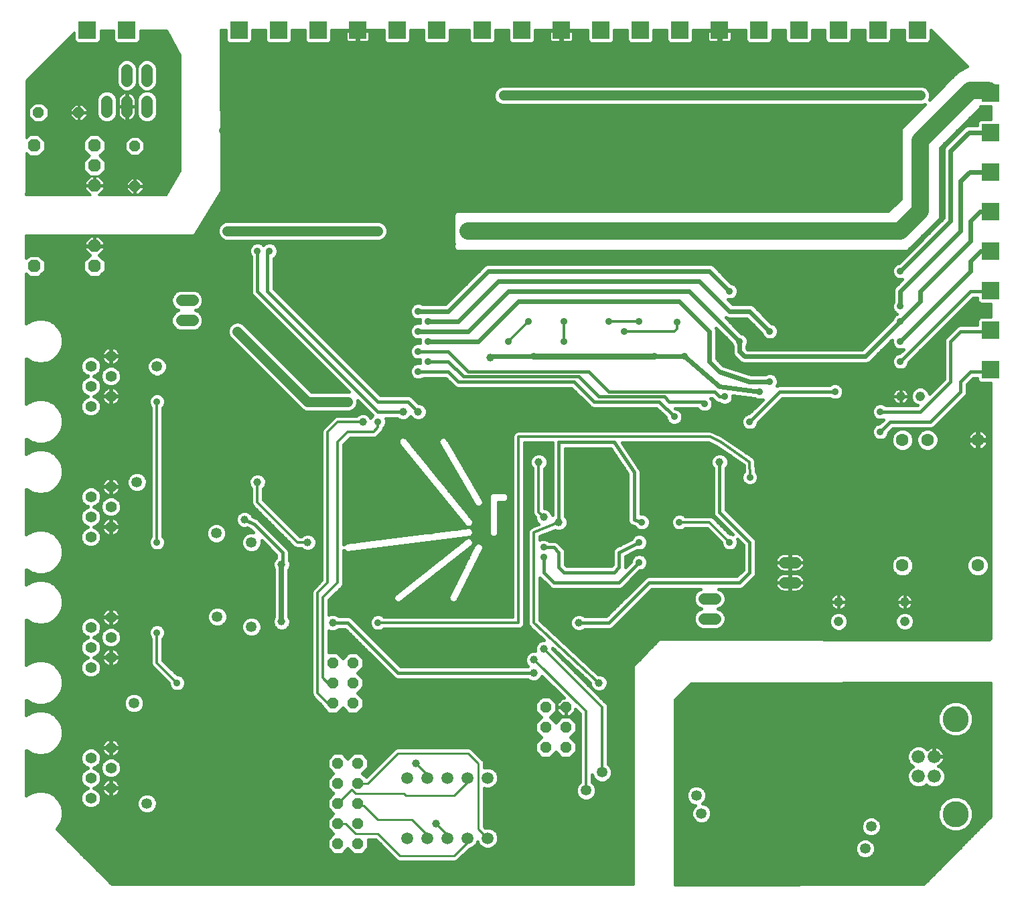
<source format=gbl>
G75*
G70*
%OFA0B0*%
%FSLAX24Y24*%
%IPPOS*%
%LPD*%
%AMOC8*
5,1,8,0,0,1.08239X$1,22.5*
%
%ADD10C,0.0591*%
%ADD11C,0.0554*%
%ADD12C,0.0660*%
%ADD13C,0.1300*%
%ADD14OC8,0.0630*%
%ADD15OC8,0.0520*%
%ADD16C,0.0630*%
%ADD17C,0.0476*%
%ADD18C,0.0560*%
%ADD19OC8,0.0560*%
%ADD20R,0.0860X0.0860*%
%ADD21C,0.0250*%
%ADD22C,0.0396*%
%ADD23C,0.0357*%
%ADD24C,0.0300*%
%ADD25C,0.0240*%
%ADD26C,0.0475*%
%ADD27C,0.0500*%
%ADD28C,0.0160*%
%ADD29C,0.0531*%
%ADD30C,0.0150*%
%ADD31C,0.0120*%
%ADD32C,0.0100*%
%ADD33C,0.0860*%
D10*
X021448Y003694D03*
X022448Y003694D03*
X023448Y003694D03*
X024448Y003694D03*
X025448Y003694D03*
X025448Y006694D03*
X024448Y006694D03*
X023448Y006694D03*
X022448Y006694D03*
X021448Y006694D03*
D11*
X006704Y007189D03*
X006704Y008189D03*
X005704Y007689D03*
X005704Y006689D03*
X005704Y005689D03*
X006704Y006189D03*
X005704Y012189D03*
X005704Y013189D03*
X005704Y014189D03*
X006704Y014689D03*
X006704Y013689D03*
X006704Y012689D03*
X005704Y018689D03*
X005704Y019689D03*
X005704Y020689D03*
X006704Y021189D03*
X006704Y020189D03*
X006704Y019189D03*
X005704Y025189D03*
X005704Y026189D03*
X005704Y027189D03*
X006704Y027689D03*
X006704Y026689D03*
X006704Y025689D03*
D12*
X046897Y007750D03*
X047677Y007750D03*
X047677Y006765D03*
X046897Y006765D03*
D13*
X048747Y004887D03*
X048747Y009627D03*
D14*
X005879Y032172D03*
X005879Y033172D03*
X002879Y032172D03*
X005879Y036172D03*
X005879Y037172D03*
X005879Y038172D03*
X002879Y038172D03*
D15*
X003097Y039815D03*
X005097Y039815D03*
X007896Y038142D03*
X007896Y036142D03*
D16*
X046097Y023515D03*
X047347Y023515D03*
X049847Y023515D03*
X049847Y017265D03*
X046097Y017265D03*
D17*
X046203Y015461D03*
X046207Y014476D03*
X042921Y014473D03*
X042917Y015457D03*
X046005Y025685D03*
X046990Y025689D03*
D18*
X040777Y017415D02*
X040217Y017415D01*
X040217Y016415D02*
X040777Y016415D01*
X036781Y015604D02*
X036221Y015604D01*
X036221Y014604D02*
X036781Y014604D01*
X010777Y029465D02*
X010217Y029465D01*
X010217Y030465D02*
X010777Y030465D01*
X008497Y039835D02*
X008497Y040395D01*
X008497Y041385D02*
X008497Y041945D01*
X007497Y041945D02*
X007497Y041385D01*
X007497Y040395D02*
X007497Y039835D01*
X006497Y039835D02*
X006497Y040395D01*
D19*
X017747Y012415D03*
X017747Y011415D03*
X017747Y010415D03*
X018747Y010415D03*
X018747Y011415D03*
X018747Y012415D03*
X018997Y007415D03*
X017997Y007415D03*
X017997Y006415D03*
X017997Y005415D03*
X017997Y004415D03*
X017997Y003415D03*
X018997Y003415D03*
X018997Y004415D03*
X018997Y005415D03*
X018997Y006415D03*
X028347Y008215D03*
X028347Y009215D03*
X029347Y009215D03*
X029347Y008215D03*
X029347Y010215D03*
X028347Y010215D03*
D20*
X050497Y027009D03*
X050497Y028978D03*
X050497Y030946D03*
X050497Y032915D03*
X050497Y034883D03*
X050497Y036852D03*
X050497Y038820D03*
X050497Y040789D03*
X046840Y043915D03*
X044871Y043915D03*
X042903Y043915D03*
X040934Y043915D03*
X038966Y043915D03*
X036997Y043915D03*
X035029Y043915D03*
X033060Y043915D03*
X031092Y043915D03*
X029123Y043915D03*
X027155Y043915D03*
X025186Y043915D03*
X022919Y043915D03*
X020950Y043915D03*
X018982Y043915D03*
X017013Y043915D03*
X015045Y043915D03*
X013076Y043915D03*
X007497Y043915D03*
X005529Y043915D03*
D21*
X015197Y017315D02*
X015197Y014465D01*
X009597Y003315D02*
X009597Y003165D01*
D22*
X009597Y003165D03*
X014897Y011315D03*
X015197Y014465D03*
X012797Y015565D03*
X015197Y017315D03*
X016497Y018415D03*
X013351Y019558D03*
X013997Y021415D03*
X018497Y025415D03*
X019247Y024415D03*
X021247Y024915D03*
X021997Y024915D03*
X025597Y027615D03*
X027997Y022415D03*
X028247Y019665D03*
X028997Y019415D03*
X033497Y021915D03*
X036997Y022415D03*
X029997Y014415D03*
X029997Y012915D03*
X028247Y013115D03*
X027747Y012565D03*
X027747Y011915D03*
X030997Y011415D03*
X031497Y004415D03*
X035497Y004065D03*
X040197Y004915D03*
X043497Y006815D03*
X022897Y004415D03*
X021897Y007415D03*
X017747Y014415D03*
X008897Y011815D03*
X009897Y026965D03*
X026247Y040665D03*
X030247Y040665D03*
X034247Y040665D03*
X038247Y040665D03*
X042247Y040665D03*
X046497Y040665D03*
X046997Y040665D03*
D23*
X047997Y041915D03*
X040747Y032415D03*
X039497Y030915D03*
X037497Y030915D03*
X036747Y032415D03*
X034874Y029377D03*
X035247Y027665D03*
X033747Y027665D03*
X032247Y028915D03*
X032997Y029415D03*
X031497Y029415D03*
X029247Y029415D03*
X029247Y028415D03*
X027747Y027665D03*
X026497Y028415D03*
X027497Y029415D03*
X028747Y032415D03*
X024747Y032415D03*
X021997Y029915D03*
X022497Y029415D03*
X021997Y028915D03*
X022497Y028415D03*
X021997Y027915D03*
X022497Y027415D03*
X021997Y026915D03*
X022997Y024415D03*
X024997Y025915D03*
X028247Y025915D03*
X032997Y024665D03*
X034747Y024665D03*
X036247Y025315D03*
X037247Y025665D03*
X038497Y024415D03*
X038997Y025915D03*
X039497Y026415D03*
X039497Y028415D03*
X039497Y028915D03*
X038497Y028915D03*
X037997Y028415D03*
X036997Y028415D03*
X041997Y028415D03*
X041997Y030165D03*
X041997Y026415D03*
X042747Y025915D03*
X044997Y024915D03*
X044997Y023915D03*
X045997Y027415D03*
X045997Y028415D03*
X045997Y029415D03*
X045997Y030165D03*
X045997Y031915D03*
X047997Y028415D03*
X038506Y021659D03*
X037497Y018415D03*
X034997Y019415D03*
X033123Y019415D03*
X032997Y018415D03*
X032997Y017415D03*
X028247Y017665D03*
X028247Y018165D03*
X028247Y018665D03*
X026497Y013915D03*
X021497Y013415D03*
X019997Y014415D03*
X016997Y016915D03*
X018497Y023165D03*
X019997Y024415D03*
X020247Y031165D03*
X017497Y031165D03*
X017497Y033915D03*
X017997Y034665D03*
X017497Y036415D03*
X019497Y036165D03*
X020497Y034415D03*
X019997Y033915D03*
X014597Y032915D03*
X013997Y032915D03*
X009747Y028665D03*
X008997Y025415D03*
X008997Y018415D03*
X008997Y013915D03*
X009997Y011415D03*
X032747Y032415D03*
X017247Y040415D03*
X013997Y038915D03*
X012247Y038915D03*
D24*
X027747Y027665D02*
X033747Y027665D01*
D25*
X035247Y027665D01*
X036997Y026165D01*
X038997Y025915D01*
X038497Y026415D02*
X039497Y026415D01*
X038497Y026415D02*
X036997Y026915D01*
X036497Y027415D01*
X036497Y028915D01*
X034997Y030415D01*
X026997Y030415D01*
X024997Y028415D01*
X022497Y028415D01*
X021997Y028915D02*
X024497Y028915D01*
X026497Y030915D01*
X035497Y030915D01*
X037997Y028415D01*
X037997Y027915D01*
X038247Y027665D01*
X044247Y027665D01*
X045997Y029415D01*
X046997Y030415D01*
X046997Y030915D01*
X049497Y033415D01*
X049497Y034415D01*
X049966Y034883D01*
X050497Y034883D01*
X048997Y033915D02*
X048997Y036415D01*
X049434Y036852D01*
X050497Y036852D01*
X049403Y038820D02*
X048497Y037915D01*
X048497Y034415D01*
X045997Y031915D01*
X045997Y030915D02*
X045997Y030165D01*
X045997Y030915D02*
X048997Y033915D01*
X049997Y032915D02*
X049497Y032415D01*
X049497Y031915D01*
X045997Y028415D01*
X049997Y032915D02*
X050497Y032915D01*
X050497Y038820D02*
X049403Y038820D01*
X039497Y028915D02*
X038497Y029915D01*
X037497Y029915D01*
X035997Y031415D01*
X025997Y031415D01*
X023997Y029415D01*
X022497Y029415D01*
X021997Y029915D02*
X023497Y029915D01*
X025497Y031915D01*
X036497Y031915D01*
X037497Y030915D01*
X027747Y027665D02*
X025647Y027665D01*
X025597Y027615D01*
X038506Y021659D02*
X038512Y021665D01*
X038515Y021665D01*
X012497Y038415D02*
X012247Y038665D01*
X012247Y038915D01*
D26*
X012497Y033915D03*
X012997Y028915D03*
X024497Y033915D03*
X025497Y033915D03*
X028497Y033915D03*
X029497Y033915D03*
X032497Y033915D03*
X033497Y033915D03*
X036497Y033915D03*
X037497Y033915D03*
X040497Y033915D03*
X041497Y033915D03*
X044497Y033915D03*
X045497Y033915D03*
D27*
X046497Y040665D02*
X042247Y040665D01*
X038247Y040665D01*
X034247Y040665D01*
X030247Y040665D01*
X026247Y040665D01*
X019997Y033915D02*
X017497Y033915D01*
X012497Y033915D01*
X012997Y028915D02*
X016497Y025415D01*
X018497Y025415D01*
X046497Y040665D02*
X046997Y040665D01*
D28*
X017646Y004031D02*
X004124Y004031D01*
X004002Y004153D02*
X004100Y004251D01*
X004247Y004507D01*
X004324Y004792D01*
X004324Y005086D01*
X004247Y005371D01*
X004100Y005627D01*
X003891Y005835D01*
X003636Y005983D01*
X003351Y006059D01*
X003056Y006059D01*
X002771Y005983D01*
X002516Y005835D01*
X002497Y005817D01*
X002497Y008061D01*
X002516Y008043D01*
X002771Y007895D01*
X003056Y007819D01*
X003351Y007819D01*
X003636Y007895D01*
X003891Y008043D01*
X004100Y008251D01*
X004247Y008507D01*
X004324Y008792D01*
X004324Y009086D01*
X004247Y009371D01*
X004100Y009627D01*
X003891Y009835D01*
X003636Y009983D01*
X003351Y010059D01*
X003056Y010059D01*
X002771Y009983D01*
X002516Y009835D01*
X002497Y009817D01*
X002497Y010561D01*
X002516Y010543D01*
X002771Y010395D01*
X003056Y010319D01*
X003351Y010319D01*
X003636Y010395D01*
X003891Y010543D01*
X004100Y010751D01*
X004247Y011007D01*
X004324Y011292D01*
X004324Y011586D01*
X004247Y011871D01*
X004100Y012127D01*
X003891Y012335D01*
X003636Y012483D01*
X003351Y012559D01*
X003056Y012559D01*
X002771Y012483D01*
X002516Y012335D01*
X002497Y012317D01*
X002497Y014561D01*
X002516Y014543D01*
X002771Y014395D01*
X003056Y014319D01*
X003351Y014319D01*
X003636Y014395D01*
X003891Y014543D01*
X004100Y014751D01*
X004247Y015007D01*
X004324Y015292D01*
X004324Y015586D01*
X004247Y015871D01*
X004100Y016127D01*
X003891Y016335D01*
X003636Y016483D01*
X003351Y016559D01*
X003056Y016559D01*
X002771Y016483D01*
X002516Y016335D01*
X002497Y016317D01*
X002497Y017061D01*
X002516Y017043D01*
X002771Y016895D01*
X003056Y016819D01*
X003351Y016819D01*
X003636Y016895D01*
X003891Y017043D01*
X004100Y017251D01*
X004247Y017507D01*
X004324Y017792D01*
X004324Y018086D01*
X004247Y018371D01*
X004100Y018627D01*
X003891Y018835D01*
X003636Y018983D01*
X003351Y019059D01*
X003056Y019059D01*
X002771Y018983D01*
X002516Y018835D01*
X002497Y018817D01*
X002497Y021061D01*
X002516Y021043D01*
X002771Y020895D01*
X003056Y020819D01*
X003351Y020819D01*
X003636Y020895D01*
X003891Y021043D01*
X004100Y021251D01*
X004247Y021507D01*
X004324Y021792D01*
X004324Y022086D01*
X004247Y022371D01*
X004100Y022627D01*
X003891Y022835D01*
X003636Y022983D01*
X003351Y023059D01*
X003056Y023059D01*
X002771Y022983D01*
X002516Y022835D01*
X002497Y022817D01*
X002497Y023561D01*
X002516Y023543D01*
X002771Y023395D01*
X003056Y023319D01*
X003351Y023319D01*
X003636Y023395D01*
X003891Y023543D01*
X004100Y023751D01*
X004247Y024007D01*
X004324Y024292D01*
X004324Y024586D01*
X004247Y024871D01*
X004100Y025127D01*
X003891Y025335D01*
X003636Y025483D01*
X003351Y025559D01*
X003056Y025559D01*
X002771Y025483D01*
X002516Y025335D01*
X002497Y025317D01*
X002497Y027561D01*
X002516Y027543D01*
X002771Y027395D01*
X003056Y027319D01*
X003351Y027319D01*
X003636Y027395D01*
X003891Y027543D01*
X004100Y027751D01*
X004247Y028007D01*
X004324Y028292D01*
X004324Y028586D01*
X004247Y028871D01*
X004100Y029127D01*
X003891Y029335D01*
X003636Y029483D01*
X003351Y029559D01*
X003056Y029559D01*
X002771Y029483D01*
X002516Y029335D01*
X002495Y029314D01*
X002488Y031778D01*
X002649Y031617D01*
X003109Y031617D01*
X003434Y031943D01*
X003434Y032402D01*
X003109Y032727D01*
X002649Y032727D01*
X002486Y032565D01*
X002484Y033665D01*
X010849Y033675D01*
X012229Y035923D01*
X012197Y043915D01*
X012406Y043915D01*
X012406Y043437D01*
X012443Y043349D01*
X012510Y043281D01*
X012598Y043245D01*
X013554Y043245D01*
X013642Y043281D01*
X013710Y043349D01*
X013746Y043437D01*
X013746Y043915D01*
X014375Y043915D01*
X014375Y043437D01*
X014411Y043349D01*
X014479Y043281D01*
X014567Y043245D01*
X015522Y043245D01*
X015611Y043281D01*
X015678Y043349D01*
X015715Y043437D01*
X015715Y043915D01*
X016343Y043915D01*
X016343Y043437D01*
X016380Y043349D01*
X016447Y043281D01*
X016535Y043245D01*
X017491Y043245D01*
X017579Y043281D01*
X017647Y043349D01*
X017683Y043437D01*
X017683Y043915D01*
X018944Y043915D01*
X018944Y043877D01*
X019020Y043877D01*
X019020Y043915D01*
X020280Y043915D01*
X020280Y043437D01*
X020317Y043349D01*
X020384Y043281D01*
X020472Y043245D01*
X021428Y043245D01*
X021516Y043281D01*
X021584Y043349D01*
X021620Y043437D01*
X021620Y043915D01*
X022249Y043915D01*
X022249Y043437D01*
X022285Y043349D01*
X022353Y043281D01*
X022441Y043245D01*
X023396Y043245D01*
X023485Y043281D01*
X023552Y043349D01*
X023589Y043437D01*
X023589Y043915D01*
X024516Y043915D01*
X024516Y043437D01*
X024553Y043349D01*
X024621Y043281D01*
X024709Y043245D01*
X025664Y043245D01*
X025752Y043281D01*
X025820Y043349D01*
X025856Y043437D01*
X025856Y043915D01*
X026485Y043915D01*
X026485Y043437D01*
X026521Y043349D01*
X026589Y043281D01*
X026677Y043245D01*
X027633Y043245D01*
X027721Y043281D01*
X027788Y043349D01*
X027825Y043437D01*
X027825Y043915D01*
X029085Y043915D01*
X029085Y043877D01*
X028513Y043877D01*
X028513Y043461D01*
X028526Y043415D01*
X028549Y043374D01*
X028583Y043341D01*
X028624Y043317D01*
X028670Y043305D01*
X029085Y043305D01*
X029085Y043877D01*
X029162Y043877D01*
X029162Y043915D01*
X030422Y043915D01*
X030422Y043437D01*
X030459Y043349D01*
X030526Y043281D01*
X030614Y043245D01*
X031570Y043245D01*
X031658Y043281D01*
X031725Y043349D01*
X031762Y043437D01*
X031762Y043915D01*
X032390Y043915D01*
X032390Y043437D01*
X032427Y043349D01*
X032495Y043281D01*
X032583Y043245D01*
X033538Y043245D01*
X033626Y043281D01*
X033694Y043349D01*
X033730Y043437D01*
X033730Y043915D01*
X034359Y043915D01*
X034359Y043437D01*
X034396Y043349D01*
X034463Y043281D01*
X034551Y043245D01*
X035507Y043245D01*
X035595Y043281D01*
X035662Y043349D01*
X035699Y043437D01*
X035699Y043915D01*
X036959Y043915D01*
X036959Y043877D01*
X036387Y043877D01*
X036387Y043461D01*
X036400Y043415D01*
X036423Y043374D01*
X036457Y043341D01*
X036498Y043317D01*
X036544Y043305D01*
X036959Y043305D01*
X036959Y043877D01*
X037036Y043877D01*
X037036Y043915D01*
X038296Y043915D01*
X038296Y043437D01*
X038333Y043349D01*
X038400Y043281D01*
X038488Y043245D01*
X039444Y043245D01*
X039532Y043281D01*
X039599Y043349D01*
X039636Y043437D01*
X039636Y043915D01*
X040264Y043915D01*
X040264Y043437D01*
X040301Y043349D01*
X040369Y043281D01*
X040457Y043245D01*
X041412Y043245D01*
X041500Y043281D01*
X041568Y043349D01*
X041604Y043437D01*
X041604Y043915D01*
X042233Y043915D01*
X042233Y043437D01*
X042270Y043349D01*
X042337Y043281D01*
X042425Y043245D01*
X043381Y043245D01*
X043469Y043281D01*
X043536Y043349D01*
X043573Y043437D01*
X043573Y043915D01*
X044201Y043915D01*
X044201Y043437D01*
X044238Y043349D01*
X044306Y043281D01*
X044394Y043245D01*
X045349Y043245D01*
X045437Y043281D01*
X045505Y043349D01*
X045541Y043437D01*
X045541Y043915D01*
X046170Y043915D01*
X046170Y043437D01*
X046207Y043349D01*
X046274Y043281D01*
X046362Y043245D01*
X047318Y043245D01*
X047406Y043281D01*
X047473Y043349D01*
X047510Y043437D01*
X047510Y043902D01*
X049315Y042098D01*
X048896Y041888D01*
X048859Y041873D01*
X048852Y041866D01*
X048844Y041862D01*
X048818Y041832D01*
X047441Y040455D01*
X047487Y040567D01*
X047487Y040762D01*
X047413Y040943D01*
X047275Y041080D01*
X047095Y041155D01*
X026150Y041155D01*
X025970Y041080D01*
X025832Y040943D01*
X025757Y040762D01*
X025757Y040567D01*
X025832Y040387D01*
X025970Y040250D01*
X026150Y040175D01*
X047095Y040175D01*
X047208Y040222D01*
X046040Y039054D01*
X046002Y038964D01*
X046002Y035516D01*
X045396Y034910D01*
X023949Y034910D01*
X023859Y034873D01*
X023790Y034804D01*
X023752Y034714D01*
X023752Y033366D01*
X023784Y033290D01*
X023752Y033214D01*
X023752Y033116D01*
X023790Y033026D01*
X023859Y032957D01*
X023949Y032920D01*
X046296Y032920D01*
X046386Y032957D01*
X047886Y034457D01*
X047955Y034526D01*
X047992Y034616D01*
X047992Y038063D01*
X049955Y040026D01*
X049992Y040116D01*
X049992Y040130D01*
X050020Y040119D01*
X050497Y040119D01*
X050497Y039490D01*
X050020Y039490D01*
X049932Y039454D01*
X049864Y039386D01*
X049827Y039298D01*
X049827Y039180D01*
X049331Y039180D01*
X049199Y039126D01*
X048294Y038220D01*
X048192Y038119D01*
X048137Y037987D01*
X048137Y034564D01*
X045902Y032328D01*
X045760Y032270D01*
X045643Y032152D01*
X045579Y031998D01*
X045579Y031832D01*
X045643Y031678D01*
X045760Y031560D01*
X045914Y031497D01*
X046070Y031497D01*
X045794Y031220D01*
X045692Y031119D01*
X045637Y030987D01*
X045637Y030389D01*
X045579Y030248D01*
X045579Y030082D01*
X045643Y029928D01*
X045760Y029810D01*
X045809Y029790D01*
X045760Y029770D01*
X045643Y029652D01*
X045584Y029511D01*
X044098Y028025D01*
X038397Y028025D01*
X038357Y028064D01*
X038357Y028191D01*
X038416Y028332D01*
X038416Y028498D01*
X038352Y028652D01*
X038234Y028770D01*
X038093Y028828D01*
X037325Y029597D01*
X037426Y029555D01*
X038348Y029555D01*
X039084Y028819D01*
X039143Y028678D01*
X039260Y028560D01*
X039414Y028497D01*
X039581Y028497D01*
X039734Y028560D01*
X039852Y028678D01*
X039916Y028832D01*
X039916Y028998D01*
X039852Y029152D01*
X039734Y029270D01*
X039593Y029328D01*
X038701Y030220D01*
X038569Y030275D01*
X037647Y030275D01*
X037425Y030497D01*
X037581Y030497D01*
X037734Y030560D01*
X037852Y030678D01*
X037916Y030832D01*
X037916Y030998D01*
X037852Y031152D01*
X037734Y031270D01*
X037593Y031328D01*
X036701Y032220D01*
X036569Y032275D01*
X025426Y032275D01*
X025294Y032220D01*
X025192Y032119D01*
X023348Y030275D01*
X022222Y030275D01*
X022081Y030333D01*
X021914Y030333D01*
X021760Y030270D01*
X021643Y030152D01*
X021579Y029998D01*
X021579Y029832D01*
X021643Y029678D01*
X021760Y029560D01*
X021914Y029497D01*
X022079Y029497D01*
X022079Y029333D01*
X021914Y029333D01*
X021760Y029270D01*
X021643Y029152D01*
X021579Y028998D01*
X021579Y028832D01*
X021643Y028678D01*
X021760Y028560D01*
X021914Y028497D01*
X022079Y028497D01*
X022079Y028333D01*
X021914Y028333D01*
X021760Y028270D01*
X021643Y028152D01*
X021579Y027998D01*
X021579Y027832D01*
X021643Y027678D01*
X021760Y027560D01*
X021914Y027497D01*
X022079Y027497D01*
X022079Y027333D01*
X021914Y027333D01*
X021760Y027270D01*
X021643Y027152D01*
X021579Y026998D01*
X021579Y026832D01*
X021643Y026678D01*
X021760Y026560D01*
X021914Y026497D01*
X022081Y026497D01*
X022234Y026560D01*
X022269Y026595D01*
X023365Y026595D01*
X023726Y026234D01*
X023816Y026144D01*
X023934Y026095D01*
X029615Y026095D01*
X030476Y025234D01*
X030566Y025144D01*
X030684Y025095D01*
X033865Y025095D01*
X034329Y024631D01*
X034329Y024582D01*
X034393Y024428D01*
X034510Y024310D01*
X034664Y024247D01*
X034831Y024247D01*
X034984Y024310D01*
X035102Y024428D01*
X035166Y024582D01*
X035166Y024748D01*
X035102Y024902D01*
X034984Y025020D01*
X034831Y025083D01*
X034782Y025083D01*
X034770Y025095D01*
X035886Y025095D01*
X035893Y025078D01*
X036010Y024960D01*
X036164Y024897D01*
X036331Y024897D01*
X036484Y024960D01*
X036602Y025078D01*
X036666Y025232D01*
X036666Y025398D01*
X036602Y025552D01*
X036559Y025595D01*
X036615Y025595D01*
X036726Y025484D01*
X036816Y025394D01*
X036934Y025345D01*
X036976Y025345D01*
X037010Y025310D01*
X037164Y025247D01*
X037331Y025247D01*
X037484Y025310D01*
X037602Y025428D01*
X037666Y025582D01*
X037666Y025719D01*
X038736Y025585D01*
X038760Y025560D01*
X038914Y025497D01*
X039081Y025497D01*
X039159Y025529D01*
X038463Y024833D01*
X038414Y024833D01*
X038260Y024770D01*
X038143Y024652D01*
X038079Y024498D01*
X038079Y024332D01*
X038143Y024178D01*
X038260Y024060D01*
X038414Y023997D01*
X038581Y023997D01*
X038734Y024060D01*
X038852Y024178D01*
X038916Y024332D01*
X038916Y024381D01*
X040130Y025595D01*
X042476Y025595D01*
X042510Y025560D01*
X042664Y025497D01*
X042831Y025497D01*
X042984Y025560D01*
X043102Y025678D01*
X043166Y025832D01*
X043166Y025998D01*
X043102Y026152D01*
X042984Y026270D01*
X042831Y026333D01*
X042664Y026333D01*
X042510Y026270D01*
X042476Y026235D01*
X039934Y026235D01*
X039864Y026206D01*
X039916Y026332D01*
X039916Y026498D01*
X039852Y026652D01*
X039734Y026770D01*
X039581Y026833D01*
X039414Y026833D01*
X039273Y026775D01*
X038556Y026775D01*
X037192Y027230D01*
X036857Y027564D01*
X036857Y028987D01*
X036816Y029088D01*
X037584Y028319D01*
X037637Y028191D01*
X037637Y027843D01*
X037692Y027711D01*
X037794Y027610D01*
X037942Y027461D01*
X038044Y027360D01*
X038176Y027305D01*
X044319Y027305D01*
X044451Y027360D01*
X044553Y027461D01*
X045579Y028487D01*
X045579Y028332D01*
X045643Y028178D01*
X045760Y028060D01*
X045914Y027997D01*
X046081Y027997D01*
X046159Y028029D01*
X045963Y027833D01*
X045914Y027833D01*
X045760Y027770D01*
X045643Y027652D01*
X045579Y027498D01*
X045579Y027332D01*
X045643Y027178D01*
X045760Y027060D01*
X045914Y026997D01*
X046081Y026997D01*
X046234Y027060D01*
X046352Y027178D01*
X046416Y027332D01*
X046416Y027381D01*
X049630Y030595D01*
X049827Y030595D01*
X049827Y030469D01*
X049864Y030381D01*
X049932Y030313D01*
X050020Y030276D01*
X050497Y030276D01*
X050497Y029648D01*
X050020Y029648D01*
X049932Y029611D01*
X049864Y029544D01*
X049827Y029456D01*
X049827Y029235D01*
X048934Y029235D01*
X048816Y029186D01*
X048726Y029096D01*
X048226Y028596D01*
X048177Y028479D01*
X048177Y026548D01*
X047452Y025822D01*
X047395Y025959D01*
X047260Y026094D01*
X047085Y026166D01*
X046895Y026166D01*
X046719Y026094D01*
X046585Y025959D01*
X046512Y025784D01*
X046512Y025594D01*
X046585Y025418D01*
X046719Y025284D01*
X046836Y025235D01*
X045269Y025235D01*
X045234Y025270D01*
X045233Y025270D02*
X045952Y025270D01*
X045972Y025267D02*
X046005Y025267D01*
X046005Y025685D01*
X046005Y026102D01*
X045972Y026102D01*
X045908Y026092D01*
X045845Y026072D01*
X045786Y026042D01*
X045733Y026003D01*
X045687Y025957D01*
X045648Y025904D01*
X045618Y025845D01*
X045598Y025782D01*
X045588Y025718D01*
X045588Y025685D01*
X046005Y025685D01*
X046005Y025685D01*
X046005Y025685D01*
X045588Y025685D01*
X045588Y025652D01*
X045598Y025587D01*
X043011Y025587D01*
X043130Y025746D02*
X045592Y025746D01*
X045598Y025587D02*
X045618Y025524D01*
X045648Y025466D01*
X045687Y025412D01*
X045733Y025366D01*
X045786Y025327D01*
X045845Y025297D01*
X045908Y025277D01*
X045972Y025267D01*
X046005Y025267D02*
X046038Y025267D01*
X046103Y025277D01*
X046166Y025297D01*
X046224Y025327D01*
X046278Y025366D01*
X046324Y025412D01*
X046363Y025466D01*
X046393Y025524D01*
X046413Y025587D01*
X046514Y025587D01*
X046413Y025587D02*
X046423Y025652D01*
X046423Y025685D01*
X046423Y025718D01*
X046413Y025782D01*
X046393Y025845D01*
X046363Y025904D01*
X046324Y025957D01*
X046278Y026003D01*
X046224Y026042D01*
X046166Y026072D01*
X046103Y026092D01*
X046038Y026102D01*
X046005Y026102D01*
X046005Y025685D01*
X046423Y025685D01*
X046005Y025685D01*
X046005Y025685D01*
X046005Y025685D01*
X046005Y025267D01*
X046005Y025270D02*
X046005Y025270D01*
X046059Y025270D02*
X046751Y025270D01*
X046580Y025429D02*
X046336Y025429D01*
X046419Y025746D02*
X046512Y025746D01*
X046562Y025904D02*
X046362Y025904D01*
X046184Y026063D02*
X046688Y026063D01*
X047291Y026063D02*
X047693Y026063D01*
X047851Y026221D02*
X043033Y026221D01*
X043139Y026063D02*
X045827Y026063D01*
X046005Y026063D02*
X046005Y026063D01*
X046005Y025904D02*
X046005Y025904D01*
X046005Y025746D02*
X046005Y025746D01*
X046005Y025587D02*
X046005Y025587D01*
X046005Y025429D02*
X046005Y025429D01*
X045675Y025429D02*
X039964Y025429D01*
X040122Y025587D02*
X042484Y025587D01*
X042747Y025915D02*
X039997Y025915D01*
X038497Y024415D01*
X038321Y024795D02*
X035147Y024795D01*
X035166Y024636D02*
X038136Y024636D01*
X038079Y024478D02*
X035123Y024478D01*
X034993Y024319D02*
X038084Y024319D01*
X038160Y024161D02*
X020335Y024161D01*
X020352Y024178D02*
X020416Y024332D01*
X020416Y024498D01*
X020376Y024595D01*
X020948Y024595D01*
X020999Y024544D01*
X021160Y024477D01*
X021335Y024477D01*
X021496Y024544D01*
X021619Y024667D01*
X021622Y024675D01*
X021626Y024667D01*
X021749Y024544D01*
X021910Y024477D01*
X022085Y024477D01*
X022246Y024544D01*
X022369Y024667D01*
X022436Y024828D01*
X022436Y025002D01*
X022369Y025163D01*
X022246Y025286D01*
X022085Y025353D01*
X022012Y025353D01*
X021769Y025596D01*
X021679Y025686D01*
X021561Y025735D01*
X020130Y025735D01*
X014817Y031048D01*
X014817Y032553D01*
X014834Y032560D01*
X014952Y032678D01*
X015016Y032832D01*
X015016Y032998D01*
X014952Y033152D01*
X014834Y033270D01*
X014681Y033333D01*
X014514Y033333D01*
X014360Y033270D01*
X014297Y033207D01*
X014234Y033270D01*
X014081Y033333D01*
X013914Y033333D01*
X013760Y033270D01*
X013643Y033152D01*
X013579Y032998D01*
X013579Y032832D01*
X013643Y032678D01*
X013677Y032643D01*
X013677Y030851D01*
X013726Y030734D01*
X013816Y030644D01*
X018555Y025905D01*
X016700Y025905D01*
X013275Y029330D01*
X013095Y029405D01*
X012900Y029405D01*
X012720Y029330D01*
X012582Y029193D01*
X012507Y029012D01*
X012507Y028817D01*
X012582Y028637D01*
X016082Y025137D01*
X016220Y025000D01*
X016400Y024925D01*
X018595Y024925D01*
X018775Y025000D01*
X018913Y025137D01*
X018987Y025317D01*
X018987Y025472D01*
X019725Y024735D01*
X019643Y024652D01*
X019633Y024629D01*
X019619Y024663D01*
X019496Y024786D01*
X019335Y024853D01*
X019160Y024853D01*
X018999Y024786D01*
X018928Y024715D01*
X017938Y024715D01*
X017828Y024669D01*
X017743Y024585D01*
X017243Y024085D01*
X017197Y023975D01*
X017197Y016539D01*
X016743Y016085D01*
X016697Y015975D01*
X016697Y010855D01*
X016743Y010745D01*
X016828Y010661D01*
X017227Y010261D01*
X017227Y010200D01*
X017532Y009895D01*
X017963Y009895D01*
X018247Y010180D01*
X018532Y009895D01*
X018963Y009895D01*
X019267Y010200D01*
X019267Y010630D01*
X018983Y010915D01*
X019267Y011200D01*
X019267Y011630D01*
X018983Y011915D01*
X019267Y012200D01*
X019267Y012630D01*
X018963Y012935D01*
X018532Y012935D01*
X018247Y012650D01*
X017963Y012935D01*
X017547Y012935D01*
X017547Y014024D01*
X017660Y013977D01*
X017835Y013977D01*
X017996Y014044D01*
X018047Y014095D01*
X018365Y014095D01*
X020816Y011644D01*
X020934Y011595D01*
X027448Y011595D01*
X027499Y011544D01*
X027660Y011477D01*
X027835Y011477D01*
X027996Y011544D01*
X028119Y011667D01*
X028152Y011748D01*
X029246Y010675D01*
X029157Y010675D01*
X028887Y010405D01*
X028887Y010225D01*
X029337Y010225D01*
X029337Y010205D01*
X028887Y010205D01*
X028887Y010024D01*
X029157Y009755D01*
X029337Y009755D01*
X029337Y010205D01*
X029357Y010205D01*
X029357Y009755D01*
X029538Y009755D01*
X029807Y010024D01*
X029807Y010124D01*
X030047Y009889D01*
X030047Y006480D01*
X029919Y006351D01*
X029842Y006166D01*
X029842Y005964D01*
X029919Y005778D01*
X030061Y005636D01*
X030247Y005559D01*
X030448Y005559D01*
X030634Y005636D01*
X030776Y005778D01*
X030853Y005964D01*
X030853Y006166D01*
X030776Y006351D01*
X030647Y006480D01*
X030647Y006850D01*
X030719Y006678D01*
X030861Y006536D01*
X031047Y006459D01*
X031248Y006459D01*
X031434Y006536D01*
X031576Y006678D01*
X031653Y006864D01*
X031653Y007066D01*
X031576Y007251D01*
X031447Y007380D01*
X031447Y010275D01*
X031402Y010385D01*
X031317Y010469D01*
X028686Y013101D01*
X028686Y013141D01*
X030559Y011411D01*
X030559Y011328D01*
X030626Y011167D01*
X030749Y011044D01*
X030910Y010977D01*
X031085Y010977D01*
X031246Y011044D01*
X031369Y011167D01*
X031436Y011328D01*
X031436Y011502D01*
X031369Y011663D01*
X031246Y011786D01*
X031085Y011853D01*
X030965Y011853D01*
X028047Y014546D01*
X028047Y016662D01*
X028476Y016234D01*
X028566Y016144D01*
X028684Y016095D01*
X032061Y016095D01*
X032179Y016144D01*
X033032Y016997D01*
X033081Y016997D01*
X033234Y017060D01*
X033352Y017178D01*
X033416Y017332D01*
X033416Y017498D01*
X033352Y017652D01*
X033234Y017770D01*
X033081Y017833D01*
X032914Y017833D01*
X032760Y017770D01*
X032643Y017652D01*
X032579Y017498D01*
X032579Y017449D01*
X032317Y017188D01*
X032317Y017717D01*
X032893Y018005D01*
X032914Y017997D01*
X033081Y017997D01*
X033234Y018060D01*
X033352Y018178D01*
X033416Y018332D01*
X033416Y018498D01*
X033352Y018652D01*
X033234Y018770D01*
X033081Y018833D01*
X032914Y018833D01*
X032760Y018770D01*
X032643Y018652D01*
X032613Y018581D01*
X031865Y018206D01*
X031816Y018186D01*
X031808Y018178D01*
X031797Y018173D01*
X031763Y018133D01*
X031726Y018096D01*
X031722Y018085D01*
X031714Y018077D01*
X031697Y018027D01*
X031677Y017979D01*
X031677Y017967D01*
X031674Y017956D01*
X031677Y017904D01*
X031677Y017298D01*
X031615Y017235D01*
X029380Y017235D01*
X029317Y017298D01*
X029317Y017979D01*
X031678Y017979D01*
X031677Y017821D02*
X029317Y017821D01*
X029317Y017979D02*
X029269Y018096D01*
X029179Y018186D01*
X028929Y018436D01*
X028811Y018485D01*
X028519Y018485D01*
X028484Y018520D01*
X028331Y018583D01*
X028164Y018583D01*
X028047Y018535D01*
X028047Y018712D01*
X028812Y019018D01*
X028910Y018977D01*
X029085Y018977D01*
X029246Y019044D01*
X029369Y019167D01*
X029436Y019328D01*
X029436Y019502D01*
X029369Y019663D01*
X029317Y019715D01*
X029317Y023095D01*
X031576Y023095D01*
X032427Y021818D01*
X032427Y019590D01*
X032424Y019579D01*
X032427Y019527D01*
X032427Y019475D01*
X032432Y019464D01*
X032433Y019452D01*
X032456Y019406D01*
X029436Y019406D01*
X029410Y019564D02*
X032425Y019564D01*
X032427Y019723D02*
X029317Y019723D01*
X029317Y019881D02*
X032427Y019881D01*
X032427Y020040D02*
X029317Y020040D01*
X029317Y020198D02*
X032427Y020198D01*
X032427Y020357D02*
X029317Y020357D01*
X029317Y020515D02*
X032427Y020515D01*
X032427Y020674D02*
X029317Y020674D01*
X029317Y020832D02*
X032427Y020832D01*
X032427Y020991D02*
X029317Y020991D01*
X029317Y021149D02*
X032427Y021149D01*
X032427Y021308D02*
X029317Y021308D01*
X029317Y021466D02*
X032427Y021466D01*
X032427Y021625D02*
X029317Y021625D01*
X029317Y021783D02*
X032427Y021783D01*
X032345Y021942D02*
X029317Y021942D01*
X029317Y022100D02*
X032239Y022100D01*
X032134Y022259D02*
X029317Y022259D01*
X029317Y022417D02*
X032028Y022417D01*
X031922Y022576D02*
X029317Y022576D01*
X029317Y022734D02*
X031817Y022734D01*
X031711Y022893D02*
X029317Y022893D01*
X029317Y023051D02*
X031605Y023051D01*
X031747Y023415D02*
X032747Y021915D01*
X032747Y019539D01*
X033123Y019415D01*
X033507Y019247D02*
X034614Y019247D01*
X034643Y019178D02*
X034760Y019060D01*
X034914Y018997D01*
X035081Y018997D01*
X035234Y019060D01*
X035289Y019115D01*
X036373Y019115D01*
X037079Y018409D01*
X037079Y018332D01*
X037143Y018178D01*
X037260Y018060D01*
X037414Y017997D01*
X037581Y017997D01*
X037734Y018060D01*
X037852Y018178D01*
X037916Y018332D01*
X037916Y018498D01*
X037884Y018576D01*
X038177Y018282D01*
X038177Y017048D01*
X037865Y016735D01*
X033434Y016735D01*
X033316Y016686D01*
X031365Y014735D01*
X030297Y014735D01*
X030246Y014786D01*
X030085Y014853D01*
X029910Y014853D01*
X029749Y014786D01*
X029626Y014663D01*
X029559Y014502D01*
X029559Y014328D01*
X029626Y014167D01*
X029749Y014044D01*
X029910Y013977D01*
X030085Y013977D01*
X030246Y014044D01*
X030297Y014095D01*
X031561Y014095D01*
X031679Y014144D01*
X031769Y014234D01*
X033630Y016095D01*
X036047Y016095D01*
X035927Y016045D01*
X035781Y015899D01*
X035701Y015708D01*
X035701Y015501D01*
X035781Y015310D01*
X035927Y015164D01*
X036070Y015104D01*
X035927Y015045D01*
X035781Y014899D01*
X035701Y014708D01*
X035701Y014501D01*
X035781Y014310D01*
X035927Y014164D01*
X036118Y014084D01*
X036885Y014084D01*
X037076Y014164D01*
X037222Y014310D01*
X037301Y014501D01*
X037301Y014708D01*
X037222Y014899D01*
X037076Y015045D01*
X036933Y015104D01*
X037076Y015164D01*
X037222Y015310D01*
X037301Y015501D01*
X037301Y015708D01*
X037222Y015899D01*
X037076Y016045D01*
X036956Y016095D01*
X038061Y016095D01*
X038179Y016144D01*
X038269Y016234D01*
X038769Y016734D01*
X038817Y016851D01*
X038817Y018479D01*
X038769Y018596D01*
X038679Y018686D01*
X037317Y020048D01*
X037317Y022115D01*
X037369Y022167D01*
X037436Y022328D01*
X037436Y022502D01*
X037369Y022663D01*
X037246Y022786D01*
X037085Y022853D01*
X036910Y022853D01*
X036749Y022786D01*
X036626Y022663D01*
X036559Y022502D01*
X036559Y022328D01*
X036626Y022167D01*
X036677Y022115D01*
X036677Y019851D01*
X036726Y019734D01*
X037659Y018801D01*
X037581Y018833D01*
X037503Y018833D01*
X036667Y019669D01*
X036557Y019715D01*
X035289Y019715D01*
X035234Y019770D01*
X035081Y019833D01*
X034914Y019833D01*
X034760Y019770D01*
X034643Y019652D01*
X034579Y019498D01*
X034579Y019332D01*
X034643Y019178D01*
X034732Y019089D02*
X033389Y019089D01*
X033360Y019060D02*
X033478Y019178D01*
X033542Y019332D01*
X033542Y019498D01*
X033478Y019652D01*
X033360Y019770D01*
X033207Y019833D01*
X033067Y019833D01*
X033067Y021883D01*
X033074Y021915D01*
X033067Y021946D01*
X033067Y021979D01*
X033055Y022008D01*
X033049Y022040D01*
X033031Y022066D01*
X033019Y022096D01*
X032996Y022119D01*
X032165Y023365D01*
X036449Y023365D01*
X036866Y023171D01*
X038201Y022254D01*
X038208Y021953D01*
X038151Y021896D01*
X038087Y021742D01*
X038087Y021576D01*
X038151Y021422D01*
X038269Y021305D01*
X038423Y021241D01*
X038589Y021241D01*
X038743Y021305D01*
X038861Y021422D01*
X038924Y021576D01*
X038924Y021742D01*
X038861Y021896D01*
X038809Y021948D01*
X038798Y022387D01*
X038803Y022411D01*
X038797Y022446D01*
X038796Y022482D01*
X038786Y022504D01*
X038782Y022528D01*
X038762Y022558D01*
X038748Y022591D01*
X038730Y022608D01*
X038716Y022629D01*
X038687Y022649D01*
X038661Y022673D01*
X038638Y022682D01*
X037213Y023661D01*
X037196Y023680D01*
X037164Y023694D01*
X037136Y023714D01*
X037111Y023719D01*
X036690Y023915D01*
X036685Y023919D01*
X036636Y023940D01*
X036587Y023962D01*
X036581Y023962D01*
X036575Y023965D01*
X036522Y023965D01*
X036468Y023967D01*
X036462Y023965D01*
X026938Y023965D01*
X026828Y023919D01*
X026743Y023835D01*
X026697Y023725D01*
X026697Y014715D01*
X020289Y014715D01*
X020234Y014770D01*
X020081Y014833D01*
X019914Y014833D01*
X019760Y014770D01*
X019643Y014652D01*
X019579Y014498D01*
X019579Y014332D01*
X019643Y014178D01*
X019760Y014060D01*
X019914Y013997D01*
X020081Y013997D01*
X020234Y014060D01*
X020289Y014115D01*
X027057Y014115D01*
X027167Y014161D01*
X027252Y014245D01*
X027297Y014355D01*
X027297Y023365D01*
X028677Y023365D01*
X028677Y019772D01*
X028619Y019913D01*
X028496Y020036D01*
X028335Y020103D01*
X028297Y020103D01*
X028297Y022095D01*
X028369Y022167D01*
X028436Y022328D01*
X028436Y022502D01*
X028369Y022663D01*
X028246Y022786D01*
X028085Y022853D01*
X027910Y022853D01*
X027749Y022786D01*
X027626Y022663D01*
X027559Y022502D01*
X027559Y022328D01*
X027626Y022167D01*
X027697Y022095D01*
X027697Y019855D01*
X027743Y019745D01*
X027809Y019679D01*
X027809Y019578D01*
X027876Y019417D01*
X027967Y019326D01*
X027690Y019215D01*
X027688Y019215D01*
X027634Y019193D01*
X027581Y019171D01*
X027579Y019170D01*
X027578Y019169D01*
X027537Y019128D01*
X027495Y019088D01*
X027494Y019086D01*
X027493Y019085D01*
X027471Y019031D01*
X027448Y018978D01*
X027448Y018976D01*
X027447Y018975D01*
X027447Y018917D01*
X027447Y018859D01*
X027447Y018857D01*
X027447Y014468D01*
X027445Y014463D01*
X027447Y014409D01*
X027447Y014355D01*
X027450Y014350D01*
X027450Y014343D01*
X027473Y014295D01*
X027493Y014245D01*
X027498Y014241D01*
X027500Y014235D01*
X027540Y014199D01*
X027578Y014161D01*
X027583Y014158D01*
X028239Y013553D01*
X028160Y013553D01*
X027999Y013486D01*
X027876Y013363D01*
X027809Y013202D01*
X027809Y013028D01*
X027820Y013003D01*
X027660Y013003D01*
X027499Y012936D01*
X027376Y012813D01*
X027309Y012652D01*
X027309Y012478D01*
X027376Y012317D01*
X027453Y012240D01*
X027448Y012235D01*
X021130Y012235D01*
X018769Y014596D01*
X018679Y014686D01*
X018561Y014735D01*
X018047Y014735D01*
X017996Y014786D01*
X017835Y014853D01*
X017660Y014853D01*
X017547Y014806D01*
X017547Y015541D01*
X018167Y016161D01*
X018252Y016245D01*
X018297Y016355D01*
X018297Y018021D01*
X018309Y018001D01*
X018386Y017942D01*
X018480Y017916D01*
X024576Y018678D01*
X024661Y018726D01*
X024721Y018803D01*
X024747Y018897D01*
X024735Y018994D01*
X024686Y019078D01*
X024609Y019138D01*
X024515Y019164D01*
X018419Y018402D01*
X018334Y018354D01*
X018297Y018307D01*
X018297Y023291D01*
X018622Y023615D01*
X019831Y023615D01*
X019941Y023661D01*
X020025Y023745D01*
X020252Y023971D01*
X020297Y024082D01*
X020297Y024123D01*
X020352Y024178D01*
X020411Y024319D02*
X034502Y024319D01*
X034372Y024478D02*
X022086Y024478D01*
X021908Y024478D02*
X021336Y024478D01*
X021158Y024478D02*
X020416Y024478D01*
X020265Y024002D02*
X038401Y024002D01*
X038594Y024002D02*
X044581Y024002D01*
X044579Y023998D02*
X044579Y023832D01*
X044643Y023678D01*
X044760Y023560D01*
X044914Y023497D01*
X045081Y023497D01*
X045234Y023560D01*
X045352Y023678D01*
X045416Y023832D01*
X045416Y023881D01*
X045630Y024095D01*
X047561Y024095D01*
X047679Y024144D01*
X049179Y025644D01*
X049269Y025734D01*
X049317Y025851D01*
X049317Y026282D01*
X049630Y026595D01*
X049827Y026595D01*
X049827Y026532D01*
X049864Y026443D01*
X049932Y026376D01*
X050020Y026339D01*
X050497Y026339D01*
X050497Y013645D01*
X050423Y013571D01*
X033997Y013615D01*
X032692Y012270D01*
X032692Y001420D01*
X032087Y001415D01*
X006740Y001415D01*
X004002Y004153D01*
X004038Y004190D02*
X017487Y004190D01*
X017477Y004200D02*
X017762Y003915D01*
X017477Y003630D01*
X017477Y003200D01*
X017782Y002895D01*
X018213Y002895D01*
X018497Y003180D01*
X018782Y002895D01*
X019213Y002895D01*
X019517Y003200D01*
X019517Y003625D01*
X019877Y003625D01*
X020852Y002651D01*
X020933Y002569D01*
X021040Y002525D01*
X023855Y002525D01*
X023962Y002569D01*
X024552Y003159D01*
X024555Y003159D01*
X024751Y003241D01*
X024902Y003391D01*
X024948Y003503D01*
X024994Y003391D01*
X025145Y003241D01*
X025342Y003159D01*
X025555Y003159D01*
X025751Y003241D01*
X025902Y003391D01*
X025984Y003588D01*
X025984Y003801D01*
X025902Y003998D01*
X025751Y004148D01*
X025555Y004230D01*
X025342Y004230D01*
X025329Y004224D01*
X025287Y004265D01*
X025287Y006182D01*
X025342Y006159D01*
X025555Y006159D01*
X025751Y006241D01*
X025902Y006391D01*
X025984Y006588D01*
X025984Y006801D01*
X025902Y006998D01*
X025751Y007148D01*
X025555Y007230D01*
X025342Y007230D01*
X025287Y007207D01*
X025287Y007473D01*
X025243Y007579D01*
X025162Y007661D01*
X024662Y008161D01*
X024555Y008205D01*
X020940Y008205D01*
X020833Y008161D01*
X020752Y008079D01*
X019410Y006738D01*
X019233Y006915D01*
X019517Y007200D01*
X019517Y007630D01*
X019213Y007935D01*
X018782Y007935D01*
X018497Y007650D01*
X018213Y007935D01*
X017782Y007935D01*
X017477Y007630D01*
X017477Y007200D01*
X017762Y006915D01*
X017477Y006630D01*
X017477Y006200D01*
X017762Y005915D01*
X017477Y005630D01*
X017477Y005200D01*
X017762Y004915D01*
X017477Y004630D01*
X017477Y004200D01*
X017477Y004348D02*
X004156Y004348D01*
X004247Y004507D02*
X017477Y004507D01*
X017512Y004665D02*
X004290Y004665D01*
X004324Y004824D02*
X017671Y004824D01*
X017695Y004982D02*
X008774Y004982D01*
X008784Y004986D02*
X008926Y005128D01*
X009003Y005314D01*
X009003Y005516D01*
X008926Y005701D01*
X008784Y005844D01*
X008598Y005921D01*
X008397Y005921D01*
X008211Y005844D01*
X008069Y005701D01*
X007992Y005516D01*
X007992Y005314D01*
X008069Y005128D01*
X008211Y004986D01*
X008397Y004909D01*
X008598Y004909D01*
X008784Y004986D01*
X008931Y005141D02*
X017536Y005141D01*
X017477Y005299D02*
X008997Y005299D01*
X009003Y005458D02*
X017477Y005458D01*
X017477Y005616D02*
X008962Y005616D01*
X008853Y005775D02*
X017622Y005775D01*
X017744Y005933D02*
X007083Y005933D01*
X007095Y005949D02*
X007127Y006013D01*
X007150Y006082D01*
X007161Y006153D01*
X007161Y006180D01*
X006712Y006180D01*
X006712Y005732D01*
X006740Y005732D01*
X006811Y005743D01*
X006879Y005765D01*
X006943Y005798D01*
X007002Y005840D01*
X007052Y005891D01*
X007095Y005949D01*
X007151Y006092D02*
X017585Y006092D01*
X017477Y006250D02*
X007157Y006250D01*
X007161Y006225D02*
X007150Y006296D01*
X007127Y006364D01*
X007095Y006429D01*
X007052Y006487D01*
X007002Y006538D01*
X006943Y006580D01*
X006879Y006613D01*
X006811Y006635D01*
X006740Y006646D01*
X006712Y006646D01*
X006712Y006198D01*
X006695Y006198D01*
X006695Y006646D01*
X006668Y006646D01*
X006597Y006635D01*
X006528Y006613D01*
X006464Y006580D01*
X006406Y006538D01*
X006355Y006487D01*
X006313Y006429D01*
X006280Y006364D01*
X006258Y006296D01*
X006247Y006225D01*
X006247Y006198D01*
X006695Y006198D01*
X006695Y006180D01*
X006712Y006180D01*
X006712Y006198D01*
X007161Y006198D01*
X007161Y006225D01*
X007105Y006409D02*
X017477Y006409D01*
X017477Y006567D02*
X006961Y006567D01*
X006936Y006726D02*
X017573Y006726D01*
X017731Y006884D02*
X007130Y006884D01*
X007142Y006896D02*
X007221Y007086D01*
X007221Y007292D01*
X007142Y007482D01*
X006997Y007627D01*
X006807Y007706D01*
X006601Y007706D01*
X006411Y007627D01*
X006265Y007482D01*
X006187Y007292D01*
X006187Y007086D01*
X006265Y006896D01*
X006411Y006751D01*
X006601Y006672D01*
X006807Y006672D01*
X006997Y006751D01*
X007142Y006896D01*
X007203Y007043D02*
X017634Y007043D01*
X017477Y007201D02*
X007221Y007201D01*
X007193Y007360D02*
X017477Y007360D01*
X017477Y007518D02*
X007106Y007518D01*
X006878Y007677D02*
X017524Y007677D01*
X017682Y007835D02*
X006994Y007835D01*
X007002Y007840D02*
X006943Y007798D01*
X006879Y007765D01*
X006811Y007743D01*
X006740Y007732D01*
X006712Y007732D01*
X006712Y008180D01*
X006695Y008180D01*
X006695Y007732D01*
X006668Y007732D01*
X006597Y007743D01*
X006528Y007765D01*
X006464Y007798D01*
X006406Y007840D01*
X006355Y007891D01*
X006313Y007949D01*
X006280Y008013D01*
X006258Y008082D01*
X006247Y008153D01*
X006247Y008180D01*
X006695Y008180D01*
X006695Y008198D01*
X006695Y008646D01*
X006668Y008646D01*
X006597Y008635D01*
X006528Y008613D01*
X006464Y008580D01*
X006406Y008538D01*
X006355Y008487D01*
X006313Y008429D01*
X006280Y008364D01*
X006258Y008296D01*
X006247Y008225D01*
X006247Y008198D01*
X006695Y008198D01*
X006712Y008198D01*
X006712Y008646D01*
X006740Y008646D01*
X006811Y008635D01*
X006879Y008613D01*
X006943Y008580D01*
X007002Y008538D01*
X007052Y008487D01*
X007095Y008429D01*
X007127Y008364D01*
X007150Y008296D01*
X007161Y008225D01*
X007161Y008198D01*
X006712Y008198D01*
X006712Y008180D01*
X007161Y008180D01*
X007161Y008153D01*
X007150Y008082D01*
X007127Y008013D01*
X007095Y007949D01*
X007052Y007891D01*
X007002Y007840D01*
X007117Y007994D02*
X020666Y007994D01*
X020824Y008152D02*
X007161Y008152D01*
X007145Y008311D02*
X027827Y008311D01*
X027827Y008430D02*
X027827Y008000D01*
X028132Y007695D01*
X028563Y007695D01*
X028847Y007980D01*
X029132Y007695D01*
X029563Y007695D01*
X029867Y008000D01*
X029867Y008430D01*
X029583Y008715D01*
X029867Y009000D01*
X029867Y009430D01*
X029563Y009735D01*
X029132Y009735D01*
X028847Y009450D01*
X028583Y009715D01*
X028867Y010000D01*
X028867Y010430D01*
X028563Y010735D01*
X028132Y010735D01*
X027827Y010430D01*
X027827Y010000D01*
X028112Y009715D01*
X027827Y009430D01*
X027827Y009000D01*
X028112Y008715D01*
X027827Y008430D01*
X027866Y008469D02*
X007065Y008469D01*
X006833Y008628D02*
X028025Y008628D01*
X028041Y008786D02*
X004322Y008786D01*
X004324Y008945D02*
X027882Y008945D01*
X027827Y009103D02*
X004319Y009103D01*
X004277Y009262D02*
X027827Y009262D01*
X027827Y009420D02*
X004219Y009420D01*
X004128Y009579D02*
X027976Y009579D01*
X028090Y009737D02*
X003990Y009737D01*
X003787Y009896D02*
X017531Y009896D01*
X017373Y010054D02*
X008202Y010054D01*
X008134Y009986D02*
X008276Y010128D01*
X008353Y010314D01*
X008353Y010516D01*
X008276Y010701D01*
X008134Y010844D01*
X007948Y010921D01*
X007747Y010921D01*
X007561Y010844D01*
X007419Y010701D01*
X007342Y010516D01*
X007342Y010314D01*
X007419Y010128D01*
X007561Y009986D01*
X007747Y009909D01*
X007948Y009909D01*
X008134Y009986D01*
X008311Y010213D02*
X017227Y010213D01*
X017117Y010371D02*
X008353Y010371D01*
X008347Y010530D02*
X016959Y010530D01*
X016828Y010661D02*
X016828Y010661D01*
X016800Y010688D02*
X008282Y010688D01*
X008127Y010847D02*
X016701Y010847D01*
X016697Y011005D02*
X010101Y011005D01*
X010081Y010997D02*
X010234Y011060D01*
X010352Y011178D01*
X010416Y011332D01*
X010416Y011498D01*
X010352Y011652D01*
X010234Y011770D01*
X010081Y011833D01*
X010003Y011833D01*
X009297Y012539D01*
X009297Y013623D01*
X009352Y013678D01*
X009416Y013832D01*
X009416Y013998D01*
X009352Y014152D01*
X009234Y014270D01*
X009081Y014333D01*
X008914Y014333D01*
X008760Y014270D01*
X008643Y014152D01*
X008579Y013998D01*
X008579Y013832D01*
X008643Y013678D01*
X008697Y013623D01*
X008697Y012355D01*
X008743Y012245D01*
X009579Y011409D01*
X009579Y011332D01*
X009643Y011178D01*
X009760Y011060D01*
X009914Y010997D01*
X010081Y010997D01*
X009894Y011005D02*
X004247Y011005D01*
X004289Y011164D02*
X009657Y011164D01*
X009583Y011322D02*
X004324Y011322D01*
X004324Y011481D02*
X009508Y011481D01*
X009349Y011639D02*
X004310Y011639D01*
X004267Y011798D02*
X005364Y011798D01*
X005411Y011751D02*
X005601Y011672D01*
X005807Y011672D01*
X005997Y011751D01*
X006142Y011896D01*
X006221Y012086D01*
X006221Y012292D01*
X006142Y012482D01*
X005997Y012627D01*
X005848Y012689D01*
X005997Y012751D01*
X006142Y012896D01*
X006221Y013086D01*
X006221Y013292D01*
X006142Y013482D01*
X005997Y013627D01*
X005848Y013689D01*
X005997Y013751D01*
X006142Y013896D01*
X006221Y014086D01*
X006221Y014292D01*
X006142Y014482D01*
X005997Y014627D01*
X005807Y014706D01*
X005601Y014706D01*
X005411Y014627D01*
X005265Y014482D01*
X005187Y014292D01*
X005187Y014086D01*
X005265Y013896D01*
X005411Y013751D01*
X005559Y013689D01*
X005411Y013627D01*
X005265Y013482D01*
X005187Y013292D01*
X005187Y013086D01*
X005265Y012896D01*
X005411Y012751D01*
X005559Y012689D01*
X005411Y012627D01*
X005265Y012482D01*
X005187Y012292D01*
X005187Y012086D01*
X005265Y011896D01*
X005411Y011751D01*
X005240Y011956D02*
X004198Y011956D01*
X004107Y012115D02*
X005187Y012115D01*
X005187Y012273D02*
X003954Y012273D01*
X003725Y012432D02*
X005245Y012432D01*
X005374Y012590D02*
X002497Y012590D01*
X002497Y012432D02*
X002683Y012432D01*
X002497Y012749D02*
X005416Y012749D01*
X005261Y012907D02*
X002497Y012907D01*
X002497Y013066D02*
X005195Y013066D01*
X005187Y013224D02*
X002497Y013224D01*
X002497Y013383D02*
X005224Y013383D01*
X005325Y013541D02*
X002497Y013541D01*
X002497Y013700D02*
X005534Y013700D01*
X005303Y013858D02*
X002497Y013858D01*
X002497Y014017D02*
X005215Y014017D01*
X005187Y014175D02*
X002497Y014175D01*
X002497Y014334D02*
X003002Y014334D01*
X003406Y014334D02*
X005204Y014334D01*
X005276Y014492D02*
X003804Y014492D01*
X003999Y014651D02*
X005467Y014651D01*
X005941Y014651D02*
X006247Y014651D01*
X006247Y014653D02*
X006258Y014582D01*
X006280Y014513D01*
X006313Y014449D01*
X006355Y014391D01*
X006406Y014340D01*
X006464Y014298D01*
X006528Y014265D01*
X006597Y014243D01*
X006668Y014232D01*
X006695Y014232D01*
X006695Y014680D01*
X006712Y014680D01*
X006712Y014232D01*
X006740Y014232D01*
X006811Y014243D01*
X006879Y014265D01*
X006943Y014298D01*
X007002Y014340D01*
X007052Y014391D01*
X007095Y014449D01*
X007127Y014513D01*
X007150Y014582D01*
X007161Y014653D01*
X007161Y014680D01*
X006712Y014680D01*
X006712Y014698D01*
X006695Y014698D01*
X006695Y015146D01*
X006668Y015146D01*
X006597Y015135D01*
X006528Y015113D01*
X006464Y015080D01*
X006406Y015038D01*
X006355Y014987D01*
X006313Y014929D01*
X006280Y014864D01*
X006258Y014796D01*
X006247Y014725D01*
X006247Y014698D01*
X006695Y014698D01*
X006695Y014680D01*
X006247Y014680D01*
X006247Y014653D01*
X006262Y014809D02*
X004133Y014809D01*
X004225Y014968D02*
X006341Y014968D01*
X006570Y015126D02*
X004279Y015126D01*
X004322Y015285D02*
X014832Y015285D01*
X014832Y015443D02*
X004324Y015443D01*
X004320Y015602D02*
X014832Y015602D01*
X014832Y015760D02*
X004277Y015760D01*
X004220Y015919D02*
X014832Y015919D01*
X014832Y016077D02*
X004129Y016077D01*
X003991Y016236D02*
X014832Y016236D01*
X014832Y016394D02*
X003789Y016394D01*
X003375Y016553D02*
X014832Y016553D01*
X014832Y016711D02*
X002497Y016711D01*
X002497Y016553D02*
X003033Y016553D01*
X002867Y016870D02*
X002497Y016870D01*
X002497Y017028D02*
X002541Y017028D01*
X002497Y016394D02*
X002618Y016394D01*
X003540Y016870D02*
X014832Y016870D01*
X014832Y017028D02*
X003866Y017028D01*
X004035Y017187D02*
X014776Y017187D01*
X014759Y017228D02*
X014826Y017067D01*
X014832Y017060D01*
X014832Y014720D01*
X014826Y014713D01*
X014759Y014552D01*
X014759Y014378D01*
X014826Y014217D01*
X014949Y014094D01*
X015110Y014027D01*
X015285Y014027D01*
X015446Y014094D01*
X015569Y014217D01*
X015636Y014378D01*
X015636Y014552D01*
X015569Y014713D01*
X015562Y014720D01*
X015562Y017060D01*
X015569Y017067D01*
X015636Y017228D01*
X015636Y017402D01*
X015569Y017563D01*
X015567Y017565D01*
X015567Y017979D01*
X016405Y017979D01*
X016410Y017977D02*
X016585Y017977D01*
X016746Y018044D01*
X016869Y018167D01*
X016936Y018328D01*
X016936Y018502D01*
X016869Y018663D01*
X016746Y018786D01*
X016585Y018853D01*
X016410Y018853D01*
X016249Y018786D01*
X016178Y018715D01*
X016122Y018715D01*
X014297Y020539D01*
X014297Y021095D01*
X014369Y021167D01*
X014436Y021328D01*
X014436Y021502D01*
X014369Y021663D01*
X014246Y021786D01*
X014085Y021853D01*
X013910Y021853D01*
X013749Y021786D01*
X013626Y021663D01*
X013559Y021502D01*
X013559Y021328D01*
X013626Y021167D01*
X013697Y021095D01*
X013697Y020355D01*
X013743Y020245D01*
X013828Y020161D01*
X015828Y018161D01*
X015938Y018115D01*
X016178Y018115D01*
X016249Y018044D01*
X016410Y017977D01*
X016590Y017979D02*
X017197Y017979D01*
X017197Y017821D02*
X015567Y017821D01*
X015567Y017979D02*
X015519Y018096D01*
X015429Y018186D01*
X014088Y019527D01*
X014054Y019566D01*
X014044Y019571D01*
X014036Y019579D01*
X013987Y019599D01*
X013762Y019711D01*
X013722Y019806D01*
X013599Y019929D01*
X013438Y019996D01*
X013264Y019996D01*
X013103Y019929D01*
X012980Y019806D01*
X012913Y019645D01*
X012913Y019471D01*
X012980Y019310D01*
X013103Y019187D01*
X013264Y019120D01*
X013438Y019120D01*
X013479Y019137D01*
X013665Y019045D01*
X013789Y018921D01*
X013597Y018921D01*
X013411Y018844D01*
X013269Y018701D01*
X013192Y018516D01*
X013192Y018314D01*
X013269Y018128D01*
X013411Y017986D01*
X013597Y017909D01*
X013798Y017909D01*
X013984Y017986D01*
X014126Y018128D01*
X014203Y018314D01*
X014203Y018507D01*
X014927Y017782D01*
X014927Y017665D01*
X014826Y017563D01*
X014759Y017402D01*
X014759Y017228D01*
X014759Y017345D02*
X004154Y017345D01*
X004246Y017504D02*
X014801Y017504D01*
X014925Y017662D02*
X004289Y017662D01*
X004324Y017821D02*
X014889Y017821D01*
X014731Y017979D02*
X013967Y017979D01*
X014130Y018138D02*
X014572Y018138D01*
X014414Y018296D02*
X014196Y018296D01*
X014203Y018455D02*
X014255Y018455D01*
X014685Y018930D02*
X015058Y018930D01*
X015217Y018772D02*
X014843Y018772D01*
X015002Y018613D02*
X015375Y018613D01*
X015534Y018455D02*
X015160Y018455D01*
X015319Y018296D02*
X015692Y018296D01*
X015883Y018138D02*
X015477Y018138D01*
X015247Y017915D02*
X015247Y017365D01*
X015197Y017315D01*
X015594Y017504D02*
X017197Y017504D01*
X017197Y017662D02*
X015567Y017662D01*
X015636Y017345D02*
X017197Y017345D01*
X017197Y017187D02*
X015619Y017187D01*
X015562Y017028D02*
X017197Y017028D01*
X017197Y016870D02*
X015562Y016870D01*
X015562Y016711D02*
X017197Y016711D01*
X017197Y016553D02*
X015562Y016553D01*
X015562Y016394D02*
X017052Y016394D01*
X016894Y016236D02*
X015562Y016236D01*
X015562Y016077D02*
X016740Y016077D01*
X016697Y015919D02*
X015562Y015919D01*
X015562Y015760D02*
X016697Y015760D01*
X016697Y015602D02*
X015562Y015602D01*
X015562Y015443D02*
X016697Y015443D01*
X016697Y015285D02*
X015562Y015285D01*
X015562Y015126D02*
X016697Y015126D01*
X016697Y014968D02*
X015562Y014968D01*
X015562Y014809D02*
X016697Y014809D01*
X016697Y014651D02*
X015595Y014651D01*
X015636Y014492D02*
X016697Y014492D01*
X016697Y014334D02*
X015617Y014334D01*
X015527Y014175D02*
X016697Y014175D01*
X016697Y014017D02*
X014163Y014017D01*
X014126Y013928D02*
X014203Y014114D01*
X014203Y014316D01*
X014126Y014501D01*
X013984Y014644D01*
X013798Y014721D01*
X013597Y014721D01*
X013411Y014644D01*
X013269Y014501D01*
X013192Y014316D01*
X013192Y014114D01*
X013269Y013928D01*
X013411Y013786D01*
X013597Y013709D01*
X013798Y013709D01*
X013984Y013786D01*
X014126Y013928D01*
X014056Y013858D02*
X016697Y013858D01*
X016697Y013700D02*
X009361Y013700D01*
X009416Y013858D02*
X013339Y013858D01*
X013232Y014017D02*
X009408Y014017D01*
X009329Y014175D02*
X013192Y014175D01*
X013199Y014334D02*
X012331Y014334D01*
X012284Y014286D02*
X012426Y014428D01*
X012503Y014614D01*
X012503Y014816D01*
X012426Y015001D01*
X012284Y015144D01*
X012098Y015221D01*
X011897Y015221D01*
X011711Y015144D01*
X011569Y015001D01*
X011492Y014816D01*
X011492Y014614D01*
X011569Y014428D01*
X011711Y014286D01*
X011897Y014209D01*
X012098Y014209D01*
X012284Y014286D01*
X012453Y014492D02*
X013265Y014492D01*
X013428Y014651D02*
X012503Y014651D01*
X012503Y014809D02*
X014832Y014809D01*
X014832Y014968D02*
X012440Y014968D01*
X012302Y015126D02*
X014832Y015126D01*
X014800Y014651D02*
X013967Y014651D01*
X014130Y014492D02*
X014759Y014492D01*
X014778Y014334D02*
X014196Y014334D01*
X014203Y014175D02*
X014868Y014175D01*
X016697Y013541D02*
X009297Y013541D01*
X009297Y013383D02*
X016697Y013383D01*
X016697Y013224D02*
X009297Y013224D01*
X009297Y013066D02*
X016697Y013066D01*
X016697Y012907D02*
X009297Y012907D01*
X009297Y012749D02*
X016697Y012749D01*
X016697Y012590D02*
X009297Y012590D01*
X009405Y012432D02*
X016697Y012432D01*
X016697Y012273D02*
X009564Y012273D01*
X009722Y012115D02*
X016697Y012115D01*
X016697Y011956D02*
X009881Y011956D01*
X010167Y011798D02*
X016697Y011798D01*
X016697Y011639D02*
X010358Y011639D01*
X010416Y011481D02*
X016697Y011481D01*
X016697Y011322D02*
X010412Y011322D01*
X010338Y011164D02*
X016697Y011164D01*
X017964Y009896D02*
X018531Y009896D01*
X018373Y010054D02*
X018122Y010054D01*
X018964Y009896D02*
X027931Y009896D01*
X027827Y010054D02*
X019122Y010054D01*
X019267Y010213D02*
X027827Y010213D01*
X027827Y010371D02*
X019267Y010371D01*
X019267Y010530D02*
X027927Y010530D01*
X028085Y010688D02*
X019210Y010688D01*
X019051Y010847D02*
X029071Y010847D01*
X028909Y011005D02*
X019073Y011005D01*
X019232Y011164D02*
X028748Y011164D01*
X028586Y011322D02*
X019267Y011322D01*
X019267Y011481D02*
X027651Y011481D01*
X027844Y011481D02*
X028425Y011481D01*
X028263Y011639D02*
X028091Y011639D01*
X027747Y011915D02*
X020997Y011915D01*
X018497Y014415D01*
X017747Y014415D01*
X017564Y014017D02*
X017547Y014017D01*
X017547Y013858D02*
X018602Y013858D01*
X018760Y013700D02*
X017547Y013700D01*
X017547Y013541D02*
X018919Y013541D01*
X019077Y013383D02*
X017547Y013383D01*
X017547Y013224D02*
X019236Y013224D01*
X019394Y013066D02*
X017547Y013066D01*
X017991Y012907D02*
X018504Y012907D01*
X018346Y012749D02*
X018149Y012749D01*
X018991Y012907D02*
X019553Y012907D01*
X019711Y012749D02*
X019149Y012749D01*
X019267Y012590D02*
X019870Y012590D01*
X020028Y012432D02*
X019267Y012432D01*
X019267Y012273D02*
X020187Y012273D01*
X020345Y012115D02*
X019183Y012115D01*
X019024Y011956D02*
X020504Y011956D01*
X020662Y011798D02*
X019100Y011798D01*
X019259Y011639D02*
X020827Y011639D01*
X021092Y012273D02*
X027420Y012273D01*
X027329Y012432D02*
X020933Y012432D01*
X020775Y012590D02*
X027309Y012590D01*
X027349Y012749D02*
X020616Y012749D01*
X020458Y012907D02*
X027470Y012907D01*
X027809Y013066D02*
X020299Y013066D01*
X020141Y013224D02*
X027818Y013224D01*
X027896Y013383D02*
X019982Y013383D01*
X019824Y013541D02*
X028131Y013541D01*
X028080Y013700D02*
X019665Y013700D01*
X019507Y013858D02*
X027908Y013858D01*
X027737Y014017D02*
X020129Y014017D01*
X019866Y014017D02*
X019348Y014017D01*
X019190Y014175D02*
X019646Y014175D01*
X019579Y014334D02*
X019031Y014334D01*
X018873Y014492D02*
X019579Y014492D01*
X019642Y014651D02*
X018714Y014651D01*
X018443Y014017D02*
X017931Y014017D01*
X017941Y014809D02*
X019856Y014809D01*
X020139Y014809D02*
X026697Y014809D01*
X026697Y014968D02*
X017547Y014968D01*
X017547Y015126D02*
X026697Y015126D01*
X026697Y015285D02*
X017547Y015285D01*
X017547Y015443D02*
X020892Y015443D01*
X020920Y015428D02*
X021017Y015416D01*
X021111Y015442D01*
X024687Y018252D01*
X024735Y018337D01*
X024747Y018434D01*
X024720Y018528D01*
X024660Y018605D01*
X024575Y018652D01*
X024478Y018664D01*
X024384Y018638D01*
X020808Y015827D01*
X020760Y015743D01*
X020748Y015646D01*
X020775Y015552D01*
X020835Y015475D01*
X020920Y015428D01*
X021112Y015443D02*
X023643Y015443D01*
X023682Y015424D02*
X023779Y015417D01*
X023871Y015448D01*
X023945Y015512D01*
X025238Y018099D01*
X025245Y018196D01*
X025214Y018289D01*
X025151Y018362D01*
X025063Y018406D01*
X024966Y018413D01*
X024874Y018382D01*
X024800Y018318D01*
X023507Y015731D01*
X023500Y015634D01*
X023530Y015541D01*
X023594Y015468D01*
X023682Y015424D01*
X023857Y015443D02*
X026697Y015443D01*
X026697Y015602D02*
X023990Y015602D01*
X024069Y015760D02*
X026697Y015760D01*
X026697Y015919D02*
X024148Y015919D01*
X024227Y016077D02*
X026697Y016077D01*
X026697Y016236D02*
X024307Y016236D01*
X024386Y016394D02*
X026697Y016394D01*
X026697Y016553D02*
X024465Y016553D01*
X024544Y016711D02*
X026697Y016711D01*
X026697Y016870D02*
X024624Y016870D01*
X024703Y017028D02*
X026697Y017028D01*
X026697Y017187D02*
X024782Y017187D01*
X024861Y017345D02*
X026697Y017345D01*
X026697Y017504D02*
X024941Y017504D01*
X025020Y017662D02*
X026697Y017662D01*
X026697Y017821D02*
X025099Y017821D01*
X025178Y017979D02*
X026697Y017979D01*
X026697Y018138D02*
X025241Y018138D01*
X025208Y018296D02*
X026697Y018296D01*
X026697Y018455D02*
X024741Y018455D01*
X024712Y018296D02*
X024789Y018296D01*
X024710Y018138D02*
X024541Y018138D01*
X024631Y017979D02*
X024339Y017979D01*
X024138Y017821D02*
X024551Y017821D01*
X024472Y017662D02*
X023936Y017662D01*
X023734Y017504D02*
X024393Y017504D01*
X024314Y017345D02*
X023532Y017345D01*
X023331Y017187D02*
X024234Y017187D01*
X024155Y017028D02*
X023129Y017028D01*
X022927Y016870D02*
X024076Y016870D01*
X023997Y016711D02*
X022725Y016711D01*
X022524Y016553D02*
X023917Y016553D01*
X023838Y016394D02*
X022322Y016394D01*
X022120Y016236D02*
X023759Y016236D01*
X023680Y016077D02*
X021919Y016077D01*
X021717Y015919D02*
X023600Y015919D01*
X023521Y015760D02*
X021515Y015760D01*
X021313Y015602D02*
X023510Y015602D01*
X022336Y017028D02*
X018297Y017028D01*
X018297Y016870D02*
X022134Y016870D01*
X021932Y016711D02*
X018297Y016711D01*
X018297Y016553D02*
X021731Y016553D01*
X021529Y016394D02*
X018297Y016394D01*
X018242Y016236D02*
X021327Y016236D01*
X021125Y016077D02*
X018084Y016077D01*
X017925Y015919D02*
X020924Y015919D01*
X020770Y015760D02*
X017767Y015760D01*
X017608Y015602D02*
X020761Y015602D01*
X022538Y017187D02*
X018297Y017187D01*
X018297Y017345D02*
X022739Y017345D01*
X022941Y017504D02*
X018297Y017504D01*
X018297Y017662D02*
X023143Y017662D01*
X023344Y017821D02*
X018297Y017821D01*
X018297Y017979D02*
X018337Y017979D01*
X018986Y017979D02*
X023546Y017979D01*
X023748Y018138D02*
X020254Y018138D01*
X020107Y018613D02*
X018297Y018613D01*
X018297Y018455D02*
X018839Y018455D01*
X018297Y018772D02*
X021375Y018772D01*
X021522Y018296D02*
X023950Y018296D01*
X024151Y018455D02*
X022790Y018455D01*
X022643Y018930D02*
X018297Y018930D01*
X018297Y019089D02*
X023911Y019089D01*
X024189Y019406D02*
X018297Y019406D01*
X018297Y019564D02*
X024061Y019564D01*
X023932Y019723D02*
X018297Y019723D01*
X018297Y019881D02*
X023803Y019881D01*
X023674Y020040D02*
X018297Y020040D01*
X018297Y020198D02*
X023545Y020198D01*
X023417Y020357D02*
X018297Y020357D01*
X018297Y020515D02*
X023288Y020515D01*
X023159Y020674D02*
X018297Y020674D01*
X018297Y020832D02*
X023030Y020832D01*
X022902Y020991D02*
X018297Y020991D01*
X018297Y021149D02*
X022773Y021149D01*
X022644Y021308D02*
X018297Y021308D01*
X018297Y021466D02*
X022515Y021466D01*
X022386Y021625D02*
X018297Y021625D01*
X018297Y021783D02*
X022258Y021783D01*
X022129Y021942D02*
X018297Y021942D01*
X018297Y022100D02*
X022000Y022100D01*
X021871Y022259D02*
X018297Y022259D01*
X018297Y022417D02*
X021743Y022417D01*
X021614Y022576D02*
X018297Y022576D01*
X018297Y022734D02*
X021485Y022734D01*
X021356Y022893D02*
X018297Y022893D01*
X018297Y023051D02*
X021227Y023051D01*
X021099Y023210D02*
X018297Y023210D01*
X018375Y023368D02*
X021006Y023368D01*
X020999Y023392D02*
X021027Y023298D01*
X024338Y019223D01*
X024424Y019176D01*
X024521Y019166D01*
X024614Y019194D01*
X024690Y019256D01*
X024736Y019341D01*
X024746Y019438D01*
X024718Y019532D01*
X021407Y023607D01*
X021321Y023654D01*
X021224Y023664D01*
X021131Y023636D01*
X021055Y023574D01*
X021009Y023489D01*
X020999Y023392D01*
X021029Y023527D02*
X018533Y023527D01*
X017636Y024478D02*
X009297Y024478D01*
X009297Y024636D02*
X017794Y024636D01*
X017477Y024319D02*
X009297Y024319D01*
X009297Y024161D02*
X017319Y024161D01*
X017209Y024002D02*
X009297Y024002D01*
X009297Y023844D02*
X017197Y023844D01*
X017197Y023685D02*
X009297Y023685D01*
X009297Y023527D02*
X017197Y023527D01*
X017197Y023368D02*
X009297Y023368D01*
X009297Y023210D02*
X017197Y023210D01*
X017197Y023051D02*
X009297Y023051D01*
X009297Y022893D02*
X017197Y022893D01*
X017197Y022734D02*
X009297Y022734D01*
X009297Y022576D02*
X017197Y022576D01*
X017197Y022417D02*
X009297Y022417D01*
X009297Y022259D02*
X017197Y022259D01*
X017197Y022100D02*
X009297Y022100D01*
X009297Y021942D02*
X017197Y021942D01*
X017197Y021783D02*
X014249Y021783D01*
X014385Y021625D02*
X017197Y021625D01*
X017197Y021466D02*
X014436Y021466D01*
X014427Y021308D02*
X017197Y021308D01*
X017197Y021149D02*
X014351Y021149D01*
X014297Y020991D02*
X017197Y020991D01*
X017197Y020832D02*
X014297Y020832D01*
X014297Y020674D02*
X017197Y020674D01*
X017197Y020515D02*
X014322Y020515D01*
X014480Y020357D02*
X017197Y020357D01*
X017197Y020198D02*
X014639Y020198D01*
X014797Y020040D02*
X017197Y020040D01*
X017197Y019881D02*
X014956Y019881D01*
X015114Y019723D02*
X017197Y019723D01*
X017197Y019564D02*
X015273Y019564D01*
X015431Y019406D02*
X017197Y019406D01*
X017197Y019247D02*
X015590Y019247D01*
X015748Y019089D02*
X017197Y019089D01*
X017197Y018930D02*
X015907Y018930D01*
X016065Y018772D02*
X016235Y018772D01*
X016760Y018772D02*
X017197Y018772D01*
X017197Y018613D02*
X016890Y018613D01*
X016936Y018455D02*
X017197Y018455D01*
X017197Y018296D02*
X016922Y018296D01*
X016840Y018138D02*
X017197Y018138D01*
X018297Y019247D02*
X024318Y019247D01*
X024679Y019247D02*
X025502Y019247D01*
X025502Y019089D02*
X024673Y019089D01*
X024742Y018930D02*
X025502Y018930D01*
X025502Y018866D02*
X025540Y018776D01*
X025609Y018707D01*
X025699Y018670D01*
X025796Y018670D01*
X025886Y018707D01*
X025955Y018776D01*
X025992Y018866D01*
X025992Y020420D01*
X026296Y020420D01*
X026386Y020457D01*
X026455Y020526D01*
X026492Y020616D01*
X026492Y020714D01*
X026455Y020804D01*
X026386Y020873D01*
X026296Y020910D01*
X025699Y020910D01*
X025609Y020873D01*
X025540Y020804D01*
X025502Y020714D01*
X025502Y018866D01*
X025544Y018772D02*
X024696Y018772D01*
X024645Y018613D02*
X026697Y018613D01*
X026697Y018772D02*
X025951Y018772D01*
X025992Y018930D02*
X026697Y018930D01*
X026697Y019089D02*
X025992Y019089D01*
X025992Y019247D02*
X026697Y019247D01*
X026697Y019406D02*
X025992Y019406D01*
X025992Y019564D02*
X026697Y019564D01*
X026697Y019723D02*
X025992Y019723D01*
X025992Y019881D02*
X026697Y019881D01*
X026697Y020040D02*
X025992Y020040D01*
X025992Y020198D02*
X026697Y020198D01*
X026697Y020357D02*
X025992Y020357D01*
X026444Y020515D02*
X026697Y020515D01*
X026697Y020674D02*
X026492Y020674D01*
X026427Y020832D02*
X026697Y020832D01*
X026697Y020991D02*
X024945Y020991D01*
X024853Y021149D02*
X026697Y021149D01*
X026697Y021308D02*
X024760Y021308D01*
X024668Y021466D02*
X026697Y021466D01*
X026697Y021625D02*
X024575Y021625D01*
X024483Y021783D02*
X026697Y021783D01*
X026697Y021942D02*
X024391Y021942D01*
X024298Y022100D02*
X026697Y022100D01*
X026697Y022259D02*
X024206Y022259D01*
X024113Y022417D02*
X026697Y022417D01*
X026697Y022576D02*
X024021Y022576D01*
X023928Y022734D02*
X026697Y022734D01*
X026697Y022893D02*
X023836Y022893D01*
X023743Y023051D02*
X026697Y023051D01*
X026697Y023210D02*
X023651Y023210D01*
X023558Y023368D02*
X026697Y023368D01*
X026697Y023527D02*
X023466Y023527D01*
X023435Y023581D02*
X023357Y023639D01*
X023263Y023664D01*
X023166Y023651D01*
X023082Y023602D01*
X023023Y023524D01*
X022998Y023430D01*
X023011Y023334D01*
X024810Y020249D01*
X024888Y020190D01*
X024982Y020166D01*
X025079Y020179D01*
X025163Y020228D01*
X025222Y020305D01*
X025247Y020400D01*
X025234Y020496D01*
X023435Y023581D01*
X023025Y023527D02*
X021472Y023527D01*
X021601Y023368D02*
X023007Y023368D01*
X023084Y023210D02*
X021730Y023210D01*
X021859Y023051D02*
X023176Y023051D01*
X023269Y022893D02*
X021988Y022893D01*
X022116Y022734D02*
X023361Y022734D01*
X023453Y022576D02*
X022245Y022576D01*
X022374Y022417D02*
X023546Y022417D01*
X023638Y022259D02*
X022503Y022259D01*
X022631Y022100D02*
X023731Y022100D01*
X023823Y021942D02*
X022760Y021942D01*
X022889Y021783D02*
X023916Y021783D01*
X024008Y021625D02*
X023018Y021625D01*
X023147Y021466D02*
X024101Y021466D01*
X024193Y021308D02*
X023275Y021308D01*
X023404Y021149D02*
X024286Y021149D01*
X024378Y020991D02*
X023533Y020991D01*
X023662Y020832D02*
X024471Y020832D01*
X024563Y020674D02*
X023791Y020674D01*
X023919Y020515D02*
X024655Y020515D01*
X024748Y020357D02*
X024048Y020357D01*
X024177Y020198D02*
X024878Y020198D01*
X025112Y020198D02*
X025502Y020198D01*
X025502Y020040D02*
X024306Y020040D01*
X024434Y019881D02*
X025502Y019881D01*
X025502Y019723D02*
X024563Y019723D01*
X024692Y019564D02*
X025502Y019564D01*
X025502Y019406D02*
X024743Y019406D01*
X024353Y018613D02*
X024058Y018613D01*
X025235Y020357D02*
X025502Y020357D01*
X025502Y020515D02*
X025223Y020515D01*
X025130Y020674D02*
X025502Y020674D01*
X025568Y020832D02*
X025038Y020832D01*
X027297Y020832D02*
X027697Y020832D01*
X027697Y020674D02*
X027297Y020674D01*
X027297Y020515D02*
X027697Y020515D01*
X027697Y020357D02*
X027297Y020357D01*
X027297Y020198D02*
X027697Y020198D01*
X027697Y020040D02*
X027297Y020040D01*
X027297Y019881D02*
X027697Y019881D01*
X027766Y019723D02*
X027297Y019723D01*
X027297Y019564D02*
X027815Y019564D01*
X027887Y019406D02*
X027297Y019406D01*
X027297Y019247D02*
X027770Y019247D01*
X027496Y019089D02*
X027297Y019089D01*
X027297Y018930D02*
X027447Y018930D01*
X027447Y018772D02*
X027297Y018772D01*
X027297Y018613D02*
X027447Y018613D01*
X027447Y018455D02*
X027297Y018455D01*
X027297Y018296D02*
X027447Y018296D01*
X027447Y018138D02*
X027297Y018138D01*
X027297Y017979D02*
X027447Y017979D01*
X027447Y017821D02*
X027297Y017821D01*
X027297Y017662D02*
X027447Y017662D01*
X027447Y017504D02*
X027297Y017504D01*
X027297Y017345D02*
X027447Y017345D01*
X027447Y017187D02*
X027297Y017187D01*
X027297Y017028D02*
X027447Y017028D01*
X027447Y016870D02*
X027297Y016870D01*
X027297Y016711D02*
X027447Y016711D01*
X027447Y016553D02*
X027297Y016553D01*
X027297Y016394D02*
X027447Y016394D01*
X027447Y016236D02*
X027297Y016236D01*
X027297Y016077D02*
X027447Y016077D01*
X027447Y015919D02*
X027297Y015919D01*
X027297Y015760D02*
X027447Y015760D01*
X027447Y015602D02*
X027297Y015602D01*
X027297Y015443D02*
X027447Y015443D01*
X027447Y015285D02*
X027297Y015285D01*
X027297Y015126D02*
X027447Y015126D01*
X027447Y014968D02*
X027297Y014968D01*
X027297Y014809D02*
X027447Y014809D01*
X027447Y014651D02*
X027297Y014651D01*
X027297Y014492D02*
X027447Y014492D01*
X027455Y014334D02*
X027288Y014334D01*
X027182Y014175D02*
X027563Y014175D01*
X028106Y014492D02*
X029559Y014492D01*
X029559Y014334D02*
X028278Y014334D01*
X028450Y014175D02*
X029623Y014175D01*
X029814Y014017D02*
X028621Y014017D01*
X028793Y013858D02*
X050497Y013858D01*
X050497Y013700D02*
X028965Y013700D01*
X029136Y013541D02*
X033926Y013541D01*
X033772Y013383D02*
X029308Y013383D01*
X029480Y013224D02*
X033618Y013224D01*
X033464Y013066D02*
X029652Y013066D01*
X029823Y012907D02*
X033311Y012907D01*
X033157Y012749D02*
X029995Y012749D01*
X030167Y012590D02*
X033003Y012590D01*
X032849Y012432D02*
X030338Y012432D01*
X030510Y012273D02*
X032695Y012273D01*
X032692Y012115D02*
X030682Y012115D01*
X030854Y011956D02*
X032692Y011956D01*
X032692Y011798D02*
X031219Y011798D01*
X031379Y011639D02*
X032692Y011639D01*
X032692Y011481D02*
X031436Y011481D01*
X031433Y011322D02*
X032692Y011322D01*
X032692Y011164D02*
X031366Y011164D01*
X031153Y011005D02*
X032692Y011005D01*
X032692Y010847D02*
X030940Y010847D01*
X030842Y011005D02*
X030782Y011005D01*
X030629Y011164D02*
X030623Y011164D01*
X030562Y011322D02*
X030465Y011322D01*
X030484Y011481D02*
X030306Y011481D01*
X030312Y011639D02*
X030148Y011639D01*
X030141Y011798D02*
X029989Y011798D01*
X029969Y011956D02*
X029831Y011956D01*
X029797Y012115D02*
X029672Y012115D01*
X029626Y012273D02*
X029514Y012273D01*
X029454Y012432D02*
X029355Y012432D01*
X029282Y012590D02*
X029197Y012590D01*
X029110Y012749D02*
X029038Y012749D01*
X028939Y012907D02*
X028880Y012907D01*
X028767Y013066D02*
X028721Y013066D01*
X028047Y014651D02*
X029621Y014651D01*
X029804Y014809D02*
X028047Y014809D01*
X028047Y014968D02*
X031598Y014968D01*
X031756Y015126D02*
X028047Y015126D01*
X028047Y015285D02*
X031915Y015285D01*
X032073Y015443D02*
X028047Y015443D01*
X028047Y015602D02*
X032232Y015602D01*
X032390Y015760D02*
X028047Y015760D01*
X028047Y015919D02*
X032549Y015919D01*
X032707Y016077D02*
X028047Y016077D01*
X028047Y016236D02*
X028474Y016236D01*
X028316Y016394D02*
X028047Y016394D01*
X028047Y016553D02*
X028157Y016553D01*
X028247Y016915D02*
X028747Y016415D01*
X031997Y016415D01*
X032997Y017415D01*
X033157Y017028D02*
X038158Y017028D01*
X038177Y017187D02*
X033356Y017187D01*
X033416Y017345D02*
X038177Y017345D01*
X038177Y017504D02*
X033414Y017504D01*
X033342Y017662D02*
X038177Y017662D01*
X038177Y017821D02*
X033112Y017821D01*
X032883Y017821D02*
X032524Y017821D01*
X032653Y017662D02*
X032317Y017662D01*
X032317Y017504D02*
X032581Y017504D01*
X032475Y017345D02*
X032317Y017345D01*
X031997Y017165D02*
X031747Y016915D01*
X029247Y016915D01*
X028997Y017165D01*
X028997Y017915D01*
X028747Y018165D01*
X028247Y018165D01*
X028047Y018613D02*
X032627Y018613D01*
X032765Y018772D02*
X028197Y018772D01*
X028593Y018930D02*
X036558Y018930D01*
X036717Y018772D02*
X033230Y018772D01*
X033368Y018613D02*
X036875Y018613D01*
X037034Y018455D02*
X033416Y018455D01*
X033401Y018296D02*
X037094Y018296D01*
X037183Y018138D02*
X033312Y018138D01*
X032997Y018415D02*
X031997Y017915D01*
X031997Y017165D01*
X031677Y017345D02*
X029317Y017345D01*
X029317Y017504D02*
X031677Y017504D01*
X031677Y017662D02*
X029317Y017662D01*
X029227Y018138D02*
X031767Y018138D01*
X032044Y018296D02*
X029069Y018296D01*
X028884Y018455D02*
X032361Y018455D01*
X032886Y019060D02*
X033040Y018997D01*
X033207Y018997D01*
X033360Y019060D01*
X033542Y019406D02*
X034579Y019406D01*
X034606Y019564D02*
X033515Y019564D01*
X033408Y019723D02*
X034713Y019723D01*
X035282Y019723D02*
X036737Y019723D01*
X036773Y019564D02*
X036896Y019564D01*
X036931Y019406D02*
X037054Y019406D01*
X037090Y019247D02*
X037213Y019247D01*
X037248Y019089D02*
X037371Y019089D01*
X037407Y018930D02*
X037530Y018930D01*
X037916Y018455D02*
X038005Y018455D01*
X037901Y018296D02*
X038164Y018296D01*
X038177Y018138D02*
X037812Y018138D01*
X038177Y017979D02*
X032841Y017979D01*
X032905Y016870D02*
X038000Y016870D01*
X037997Y016415D02*
X038497Y016915D01*
X038497Y018415D01*
X036997Y019915D01*
X036997Y022415D01*
X036559Y022417D02*
X032797Y022417D01*
X032692Y022576D02*
X036590Y022576D01*
X036697Y022734D02*
X032586Y022734D01*
X032480Y022893D02*
X037272Y022893D01*
X037298Y022734D02*
X037503Y022734D01*
X037405Y022576D02*
X037733Y022576D01*
X037964Y022417D02*
X037436Y022417D01*
X037407Y022259D02*
X038195Y022259D01*
X038205Y022100D02*
X037317Y022100D01*
X037317Y021942D02*
X038196Y021942D01*
X038104Y021783D02*
X037317Y021783D01*
X037317Y021625D02*
X038087Y021625D01*
X038133Y021466D02*
X037317Y021466D01*
X037317Y021308D02*
X038266Y021308D01*
X038746Y021308D02*
X050497Y021308D01*
X050497Y021466D02*
X038879Y021466D01*
X038924Y021625D02*
X050497Y021625D01*
X050497Y021783D02*
X038907Y021783D01*
X038815Y021942D02*
X050497Y021942D01*
X050497Y022100D02*
X038805Y022100D01*
X038801Y022259D02*
X050497Y022259D01*
X050497Y022417D02*
X038802Y022417D01*
X038754Y022576D02*
X050497Y022576D01*
X050497Y022734D02*
X038563Y022734D01*
X038332Y022893D02*
X050497Y022893D01*
X050497Y023051D02*
X050022Y023051D01*
X050037Y023056D02*
X049963Y023032D01*
X049886Y023020D01*
X049872Y023020D01*
X049872Y023490D01*
X049822Y023490D01*
X049352Y023490D01*
X049352Y023476D01*
X049365Y023399D01*
X049389Y023325D01*
X049424Y023256D01*
X049470Y023192D01*
X049525Y023137D01*
X049588Y023092D01*
X049657Y023056D01*
X049732Y023032D01*
X049809Y023020D01*
X049822Y023020D01*
X049822Y023490D01*
X049822Y023540D01*
X049352Y023540D01*
X049352Y023554D01*
X049365Y023631D01*
X049389Y023705D01*
X049424Y023774D01*
X049470Y023837D01*
X049525Y023893D01*
X049588Y023938D01*
X049657Y023974D01*
X049732Y023998D01*
X049809Y024010D01*
X049822Y024010D01*
X049822Y023540D01*
X049872Y023540D01*
X049872Y024010D01*
X049886Y024010D01*
X049963Y023998D01*
X050037Y023974D01*
X050107Y023938D01*
X050170Y023893D01*
X050225Y023837D01*
X050271Y023774D01*
X050306Y023705D01*
X050330Y023631D01*
X050342Y023554D01*
X050342Y023540D01*
X049872Y023540D01*
X049872Y023490D01*
X050342Y023490D01*
X050342Y023476D01*
X050330Y023399D01*
X050306Y023325D01*
X050271Y023256D01*
X050225Y023192D01*
X050170Y023137D01*
X050107Y023092D01*
X050037Y023056D01*
X049872Y023051D02*
X049822Y023051D01*
X049673Y023051D02*
X047669Y023051D01*
X047662Y023044D02*
X047818Y023201D01*
X047902Y023405D01*
X047902Y023625D01*
X047818Y023829D01*
X047662Y023985D01*
X047458Y024070D01*
X047237Y024070D01*
X047033Y023985D01*
X046877Y023829D01*
X046792Y023625D01*
X046792Y023405D01*
X046877Y023201D01*
X047033Y023044D01*
X047237Y022960D01*
X047458Y022960D01*
X047662Y023044D01*
X047822Y023210D02*
X049457Y023210D01*
X049375Y023368D02*
X047887Y023368D01*
X047902Y023527D02*
X049822Y023527D01*
X049872Y023527D02*
X050497Y023527D01*
X050497Y023685D02*
X050313Y023685D01*
X050219Y023844D02*
X050497Y023844D01*
X050497Y024002D02*
X049936Y024002D01*
X049872Y024002D02*
X049822Y024002D01*
X049759Y024002D02*
X047622Y024002D01*
X047696Y024161D02*
X050497Y024161D01*
X050497Y024319D02*
X047854Y024319D01*
X048013Y024478D02*
X050497Y024478D01*
X050497Y024636D02*
X048171Y024636D01*
X048330Y024795D02*
X050497Y024795D01*
X050497Y024953D02*
X048488Y024953D01*
X048647Y025112D02*
X050497Y025112D01*
X050497Y025270D02*
X048805Y025270D01*
X048964Y025429D02*
X050497Y025429D01*
X050497Y025587D02*
X049122Y025587D01*
X049274Y025746D02*
X050497Y025746D01*
X050497Y025904D02*
X049317Y025904D01*
X049317Y026063D02*
X050497Y026063D01*
X050497Y026221D02*
X049317Y026221D01*
X049415Y026380D02*
X049928Y026380D01*
X049827Y026538D02*
X049573Y026538D01*
X049497Y026915D02*
X050403Y026915D01*
X050497Y027009D01*
X049497Y026915D02*
X048997Y026415D01*
X048997Y025915D01*
X047497Y024415D01*
X045497Y024415D01*
X044997Y023915D01*
X044842Y023527D02*
X037408Y023527D01*
X037184Y023685D02*
X044640Y023685D01*
X044579Y023844D02*
X036843Y023844D01*
X036783Y023210D02*
X032269Y023210D01*
X032375Y023051D02*
X037041Y023051D01*
X037639Y023368D02*
X045558Y023368D01*
X045542Y023405D02*
X045627Y023201D01*
X045783Y023044D01*
X045987Y022960D01*
X046208Y022960D01*
X046412Y023044D01*
X046568Y023201D01*
X046652Y023405D01*
X046652Y023625D01*
X046568Y023829D01*
X046412Y023985D01*
X046208Y024070D01*
X045987Y024070D01*
X045783Y023985D01*
X045627Y023829D01*
X045542Y023625D01*
X045542Y023405D01*
X045542Y023527D02*
X045153Y023527D01*
X045355Y023685D02*
X045567Y023685D01*
X045641Y023844D02*
X045416Y023844D01*
X045537Y024002D02*
X045823Y024002D01*
X046372Y024002D02*
X047073Y024002D01*
X046891Y023844D02*
X046554Y023844D01*
X046628Y023685D02*
X046817Y023685D01*
X046792Y023527D02*
X046652Y023527D01*
X046637Y023368D02*
X046808Y023368D01*
X046873Y023210D02*
X046572Y023210D01*
X046419Y023051D02*
X047026Y023051D01*
X047878Y023685D02*
X049382Y023685D01*
X049476Y023844D02*
X047804Y023844D01*
X046997Y024915D02*
X048497Y026415D01*
X048497Y028415D01*
X048997Y028915D01*
X050434Y028915D01*
X050497Y028978D01*
X049827Y029391D02*
X048426Y029391D01*
X048268Y029233D02*
X048928Y029233D01*
X048704Y029074D02*
X048109Y029074D01*
X047951Y028916D02*
X048546Y028916D01*
X048387Y028757D02*
X047792Y028757D01*
X047634Y028599D02*
X048229Y028599D01*
X048177Y028440D02*
X047475Y028440D01*
X047317Y028282D02*
X048177Y028282D01*
X048177Y028123D02*
X047158Y028123D01*
X047000Y027965D02*
X048177Y027965D01*
X048177Y027806D02*
X046841Y027806D01*
X046683Y027648D02*
X048177Y027648D01*
X048177Y027489D02*
X046524Y027489D01*
X046415Y027331D02*
X048177Y027331D01*
X048177Y027172D02*
X046346Y027172D01*
X046122Y027014D02*
X048177Y027014D01*
X048177Y026855D02*
X038315Y026855D01*
X037840Y027014D02*
X045873Y027014D01*
X045649Y027172D02*
X037364Y027172D01*
X037091Y027331D02*
X038114Y027331D01*
X037914Y027489D02*
X036932Y027489D01*
X036857Y027648D02*
X037756Y027648D01*
X037653Y027806D02*
X036857Y027806D01*
X036857Y027965D02*
X037637Y027965D01*
X037637Y028123D02*
X036857Y028123D01*
X036857Y028282D02*
X037600Y028282D01*
X037463Y028440D02*
X036857Y028440D01*
X036857Y028599D02*
X037305Y028599D01*
X037146Y028757D02*
X036857Y028757D01*
X036857Y028916D02*
X036988Y028916D01*
X036829Y029074D02*
X036821Y029074D01*
X037372Y029550D02*
X038354Y029550D01*
X038512Y029391D02*
X037530Y029391D01*
X037689Y029233D02*
X038671Y029233D01*
X038829Y029074D02*
X037847Y029074D01*
X038006Y028916D02*
X038988Y028916D01*
X039110Y028757D02*
X038247Y028757D01*
X038374Y028599D02*
X039222Y028599D01*
X039773Y028599D02*
X044672Y028599D01*
X044831Y028757D02*
X039885Y028757D01*
X039916Y028916D02*
X044989Y028916D01*
X045148Y029074D02*
X039884Y029074D01*
X039772Y029233D02*
X045306Y029233D01*
X045465Y029391D02*
X039530Y029391D01*
X039372Y029550D02*
X045600Y029550D01*
X045699Y029708D02*
X039213Y029708D01*
X039055Y029867D02*
X045704Y029867D01*
X045603Y030025D02*
X038896Y030025D01*
X038738Y030184D02*
X045579Y030184D01*
X045618Y030342D02*
X037579Y030342D01*
X037591Y030501D02*
X045637Y030501D01*
X045637Y030659D02*
X037833Y030659D01*
X037910Y030818D02*
X045637Y030818D01*
X045637Y030976D02*
X037916Y030976D01*
X037859Y031135D02*
X045708Y031135D01*
X045867Y031293D02*
X037678Y031293D01*
X037470Y031452D02*
X046025Y031452D01*
X045711Y031610D02*
X037311Y031610D01*
X037153Y031769D02*
X045605Y031769D01*
X045579Y031927D02*
X036994Y031927D01*
X036836Y032086D02*
X045615Y032086D01*
X045735Y032244D02*
X036644Y032244D01*
X038416Y028440D02*
X044514Y028440D01*
X044355Y028282D02*
X038395Y028282D01*
X038357Y028123D02*
X044197Y028123D01*
X044739Y027648D02*
X045641Y027648D01*
X045579Y027489D02*
X044581Y027489D01*
X044381Y027331D02*
X045580Y027331D01*
X045997Y027415D02*
X049497Y030915D01*
X050466Y030915D01*
X050497Y030946D01*
X049827Y030501D02*
X049536Y030501D01*
X049377Y030342D02*
X049902Y030342D01*
X050497Y030184D02*
X049219Y030184D01*
X049060Y030025D02*
X050497Y030025D01*
X050497Y029867D02*
X048902Y029867D01*
X048743Y029708D02*
X050497Y029708D01*
X049870Y029550D02*
X048585Y029550D01*
X046095Y027965D02*
X045056Y027965D01*
X045215Y028123D02*
X045698Y028123D01*
X045600Y028282D02*
X045373Y028282D01*
X045532Y028440D02*
X045579Y028440D01*
X045848Y027806D02*
X044898Y027806D01*
X045648Y025904D02*
X043166Y025904D01*
X044643Y025152D02*
X044579Y024998D01*
X044579Y024832D01*
X044643Y024678D01*
X044760Y024560D01*
X044914Y024497D01*
X045081Y024497D01*
X045159Y024529D01*
X044963Y024333D01*
X044914Y024333D01*
X044760Y024270D01*
X044643Y024152D01*
X044579Y023998D01*
X044651Y024161D02*
X038835Y024161D01*
X038911Y024319D02*
X044880Y024319D01*
X045108Y024478D02*
X039013Y024478D01*
X039171Y024636D02*
X044685Y024636D01*
X044594Y024795D02*
X039330Y024795D01*
X039488Y024953D02*
X044579Y024953D01*
X044626Y025112D02*
X039647Y025112D01*
X039805Y025270D02*
X044762Y025270D01*
X044760Y025270D02*
X044643Y025152D01*
X044760Y025270D02*
X044914Y025333D01*
X045081Y025333D01*
X045234Y025270D01*
X044997Y024915D02*
X046997Y024915D01*
X047417Y025904D02*
X047534Y025904D01*
X048010Y026380D02*
X039916Y026380D01*
X039899Y026538D02*
X048168Y026538D01*
X048177Y026697D02*
X039808Y026697D01*
X039870Y026221D02*
X039900Y026221D01*
X039059Y025429D02*
X037602Y025429D01*
X037666Y025587D02*
X038718Y025587D01*
X038900Y025270D02*
X037388Y025270D01*
X037107Y025270D02*
X036666Y025270D01*
X036653Y025429D02*
X036781Y025429D01*
X036623Y025587D02*
X036567Y025587D01*
X036747Y025915D02*
X036997Y025665D01*
X037247Y025665D01*
X036747Y025915D02*
X031497Y025915D01*
X030497Y026915D01*
X024497Y026915D01*
X023497Y027915D01*
X021997Y027915D01*
X021673Y027648D02*
X018217Y027648D01*
X018059Y027806D02*
X021590Y027806D01*
X021579Y027965D02*
X017900Y027965D01*
X017742Y028123D02*
X021631Y028123D01*
X021789Y028282D02*
X017583Y028282D01*
X017425Y028440D02*
X022079Y028440D01*
X021722Y028599D02*
X017266Y028599D01*
X017108Y028757D02*
X021610Y028757D01*
X021579Y028916D02*
X016949Y028916D01*
X016791Y029074D02*
X021611Y029074D01*
X021723Y029233D02*
X016632Y029233D01*
X016474Y029391D02*
X022079Y029391D01*
X021786Y029550D02*
X016315Y029550D01*
X016157Y029708D02*
X021630Y029708D01*
X021579Y029867D02*
X015998Y029867D01*
X015840Y030025D02*
X021590Y030025D01*
X021674Y030184D02*
X015681Y030184D01*
X015523Y030342D02*
X023416Y030342D01*
X023574Y030501D02*
X015364Y030501D01*
X015206Y030659D02*
X023733Y030659D01*
X023891Y030818D02*
X015047Y030818D01*
X014889Y030976D02*
X024050Y030976D01*
X024208Y031135D02*
X014817Y031135D01*
X014817Y031293D02*
X024367Y031293D01*
X024525Y031452D02*
X014817Y031452D01*
X014817Y031610D02*
X024684Y031610D01*
X024842Y031769D02*
X014817Y031769D01*
X014817Y031927D02*
X025001Y031927D01*
X025159Y032086D02*
X014817Y032086D01*
X014817Y032244D02*
X025351Y032244D01*
X023785Y033037D02*
X015000Y033037D01*
X015016Y032878D02*
X046452Y032878D01*
X046466Y033037D02*
X046610Y033037D01*
X046624Y033195D02*
X046769Y033195D01*
X046783Y033354D02*
X046927Y033354D01*
X046941Y033512D02*
X047086Y033512D01*
X047100Y033671D02*
X047244Y033671D01*
X047258Y033829D02*
X047403Y033829D01*
X047417Y033988D02*
X047561Y033988D01*
X047575Y034146D02*
X047720Y034146D01*
X047734Y034305D02*
X047878Y034305D01*
X047892Y034463D02*
X048037Y034463D01*
X047992Y034622D02*
X048137Y034622D01*
X048137Y034780D02*
X047992Y034780D01*
X047992Y034939D02*
X048137Y034939D01*
X048137Y035097D02*
X047992Y035097D01*
X047992Y035256D02*
X048137Y035256D01*
X048137Y035414D02*
X047992Y035414D01*
X047992Y035573D02*
X048137Y035573D01*
X048137Y035731D02*
X047992Y035731D01*
X047992Y035890D02*
X048137Y035890D01*
X048137Y036048D02*
X047992Y036048D01*
X047992Y036207D02*
X048137Y036207D01*
X048137Y036365D02*
X047992Y036365D01*
X047992Y036524D02*
X048137Y036524D01*
X048137Y036682D02*
X047992Y036682D01*
X047992Y036841D02*
X048137Y036841D01*
X048137Y036999D02*
X047992Y036999D01*
X047992Y037158D02*
X048137Y037158D01*
X048137Y037316D02*
X047992Y037316D01*
X047992Y037475D02*
X048137Y037475D01*
X048137Y037633D02*
X047992Y037633D01*
X047992Y037792D02*
X048137Y037792D01*
X048137Y037950D02*
X047992Y037950D01*
X048038Y038109D02*
X048188Y038109D01*
X048196Y038267D02*
X048341Y038267D01*
X048355Y038426D02*
X048499Y038426D01*
X048513Y038584D02*
X048658Y038584D01*
X048672Y038743D02*
X048816Y038743D01*
X048830Y038901D02*
X048975Y038901D01*
X048989Y039060D02*
X049133Y039060D01*
X049147Y039218D02*
X049827Y039218D01*
X049860Y039377D02*
X049306Y039377D01*
X049464Y039535D02*
X050497Y039535D01*
X050497Y039694D02*
X049623Y039694D01*
X049781Y039852D02*
X050497Y039852D01*
X050497Y040011D02*
X049940Y040011D01*
X048423Y041437D02*
X012207Y041437D01*
X012208Y041279D02*
X048265Y041279D01*
X048106Y041120D02*
X047179Y041120D01*
X047394Y040962D02*
X047948Y040962D01*
X047789Y040803D02*
X047471Y040803D01*
X047487Y040645D02*
X047631Y040645D01*
X047472Y040486D02*
X047454Y040486D01*
X047155Y040169D02*
X012212Y040169D01*
X012213Y040011D02*
X046997Y040011D01*
X046838Y039852D02*
X012214Y039852D01*
X012214Y039694D02*
X046680Y039694D01*
X046521Y039535D02*
X012215Y039535D01*
X012215Y039377D02*
X046363Y039377D01*
X046204Y039218D02*
X012216Y039218D01*
X012217Y039060D02*
X046046Y039060D01*
X046002Y038901D02*
X012217Y038901D01*
X012218Y038743D02*
X046002Y038743D01*
X046002Y038584D02*
X012219Y038584D01*
X012219Y038426D02*
X046002Y038426D01*
X046002Y038267D02*
X012220Y038267D01*
X012220Y038109D02*
X046002Y038109D01*
X046002Y037950D02*
X012221Y037950D01*
X012222Y037792D02*
X046002Y037792D01*
X046002Y037633D02*
X012222Y037633D01*
X012223Y037475D02*
X046002Y037475D01*
X046002Y037316D02*
X012224Y037316D01*
X012224Y037158D02*
X046002Y037158D01*
X046002Y036999D02*
X012225Y036999D01*
X012225Y036841D02*
X046002Y036841D01*
X046002Y036682D02*
X012226Y036682D01*
X012227Y036524D02*
X046002Y036524D01*
X046002Y036365D02*
X012227Y036365D01*
X012228Y036207D02*
X046002Y036207D01*
X046002Y036048D02*
X012229Y036048D01*
X012208Y035890D02*
X046002Y035890D01*
X046002Y035731D02*
X012111Y035731D01*
X012014Y035573D02*
X046002Y035573D01*
X045900Y035414D02*
X011916Y035414D01*
X011819Y035256D02*
X045742Y035256D01*
X045583Y035097D02*
X011722Y035097D01*
X011625Y034939D02*
X045425Y034939D01*
X046293Y032720D02*
X014969Y032720D01*
X014835Y032561D02*
X046135Y032561D01*
X045976Y032403D02*
X014817Y032403D01*
X014497Y032815D02*
X014597Y032915D01*
X014497Y032815D02*
X014497Y030915D01*
X019997Y025415D01*
X021497Y025415D01*
X021997Y024915D01*
X022390Y025112D02*
X030644Y025112D01*
X030440Y025270D02*
X022262Y025270D01*
X022436Y024953D02*
X034007Y024953D01*
X034165Y024795D02*
X022422Y024795D01*
X022338Y024636D02*
X034324Y024636D01*
X034747Y024665D02*
X033997Y025415D01*
X030747Y025415D01*
X029747Y026415D01*
X023997Y026415D01*
X023497Y026915D01*
X021997Y026915D01*
X021814Y026538D02*
X019327Y026538D01*
X019485Y026380D02*
X023580Y026380D01*
X023422Y026538D02*
X022181Y026538D01*
X021635Y026697D02*
X019168Y026697D01*
X019010Y026855D02*
X021579Y026855D01*
X021585Y027014D02*
X018851Y027014D01*
X018693Y027172D02*
X021663Y027172D01*
X021908Y027331D02*
X018534Y027331D01*
X018376Y027489D02*
X022079Y027489D01*
X022497Y027415D02*
X023497Y027415D01*
X024247Y026665D01*
X029997Y026665D01*
X030997Y025665D01*
X034247Y025665D01*
X034497Y025415D01*
X036147Y025415D01*
X036247Y025315D01*
X036616Y025112D02*
X038742Y025112D01*
X038583Y024953D02*
X036467Y024953D01*
X036028Y024953D02*
X035051Y024953D01*
X037870Y023210D02*
X045623Y023210D01*
X045776Y023051D02*
X038101Y023051D01*
X036588Y022259D02*
X032903Y022259D01*
X033015Y022100D02*
X036677Y022100D01*
X036677Y021942D02*
X033068Y021942D01*
X033067Y021783D02*
X036677Y021783D01*
X036677Y021625D02*
X033067Y021625D01*
X033067Y021466D02*
X036677Y021466D01*
X036677Y021308D02*
X033067Y021308D01*
X033067Y021149D02*
X036677Y021149D01*
X036677Y020991D02*
X033067Y020991D01*
X033067Y020832D02*
X036677Y020832D01*
X036677Y020674D02*
X033067Y020674D01*
X033067Y020515D02*
X036677Y020515D01*
X036677Y020357D02*
X033067Y020357D01*
X033067Y020198D02*
X036677Y020198D01*
X036677Y020040D02*
X033067Y020040D01*
X033067Y019881D02*
X036677Y019881D01*
X037325Y020040D02*
X050497Y020040D01*
X050497Y020198D02*
X037317Y020198D01*
X037317Y020357D02*
X050497Y020357D01*
X050497Y020515D02*
X037317Y020515D01*
X037317Y020674D02*
X050497Y020674D01*
X050497Y020832D02*
X037317Y020832D01*
X037317Y020991D02*
X050497Y020991D01*
X050497Y021149D02*
X037317Y021149D01*
X037484Y019881D02*
X050497Y019881D01*
X050497Y019723D02*
X037642Y019723D01*
X037801Y019564D02*
X050497Y019564D01*
X050497Y019406D02*
X037959Y019406D01*
X038118Y019247D02*
X050497Y019247D01*
X050497Y019089D02*
X038276Y019089D01*
X038435Y018930D02*
X050497Y018930D01*
X050497Y018772D02*
X038593Y018772D01*
X038752Y018613D02*
X050497Y018613D01*
X050497Y018455D02*
X038817Y018455D01*
X038817Y018296D02*
X050497Y018296D01*
X050497Y018138D02*
X038817Y018138D01*
X038817Y017979D02*
X050497Y017979D01*
X050497Y017821D02*
X040995Y017821D01*
X041019Y017808D02*
X040954Y017841D01*
X040885Y017864D01*
X040814Y017875D01*
X040507Y017875D01*
X040507Y017425D01*
X040487Y017425D01*
X040487Y017405D01*
X039757Y017405D01*
X039757Y017379D01*
X039769Y017307D01*
X039791Y017238D01*
X039824Y017174D01*
X039867Y017115D01*
X039918Y017064D01*
X039976Y017022D01*
X040041Y016989D01*
X040110Y016966D01*
X040181Y016955D01*
X040487Y016955D01*
X040487Y017405D01*
X040507Y017405D01*
X040507Y016955D01*
X040814Y016955D01*
X040885Y016966D01*
X040954Y016989D01*
X041019Y017022D01*
X041077Y017064D01*
X041128Y017115D01*
X041171Y017174D01*
X041204Y017238D01*
X041226Y017307D01*
X041237Y017379D01*
X041237Y017405D01*
X040507Y017405D01*
X040507Y017425D01*
X041237Y017425D01*
X041237Y017451D01*
X041226Y017523D01*
X041204Y017592D01*
X041171Y017656D01*
X041128Y017715D01*
X041077Y017766D01*
X041019Y017808D01*
X041167Y017662D02*
X045710Y017662D01*
X045783Y017735D02*
X045627Y017579D01*
X045542Y017375D01*
X045542Y017155D01*
X045627Y016951D01*
X045783Y016794D01*
X045987Y016710D01*
X046208Y016710D01*
X046412Y016794D01*
X046568Y016951D01*
X046652Y017155D01*
X046652Y017375D01*
X046568Y017579D01*
X046412Y017735D01*
X046208Y017820D01*
X045987Y017820D01*
X045783Y017735D01*
X045596Y017504D02*
X041229Y017504D01*
X041232Y017345D02*
X045542Y017345D01*
X045542Y017187D02*
X041177Y017187D01*
X041028Y017028D02*
X045595Y017028D01*
X045708Y016870D02*
X040848Y016870D01*
X040814Y016875D02*
X040507Y016875D01*
X040507Y016425D01*
X040487Y016425D01*
X040487Y016405D01*
X039757Y016405D01*
X039757Y016379D01*
X039769Y016307D01*
X039791Y016238D01*
X039824Y016174D01*
X039867Y016115D01*
X039918Y016064D01*
X039976Y016022D01*
X040041Y015989D01*
X040110Y015966D01*
X040181Y015955D01*
X040487Y015955D01*
X040487Y016405D01*
X040507Y016405D01*
X040507Y015955D01*
X040814Y015955D01*
X040885Y015966D01*
X040954Y015989D01*
X041019Y016022D01*
X041077Y016064D01*
X041128Y016115D01*
X041171Y016174D01*
X041204Y016238D01*
X041226Y016307D01*
X041237Y016379D01*
X041237Y016405D01*
X040507Y016405D01*
X040507Y016425D01*
X041237Y016425D01*
X041237Y016451D01*
X041226Y016523D01*
X041204Y016592D01*
X041171Y016656D01*
X041128Y016715D01*
X041077Y016766D01*
X041019Y016808D01*
X040954Y016841D01*
X040885Y016864D01*
X040814Y016875D01*
X040507Y016870D02*
X040487Y016870D01*
X040487Y016875D02*
X040181Y016875D01*
X040110Y016864D01*
X040041Y016841D01*
X039976Y016808D01*
X039918Y016766D01*
X039867Y016715D01*
X039824Y016656D01*
X039791Y016592D01*
X039769Y016523D01*
X039757Y016451D01*
X039757Y016425D01*
X040487Y016425D01*
X040487Y016875D01*
X040487Y017028D02*
X040507Y017028D01*
X040507Y017187D02*
X040487Y017187D01*
X040487Y017345D02*
X040507Y017345D01*
X040487Y017425D02*
X039757Y017425D01*
X039757Y017451D01*
X039769Y017523D01*
X039791Y017592D01*
X039824Y017656D01*
X039867Y017715D01*
X039918Y017766D01*
X039976Y017808D01*
X040041Y017841D01*
X040110Y017864D01*
X040181Y017875D01*
X040487Y017875D01*
X040487Y017425D01*
X040487Y017504D02*
X040507Y017504D01*
X040507Y017662D02*
X040487Y017662D01*
X040487Y017821D02*
X040507Y017821D01*
X040000Y017821D02*
X038817Y017821D01*
X038817Y017662D02*
X039828Y017662D01*
X039766Y017504D02*
X038817Y017504D01*
X038817Y017345D02*
X039763Y017345D01*
X039818Y017187D02*
X038817Y017187D01*
X038817Y017028D02*
X039967Y017028D01*
X040147Y016870D02*
X038817Y016870D01*
X038746Y016711D02*
X039864Y016711D01*
X039779Y016553D02*
X038588Y016553D01*
X038429Y016394D02*
X039757Y016394D01*
X039793Y016236D02*
X038271Y016236D01*
X037997Y016415D02*
X033497Y016415D01*
X031497Y014415D01*
X029997Y014415D01*
X030181Y014017D02*
X042774Y014017D01*
X042826Y013995D02*
X043016Y013995D01*
X043192Y014068D01*
X043326Y014202D01*
X043399Y014378D01*
X043399Y014568D01*
X043326Y014743D01*
X043192Y014878D01*
X043016Y014951D01*
X042826Y014951D01*
X042650Y014878D01*
X042516Y014743D01*
X042443Y014568D01*
X042443Y014378D01*
X042516Y014202D01*
X042650Y014068D01*
X042826Y013995D01*
X043068Y014017D02*
X046069Y014017D01*
X046112Y013999D02*
X046302Y013999D01*
X046478Y014071D01*
X046612Y014206D01*
X046685Y014381D01*
X046685Y014571D01*
X046612Y014747D01*
X046478Y014882D01*
X046302Y014954D01*
X046112Y014954D01*
X045937Y014882D01*
X045802Y014747D01*
X045730Y014571D01*
X045730Y014381D01*
X045802Y014206D01*
X045937Y014071D01*
X046112Y013999D01*
X046346Y014017D02*
X050497Y014017D01*
X050497Y014175D02*
X046582Y014175D01*
X046665Y014334D02*
X050497Y014334D01*
X050497Y014492D02*
X046685Y014492D01*
X046652Y014651D02*
X050497Y014651D01*
X050497Y014809D02*
X046550Y014809D01*
X046422Y015103D02*
X046476Y015142D01*
X046522Y015189D01*
X046561Y015242D01*
X046591Y015300D01*
X046611Y015363D01*
X046621Y015428D01*
X046621Y015461D01*
X046621Y015494D01*
X046611Y015559D01*
X046591Y015621D01*
X046561Y015680D01*
X046522Y015733D01*
X046476Y015779D01*
X046422Y015818D01*
X046364Y015848D01*
X046301Y015868D01*
X046236Y015879D01*
X046203Y015879D01*
X046171Y015879D01*
X046106Y015868D01*
X046043Y015848D01*
X045984Y015818D01*
X045931Y015779D01*
X045885Y015733D01*
X045846Y015680D01*
X045816Y015621D01*
X045796Y015559D01*
X045786Y015494D01*
X045786Y015461D01*
X046203Y015461D01*
X046203Y015461D01*
X046203Y015879D01*
X046203Y015461D01*
X046203Y015461D01*
X045786Y015461D01*
X045786Y015428D01*
X045796Y015363D01*
X045816Y015300D01*
X045846Y015242D01*
X045885Y015189D01*
X045931Y015142D01*
X045984Y015103D01*
X046043Y015074D01*
X046106Y015053D01*
X046171Y015043D01*
X046203Y015043D01*
X046203Y015461D01*
X046203Y015461D01*
X046621Y015461D01*
X046203Y015461D01*
X046203Y015461D01*
X046203Y015043D01*
X046236Y015043D01*
X046301Y015053D01*
X046364Y015074D01*
X046422Y015103D01*
X046454Y015126D02*
X050497Y015126D01*
X050497Y014968D02*
X037154Y014968D01*
X037260Y014809D02*
X042582Y014809D01*
X042478Y014651D02*
X037301Y014651D01*
X037298Y014492D02*
X042443Y014492D01*
X042462Y014334D02*
X037232Y014334D01*
X037088Y014175D02*
X042543Y014175D01*
X043299Y014175D02*
X045833Y014175D01*
X045749Y014334D02*
X043381Y014334D01*
X043399Y014492D02*
X045730Y014492D01*
X045762Y014651D02*
X043365Y014651D01*
X043261Y014809D02*
X045864Y014809D01*
X045953Y015126D02*
X043172Y015126D01*
X043189Y015138D02*
X043236Y015185D01*
X043274Y015238D01*
X043304Y015297D01*
X043325Y015359D01*
X043335Y015424D01*
X043335Y015457D01*
X042917Y015457D01*
X042499Y015457D01*
X042499Y015424D01*
X042510Y015359D01*
X042530Y015297D01*
X042560Y015238D01*
X042598Y015185D01*
X042645Y015138D01*
X042698Y015100D01*
X042757Y015070D01*
X042819Y015050D01*
X042884Y015039D01*
X042917Y015039D01*
X042917Y015457D01*
X042917Y015457D01*
X042917Y015457D01*
X042499Y015457D01*
X042499Y015490D01*
X042510Y015555D01*
X042530Y015617D01*
X042560Y015676D01*
X042598Y015729D01*
X042645Y015776D01*
X042698Y015814D01*
X042757Y015844D01*
X042819Y015865D01*
X042884Y015875D01*
X042917Y015875D01*
X042917Y015457D01*
X042917Y015457D01*
X042917Y015039D01*
X042950Y015039D01*
X043015Y015050D01*
X043078Y015070D01*
X043136Y015100D01*
X043189Y015138D01*
X043298Y015285D02*
X045824Y015285D01*
X045786Y015443D02*
X043335Y015443D01*
X043335Y015457D02*
X043335Y015490D01*
X043325Y015555D01*
X043304Y015617D01*
X043274Y015676D01*
X043236Y015729D01*
X043189Y015776D01*
X043136Y015814D01*
X043078Y015844D01*
X043015Y015865D01*
X042950Y015875D01*
X042917Y015875D01*
X042917Y015457D01*
X042917Y015457D01*
X043335Y015457D01*
X043310Y015602D02*
X045810Y015602D01*
X045912Y015760D02*
X043205Y015760D01*
X042917Y015760D02*
X042917Y015760D01*
X042917Y015602D02*
X042917Y015602D01*
X042917Y015443D02*
X042917Y015443D01*
X042917Y015285D02*
X042917Y015285D01*
X042917Y015126D02*
X042917Y015126D01*
X042662Y015126D02*
X036986Y015126D01*
X037197Y015285D02*
X042536Y015285D01*
X042499Y015443D02*
X037277Y015443D01*
X037301Y015602D02*
X042525Y015602D01*
X042629Y015760D02*
X037280Y015760D01*
X037203Y015919D02*
X050497Y015919D01*
X050497Y016077D02*
X041090Y016077D01*
X041202Y016236D02*
X050497Y016236D01*
X050497Y016394D02*
X041237Y016394D01*
X041216Y016553D02*
X050497Y016553D01*
X050497Y016711D02*
X049961Y016711D01*
X049958Y016710D02*
X050162Y016794D01*
X050318Y016951D01*
X050402Y017155D01*
X050402Y017375D01*
X050318Y017579D01*
X050162Y017735D01*
X049958Y017820D01*
X049737Y017820D01*
X049533Y017735D01*
X049377Y017579D01*
X049292Y017375D01*
X049292Y017155D01*
X049377Y016951D01*
X049533Y016794D01*
X049737Y016710D01*
X049958Y016710D01*
X049734Y016711D02*
X046211Y016711D01*
X045984Y016711D02*
X041131Y016711D01*
X040507Y016711D02*
X040487Y016711D01*
X040487Y016553D02*
X040507Y016553D01*
X040507Y016394D02*
X040487Y016394D01*
X040487Y016236D02*
X040507Y016236D01*
X040507Y016077D02*
X040487Y016077D01*
X039905Y016077D02*
X036999Y016077D01*
X036004Y016077D02*
X033612Y016077D01*
X033454Y015919D02*
X035800Y015919D01*
X035723Y015760D02*
X033295Y015760D01*
X033137Y015602D02*
X035701Y015602D01*
X035725Y015443D02*
X032978Y015443D01*
X032820Y015285D02*
X035806Y015285D01*
X036017Y015126D02*
X032661Y015126D01*
X032503Y014968D02*
X035849Y014968D01*
X035743Y014809D02*
X032344Y014809D01*
X032186Y014651D02*
X035701Y014651D01*
X035705Y014492D02*
X032027Y014492D01*
X031869Y014334D02*
X035771Y014334D01*
X035915Y014175D02*
X031710Y014175D01*
X031439Y014809D02*
X030191Y014809D01*
X032271Y016236D02*
X032866Y016236D01*
X033024Y016394D02*
X032429Y016394D01*
X032588Y016553D02*
X033183Y016553D01*
X033376Y016711D02*
X032746Y016711D01*
X032886Y019060D02*
X032769Y019178D01*
X032761Y019198D01*
X032696Y019219D01*
X032684Y019219D01*
X032636Y019239D01*
X032587Y019255D01*
X032578Y019263D01*
X032566Y019268D01*
X032530Y019304D01*
X032490Y019338D01*
X032485Y019349D01*
X032476Y019358D01*
X032456Y019406D01*
X032611Y019247D02*
X029402Y019247D01*
X029291Y019089D02*
X032858Y019089D01*
X035263Y019089D02*
X036400Y019089D01*
X031747Y023415D02*
X028997Y023415D01*
X028997Y019415D01*
X028677Y019881D02*
X028632Y019881D01*
X028677Y020040D02*
X028488Y020040D01*
X028677Y020198D02*
X028297Y020198D01*
X028297Y020357D02*
X028677Y020357D01*
X028677Y020515D02*
X028297Y020515D01*
X028297Y020674D02*
X028677Y020674D01*
X028677Y020832D02*
X028297Y020832D01*
X028297Y020991D02*
X028677Y020991D01*
X028677Y021149D02*
X028297Y021149D01*
X028297Y021308D02*
X028677Y021308D01*
X028677Y021466D02*
X028297Y021466D01*
X028297Y021625D02*
X028677Y021625D01*
X028677Y021783D02*
X028297Y021783D01*
X028297Y021942D02*
X028677Y021942D01*
X028677Y022100D02*
X028302Y022100D01*
X028407Y022259D02*
X028677Y022259D01*
X028677Y022417D02*
X028436Y022417D01*
X028405Y022576D02*
X028677Y022576D01*
X028677Y022734D02*
X028298Y022734D01*
X028677Y022893D02*
X027297Y022893D01*
X027297Y023051D02*
X028677Y023051D01*
X028677Y023210D02*
X027297Y023210D01*
X027297Y022734D02*
X027697Y022734D01*
X027590Y022576D02*
X027297Y022576D01*
X027297Y022417D02*
X027559Y022417D01*
X027588Y022259D02*
X027297Y022259D01*
X027297Y022100D02*
X027693Y022100D01*
X027697Y021942D02*
X027297Y021942D01*
X027297Y021783D02*
X027697Y021783D01*
X027697Y021625D02*
X027297Y021625D01*
X027297Y021466D02*
X027697Y021466D01*
X027697Y021308D02*
X027297Y021308D01*
X027297Y021149D02*
X027697Y021149D01*
X027697Y020991D02*
X027297Y020991D01*
X026697Y023685D02*
X019965Y023685D01*
X020025Y023745D02*
X020025Y023745D01*
X020124Y023844D02*
X026752Y023844D01*
X023739Y026221D02*
X019644Y026221D01*
X019802Y026063D02*
X029647Y026063D01*
X029806Y025904D02*
X019961Y025904D01*
X020119Y025746D02*
X029964Y025746D01*
X030123Y025587D02*
X021778Y025587D01*
X021936Y025429D02*
X030281Y025429D01*
X021657Y024636D02*
X021588Y024636D01*
X021247Y024915D02*
X019997Y024915D01*
X013997Y030915D01*
X013997Y032915D01*
X013686Y033195D02*
X006374Y033195D01*
X006374Y033182D02*
X006374Y033377D01*
X006084Y033667D01*
X005889Y033667D01*
X005889Y033182D01*
X006374Y033182D01*
X006374Y033162D02*
X005889Y033162D01*
X005889Y033182D01*
X005869Y033182D01*
X005869Y033162D01*
X005384Y033162D01*
X005384Y032967D01*
X005637Y032715D01*
X005324Y032402D01*
X005324Y031943D01*
X005649Y031617D01*
X006109Y031617D01*
X006434Y031943D01*
X006434Y032402D01*
X006121Y032715D01*
X006374Y032967D01*
X006374Y033162D01*
X006374Y033037D02*
X013595Y033037D01*
X013579Y032878D02*
X006285Y032878D01*
X006126Y032720D02*
X013625Y032720D01*
X013677Y032561D02*
X006275Y032561D01*
X006434Y032403D02*
X013677Y032403D01*
X013677Y032244D02*
X006434Y032244D01*
X006434Y032086D02*
X013677Y032086D01*
X013677Y031927D02*
X006419Y031927D01*
X006260Y031769D02*
X013677Y031769D01*
X013677Y031610D02*
X002489Y031610D01*
X002489Y031452D02*
X013677Y031452D01*
X013677Y031293D02*
X002490Y031293D01*
X002490Y031135D02*
X013677Y031135D01*
X013677Y030976D02*
X010902Y030976D01*
X010881Y030985D02*
X010114Y030985D01*
X009923Y030906D01*
X009777Y030760D01*
X009697Y030568D01*
X009697Y030362D01*
X009777Y030170D01*
X009923Y030024D01*
X010066Y029965D01*
X009923Y029906D01*
X009777Y029760D01*
X009697Y029568D01*
X009697Y029362D01*
X009777Y029170D01*
X009923Y029024D01*
X010114Y028945D01*
X010881Y028945D01*
X011072Y029024D01*
X011218Y029170D01*
X011297Y029362D01*
X011297Y029568D01*
X011218Y029760D01*
X011072Y029906D01*
X010929Y029965D01*
X011072Y030024D01*
X011218Y030170D01*
X011297Y030362D01*
X011297Y030568D01*
X011218Y030760D01*
X011072Y030906D01*
X010881Y030985D01*
X011160Y030818D02*
X013691Y030818D01*
X013801Y030659D02*
X011260Y030659D01*
X011297Y030501D02*
X013959Y030501D01*
X014118Y030342D02*
X011289Y030342D01*
X011224Y030184D02*
X014276Y030184D01*
X014435Y030025D02*
X011073Y030025D01*
X011111Y029867D02*
X014593Y029867D01*
X014752Y029708D02*
X011240Y029708D01*
X011297Y029550D02*
X014910Y029550D01*
X015069Y029391D02*
X013128Y029391D01*
X012867Y029391D02*
X011297Y029391D01*
X011244Y029233D02*
X012622Y029233D01*
X012533Y029074D02*
X011122Y029074D01*
X012507Y028916D02*
X004222Y028916D01*
X004278Y028757D02*
X012532Y028757D01*
X012621Y028599D02*
X004321Y028599D01*
X004324Y028440D02*
X012779Y028440D01*
X012938Y028282D02*
X004321Y028282D01*
X004279Y028123D02*
X006561Y028123D01*
X006528Y028113D02*
X006464Y028080D01*
X006406Y028038D01*
X006355Y027987D01*
X006313Y027929D01*
X006280Y027864D01*
X006258Y027796D01*
X006247Y027725D01*
X006247Y027698D01*
X006695Y027698D01*
X006695Y028146D01*
X006668Y028146D01*
X006597Y028135D01*
X006528Y028113D01*
X006695Y028123D02*
X006712Y028123D01*
X006712Y028146D02*
X006712Y027698D01*
X006695Y027698D01*
X006695Y027680D01*
X006712Y027680D01*
X006712Y027232D01*
X006740Y027232D01*
X006811Y027243D01*
X006879Y027265D01*
X006943Y027298D01*
X007002Y027340D01*
X007052Y027391D01*
X007095Y027449D01*
X007127Y027513D01*
X007150Y027582D01*
X007161Y027653D01*
X007161Y027680D01*
X006712Y027680D01*
X006712Y027698D01*
X007161Y027698D01*
X007161Y027725D01*
X007150Y027796D01*
X007127Y027864D01*
X007095Y027929D01*
X007052Y027987D01*
X007002Y028038D01*
X006943Y028080D01*
X006879Y028113D01*
X006811Y028135D01*
X006740Y028146D01*
X006712Y028146D01*
X006847Y028123D02*
X013096Y028123D01*
X013255Y027965D02*
X007069Y027965D01*
X007146Y027806D02*
X013413Y027806D01*
X013572Y027648D02*
X009154Y027648D01*
X009098Y027671D02*
X009284Y027594D01*
X009426Y027451D01*
X009503Y027266D01*
X009503Y027064D01*
X009426Y026878D01*
X009284Y026736D01*
X009098Y026659D01*
X008897Y026659D01*
X008711Y026736D01*
X008569Y026878D01*
X008492Y027064D01*
X008492Y027266D01*
X008569Y027451D01*
X008711Y027594D01*
X008897Y027671D01*
X009098Y027671D01*
X008841Y027648D02*
X007160Y027648D01*
X007115Y027489D02*
X008606Y027489D01*
X008519Y027331D02*
X006988Y027331D01*
X006889Y027172D02*
X008492Y027172D01*
X008513Y027014D02*
X007111Y027014D01*
X007142Y026982D02*
X006997Y027127D01*
X006807Y027206D01*
X006601Y027206D01*
X006411Y027127D01*
X006265Y026982D01*
X006187Y026792D01*
X006187Y026586D01*
X006265Y026396D01*
X006411Y026251D01*
X006601Y026172D01*
X006807Y026172D01*
X006997Y026251D01*
X007142Y026396D01*
X007221Y026586D01*
X007221Y026792D01*
X007142Y026982D01*
X007195Y026855D02*
X008592Y026855D01*
X008807Y026697D02*
X007221Y026697D01*
X007201Y026538D02*
X014681Y026538D01*
X014523Y026697D02*
X009188Y026697D01*
X009403Y026855D02*
X014364Y026855D01*
X014206Y027014D02*
X009482Y027014D01*
X009503Y027172D02*
X014047Y027172D01*
X013889Y027331D02*
X009476Y027331D01*
X009389Y027489D02*
X013730Y027489D01*
X014482Y028123D02*
X016337Y028123D01*
X016495Y027965D02*
X014641Y027965D01*
X014799Y027806D02*
X016654Y027806D01*
X016812Y027648D02*
X014958Y027648D01*
X015116Y027489D02*
X016971Y027489D01*
X017129Y027331D02*
X015275Y027331D01*
X015433Y027172D02*
X017288Y027172D01*
X017446Y027014D02*
X015592Y027014D01*
X015750Y026855D02*
X017605Y026855D01*
X017763Y026697D02*
X015909Y026697D01*
X016067Y026538D02*
X017922Y026538D01*
X018080Y026380D02*
X016226Y026380D01*
X016384Y026221D02*
X018239Y026221D01*
X018397Y026063D02*
X016543Y026063D01*
X015791Y025429D02*
X009416Y025429D01*
X009416Y025498D02*
X009352Y025652D01*
X009234Y025770D01*
X009081Y025833D01*
X008914Y025833D01*
X008760Y025770D01*
X008643Y025652D01*
X008579Y025498D01*
X008579Y025332D01*
X008643Y025178D01*
X008697Y025123D01*
X008697Y018707D01*
X008643Y018652D01*
X008579Y018498D01*
X008579Y018332D01*
X008643Y018178D01*
X008760Y018060D01*
X008914Y017997D01*
X009081Y017997D01*
X009234Y018060D01*
X009352Y018178D01*
X009416Y018332D01*
X009416Y018498D01*
X009352Y018652D01*
X009297Y018707D01*
X009297Y025123D01*
X009352Y025178D01*
X009416Y025332D01*
X009416Y025498D01*
X009379Y025587D02*
X015632Y025587D01*
X015474Y025746D02*
X009259Y025746D01*
X009390Y025270D02*
X015949Y025270D01*
X016108Y025112D02*
X009297Y025112D01*
X009297Y024953D02*
X016332Y024953D01*
X015315Y025904D02*
X007107Y025904D01*
X007095Y025929D02*
X007052Y025987D01*
X007002Y026038D01*
X006943Y026080D01*
X006879Y026113D01*
X006811Y026135D01*
X006740Y026146D01*
X006712Y026146D01*
X006712Y025698D01*
X006695Y025698D01*
X006695Y026146D01*
X006668Y026146D01*
X006597Y026135D01*
X006528Y026113D01*
X006464Y026080D01*
X006406Y026038D01*
X006355Y025987D01*
X006313Y025929D01*
X006280Y025864D01*
X006258Y025796D01*
X006247Y025725D01*
X006247Y025698D01*
X006695Y025698D01*
X006695Y025680D01*
X006712Y025680D01*
X006712Y025232D01*
X006740Y025232D01*
X006811Y025243D01*
X006879Y025265D01*
X006943Y025298D01*
X007002Y025340D01*
X007052Y025391D01*
X007095Y025449D01*
X007127Y025513D01*
X007150Y025582D01*
X007161Y025653D01*
X007161Y025680D01*
X006712Y025680D01*
X006712Y025698D01*
X007161Y025698D01*
X007161Y025725D01*
X007150Y025796D01*
X007127Y025864D01*
X007095Y025929D01*
X006967Y026063D02*
X015157Y026063D01*
X014998Y026221D02*
X006926Y026221D01*
X007126Y026380D02*
X014840Y026380D01*
X014324Y028282D02*
X016178Y028282D01*
X016020Y028440D02*
X014165Y028440D01*
X014007Y028599D02*
X015861Y028599D01*
X015703Y028757D02*
X013848Y028757D01*
X013690Y028916D02*
X015544Y028916D01*
X015386Y029074D02*
X013531Y029074D01*
X013373Y029233D02*
X015227Y029233D01*
X014909Y033195D02*
X023752Y033195D01*
X023758Y033354D02*
X006374Y033354D01*
X006239Y033512D02*
X012207Y033512D01*
X012220Y033500D02*
X012400Y033425D01*
X017595Y033425D01*
X020095Y033425D01*
X020275Y033500D01*
X020413Y033637D01*
X020487Y033817D01*
X020487Y034012D01*
X020413Y034193D01*
X020275Y034330D01*
X020095Y034405D01*
X012400Y034405D01*
X012220Y034330D01*
X012082Y034193D01*
X012007Y034012D01*
X012007Y033817D01*
X012082Y033637D01*
X012220Y033500D01*
X012068Y033671D02*
X007244Y033671D01*
X005889Y033512D02*
X005869Y033512D01*
X005869Y033667D02*
X005674Y033667D01*
X005384Y033377D01*
X005384Y033182D01*
X005869Y033182D01*
X005869Y033667D01*
X005869Y033354D02*
X005889Y033354D01*
X005889Y033195D02*
X005869Y033195D01*
X005519Y033512D02*
X002484Y033512D01*
X002484Y033354D02*
X005384Y033354D01*
X005384Y033195D02*
X002485Y033195D01*
X002485Y033037D02*
X005384Y033037D01*
X005473Y032878D02*
X002486Y032878D01*
X002486Y032720D02*
X002641Y032720D01*
X003117Y032720D02*
X005632Y032720D01*
X005483Y032561D02*
X003275Y032561D01*
X003434Y032403D02*
X005324Y032403D01*
X005324Y032244D02*
X003434Y032244D01*
X003434Y032086D02*
X005324Y032086D01*
X005339Y031927D02*
X003419Y031927D01*
X003260Y031769D02*
X005498Y031769D01*
X003386Y029550D02*
X009697Y029550D01*
X009697Y029391D02*
X003795Y029391D01*
X003994Y029233D02*
X009751Y029233D01*
X009873Y029074D02*
X004130Y029074D01*
X003021Y029550D02*
X002494Y029550D01*
X002494Y029708D02*
X009755Y029708D01*
X009884Y029867D02*
X002493Y029867D01*
X002493Y030025D02*
X009922Y030025D01*
X009771Y030184D02*
X002492Y030184D01*
X002492Y030342D02*
X009706Y030342D01*
X009697Y030501D02*
X002492Y030501D01*
X002491Y030659D02*
X009735Y030659D01*
X009835Y030818D02*
X002491Y030818D01*
X002490Y030976D02*
X010093Y030976D01*
X010943Y033829D02*
X012007Y033829D01*
X012007Y033988D02*
X011041Y033988D01*
X011138Y034146D02*
X012063Y034146D01*
X012194Y034305D02*
X011235Y034305D01*
X011333Y034463D02*
X023752Y034463D01*
X023752Y034305D02*
X020301Y034305D01*
X020432Y034146D02*
X023752Y034146D01*
X023752Y033988D02*
X020487Y033988D01*
X020487Y033829D02*
X023752Y033829D01*
X023752Y033671D02*
X020427Y033671D01*
X020288Y033512D02*
X023752Y033512D01*
X023752Y034622D02*
X011430Y034622D01*
X011527Y034780D02*
X023780Y034780D01*
X025892Y040328D02*
X012212Y040328D01*
X012211Y040486D02*
X025791Y040486D01*
X025757Y040645D02*
X012210Y040645D01*
X012210Y040803D02*
X025774Y040803D01*
X025851Y040962D02*
X012209Y040962D01*
X012209Y041120D02*
X026066Y041120D01*
X025810Y043339D02*
X026531Y043339D01*
X026485Y043498D02*
X025856Y043498D01*
X025856Y043656D02*
X026485Y043656D01*
X026485Y043815D02*
X025856Y043815D01*
X024516Y043815D02*
X023589Y043815D01*
X023589Y043656D02*
X024516Y043656D01*
X024516Y043498D02*
X023589Y043498D01*
X023542Y043339D02*
X024563Y043339D01*
X022295Y043339D02*
X021574Y043339D01*
X021620Y043498D02*
X022249Y043498D01*
X022249Y043656D02*
X021620Y043656D01*
X021620Y043815D02*
X022249Y043815D01*
X020280Y043815D02*
X019592Y043815D01*
X019592Y043877D02*
X019020Y043877D01*
X019020Y043305D01*
X019435Y043305D01*
X019481Y043317D01*
X019522Y043341D01*
X019556Y043374D01*
X019579Y043415D01*
X019592Y043461D01*
X019592Y043877D01*
X019592Y043656D02*
X020280Y043656D01*
X020280Y043498D02*
X019592Y043498D01*
X019519Y043339D02*
X020327Y043339D01*
X019020Y043339D02*
X018944Y043339D01*
X018944Y043305D02*
X018944Y043877D01*
X018372Y043877D01*
X018372Y043461D01*
X018384Y043415D01*
X018408Y043374D01*
X018441Y043341D01*
X018482Y043317D01*
X018528Y043305D01*
X018944Y043305D01*
X018944Y043498D02*
X019020Y043498D01*
X019020Y043656D02*
X018944Y043656D01*
X018944Y043815D02*
X019020Y043815D01*
X018372Y043815D02*
X017683Y043815D01*
X017683Y043656D02*
X018372Y043656D01*
X018372Y043498D02*
X017683Y043498D01*
X017637Y043339D02*
X018444Y043339D01*
X016390Y043339D02*
X015668Y043339D01*
X015715Y043498D02*
X016343Y043498D01*
X016343Y043656D02*
X015715Y043656D01*
X015715Y043815D02*
X016343Y043815D01*
X014375Y043815D02*
X013746Y043815D01*
X013746Y043656D02*
X014375Y043656D01*
X014375Y043498D02*
X013746Y043498D01*
X013700Y043339D02*
X014421Y043339D01*
X012453Y043339D02*
X012200Y043339D01*
X012200Y043181D02*
X048232Y043181D01*
X048073Y043339D02*
X047464Y043339D01*
X047510Y043498D02*
X047915Y043498D01*
X047756Y043656D02*
X047510Y043656D01*
X047510Y043815D02*
X047598Y043815D01*
X048390Y043022D02*
X012201Y043022D01*
X012202Y042864D02*
X048549Y042864D01*
X048707Y042705D02*
X012202Y042705D01*
X012203Y042547D02*
X048866Y042547D01*
X049024Y042388D02*
X012204Y042388D01*
X012204Y042230D02*
X049183Y042230D01*
X049262Y042071D02*
X012205Y042071D01*
X012205Y041913D02*
X048945Y041913D01*
X048740Y041754D02*
X012206Y041754D01*
X012207Y041596D02*
X048582Y041596D01*
X046216Y043339D02*
X045495Y043339D01*
X045541Y043498D02*
X046170Y043498D01*
X046170Y043656D02*
X045541Y043656D01*
X045541Y043815D02*
X046170Y043815D01*
X044201Y043815D02*
X043573Y043815D01*
X043573Y043656D02*
X044201Y043656D01*
X044201Y043498D02*
X043573Y043498D01*
X043527Y043339D02*
X044248Y043339D01*
X042279Y043339D02*
X041558Y043339D01*
X041604Y043498D02*
X042233Y043498D01*
X042233Y043656D02*
X041604Y043656D01*
X041604Y043815D02*
X042233Y043815D01*
X040264Y043815D02*
X039636Y043815D01*
X039636Y043656D02*
X040264Y043656D01*
X040264Y043498D02*
X039636Y043498D01*
X039590Y043339D02*
X040311Y043339D01*
X038342Y043339D02*
X037535Y043339D01*
X037538Y043341D02*
X037497Y043317D01*
X037451Y043305D01*
X037036Y043305D01*
X037036Y043877D01*
X037607Y043877D01*
X037607Y043461D01*
X037595Y043415D01*
X037572Y043374D01*
X037538Y043341D01*
X037607Y043498D02*
X038296Y043498D01*
X038296Y043656D02*
X037607Y043656D01*
X037607Y043815D02*
X038296Y043815D01*
X037036Y043815D02*
X036959Y043815D01*
X036959Y043656D02*
X037036Y043656D01*
X037036Y043498D02*
X036959Y043498D01*
X036959Y043339D02*
X037036Y043339D01*
X036460Y043339D02*
X035653Y043339D01*
X035699Y043498D02*
X036387Y043498D01*
X036387Y043656D02*
X035699Y043656D01*
X035699Y043815D02*
X036387Y043815D01*
X034359Y043815D02*
X033730Y043815D01*
X033730Y043656D02*
X034359Y043656D01*
X034359Y043498D02*
X033730Y043498D01*
X033684Y043339D02*
X034405Y043339D01*
X032437Y043339D02*
X031716Y043339D01*
X031762Y043498D02*
X032390Y043498D01*
X032390Y043656D02*
X031762Y043656D01*
X031762Y043815D02*
X032390Y043815D01*
X030422Y043815D02*
X029733Y043815D01*
X029733Y043877D02*
X029162Y043877D01*
X029162Y043305D01*
X029577Y043305D01*
X029623Y043317D01*
X029664Y043341D01*
X029698Y043374D01*
X029721Y043415D01*
X029733Y043461D01*
X029733Y043877D01*
X029733Y043656D02*
X030422Y043656D01*
X030422Y043498D02*
X029733Y043498D01*
X029661Y043339D02*
X030468Y043339D01*
X029162Y043339D02*
X029085Y043339D01*
X029085Y043498D02*
X029162Y043498D01*
X029162Y043656D02*
X029085Y043656D01*
X029085Y043815D02*
X029162Y043815D01*
X028513Y043815D02*
X027825Y043815D01*
X027825Y043656D02*
X028513Y043656D01*
X028513Y043498D02*
X027825Y043498D01*
X027779Y043339D02*
X028586Y043339D01*
X012406Y043498D02*
X012199Y043498D01*
X012199Y043656D02*
X012406Y043656D01*
X012406Y043815D02*
X012198Y043815D01*
X002498Y031769D02*
X002488Y031769D01*
X002494Y029391D02*
X002613Y029391D01*
X004132Y027806D02*
X006261Y027806D01*
X006247Y027680D02*
X006247Y027653D01*
X006258Y027582D01*
X006280Y027513D01*
X006313Y027449D01*
X006355Y027391D01*
X006406Y027340D01*
X006464Y027298D01*
X006528Y027265D01*
X006597Y027243D01*
X006668Y027232D01*
X006695Y027232D01*
X006695Y027680D01*
X006247Y027680D01*
X006247Y027648D02*
X005948Y027648D01*
X005997Y027627D02*
X005807Y027706D01*
X005601Y027706D01*
X005411Y027627D01*
X005265Y027482D01*
X005187Y027292D01*
X005187Y027086D01*
X005265Y026896D01*
X005411Y026751D01*
X005559Y026689D01*
X005411Y026627D01*
X005265Y026482D01*
X005187Y026292D01*
X005187Y026086D01*
X005265Y025896D01*
X005411Y025751D01*
X005559Y025689D01*
X005411Y025627D01*
X005265Y025482D01*
X005187Y025292D01*
X005187Y025086D01*
X005265Y024896D01*
X005411Y024751D01*
X005601Y024672D01*
X005807Y024672D01*
X005997Y024751D01*
X006142Y024896D01*
X006221Y025086D01*
X006221Y025292D01*
X006142Y025482D01*
X005997Y025627D01*
X005848Y025689D01*
X005997Y025751D01*
X006142Y025896D01*
X006221Y026086D01*
X006221Y026292D01*
X006142Y026482D01*
X005997Y026627D01*
X005848Y026689D01*
X005997Y026751D01*
X006142Y026896D01*
X006221Y027086D01*
X006221Y027292D01*
X006142Y027482D01*
X005997Y027627D01*
X006135Y027489D02*
X006293Y027489D01*
X006205Y027331D02*
X006419Y027331D01*
X006519Y027172D02*
X006221Y027172D01*
X006191Y027014D02*
X006297Y027014D01*
X006213Y026855D02*
X006101Y026855D01*
X006187Y026697D02*
X005867Y026697D01*
X006086Y026538D02*
X006206Y026538D01*
X006185Y026380D02*
X006282Y026380D01*
X006221Y026221D02*
X006482Y026221D01*
X006440Y026063D02*
X006211Y026063D01*
X006146Y025904D02*
X006300Y025904D01*
X006250Y025746D02*
X005985Y025746D01*
X006037Y025587D02*
X006257Y025587D01*
X006258Y025582D02*
X006280Y025513D01*
X006313Y025449D01*
X006355Y025391D01*
X006406Y025340D01*
X006464Y025298D01*
X006528Y025265D01*
X006597Y025243D01*
X006668Y025232D01*
X006695Y025232D01*
X006695Y025680D01*
X006247Y025680D01*
X006247Y025653D01*
X006258Y025582D01*
X006328Y025429D02*
X006164Y025429D01*
X006221Y025270D02*
X006519Y025270D01*
X006695Y025270D02*
X006712Y025270D01*
X006695Y025429D02*
X006712Y025429D01*
X006695Y025587D02*
X006712Y025587D01*
X006695Y025746D02*
X006712Y025746D01*
X006695Y025904D02*
X006712Y025904D01*
X006695Y026063D02*
X006712Y026063D01*
X007158Y025746D02*
X008736Y025746D01*
X008616Y025587D02*
X007151Y025587D01*
X007080Y025429D02*
X008579Y025429D01*
X008605Y025270D02*
X006889Y025270D01*
X006221Y025112D02*
X008697Y025112D01*
X008697Y024953D02*
X006166Y024953D01*
X006041Y024795D02*
X008697Y024795D01*
X008697Y024636D02*
X004310Y024636D01*
X004324Y024478D02*
X008697Y024478D01*
X008697Y024319D02*
X004324Y024319D01*
X004289Y024161D02*
X008697Y024161D01*
X008697Y024002D02*
X004245Y024002D01*
X004153Y023844D02*
X008697Y023844D01*
X008697Y023685D02*
X004034Y023685D01*
X003864Y023527D02*
X008697Y023527D01*
X008697Y023368D02*
X003535Y023368D01*
X003381Y023051D02*
X008697Y023051D01*
X008697Y022893D02*
X003792Y022893D01*
X003993Y022734D02*
X008697Y022734D01*
X008697Y022576D02*
X004129Y022576D01*
X004221Y022417D02*
X008697Y022417D01*
X008697Y022259D02*
X004278Y022259D01*
X004320Y022100D02*
X008697Y022100D01*
X008697Y021942D02*
X004324Y021942D01*
X004322Y021783D02*
X007650Y021783D01*
X007711Y021844D02*
X007569Y021701D01*
X007492Y021516D01*
X007492Y021314D01*
X007569Y021128D01*
X007711Y020986D01*
X007897Y020909D01*
X008098Y020909D01*
X008284Y020986D01*
X008426Y021128D01*
X008503Y021314D01*
X008503Y021516D01*
X008426Y021701D01*
X008284Y021844D01*
X008098Y021921D01*
X007897Y021921D01*
X007711Y021844D01*
X007537Y021625D02*
X006842Y021625D01*
X006811Y021635D02*
X006740Y021646D01*
X006712Y021646D01*
X006712Y021198D01*
X006695Y021198D01*
X006695Y021646D01*
X006668Y021646D01*
X006597Y021635D01*
X006528Y021613D01*
X006464Y021580D01*
X006406Y021538D01*
X006355Y021487D01*
X006313Y021429D01*
X006280Y021364D01*
X006258Y021296D01*
X006247Y021225D01*
X006247Y021198D01*
X006695Y021198D01*
X006695Y021180D01*
X006712Y021180D01*
X006712Y020732D01*
X006740Y020732D01*
X006811Y020743D01*
X006879Y020765D01*
X006943Y020798D01*
X007002Y020840D01*
X007052Y020891D01*
X007095Y020949D01*
X007127Y021013D01*
X007150Y021082D01*
X007161Y021153D01*
X007161Y021180D01*
X006712Y021180D01*
X006712Y021198D01*
X007161Y021198D01*
X007161Y021225D01*
X007150Y021296D01*
X007127Y021364D01*
X007095Y021429D01*
X007052Y021487D01*
X007002Y021538D01*
X006943Y021580D01*
X006879Y021613D01*
X006811Y021635D01*
X006712Y021625D02*
X006695Y021625D01*
X006565Y021625D02*
X004279Y021625D01*
X004224Y021466D02*
X006340Y021466D01*
X006262Y021308D02*
X004133Y021308D01*
X003998Y021149D02*
X005463Y021149D01*
X005411Y021127D02*
X005265Y020982D01*
X005187Y020792D01*
X005187Y020586D01*
X005265Y020396D01*
X005411Y020251D01*
X005559Y020189D01*
X005411Y020127D01*
X005265Y019982D01*
X005187Y019792D01*
X005187Y019586D01*
X005265Y019396D01*
X005411Y019251D01*
X005559Y019189D01*
X005411Y019127D01*
X005265Y018982D01*
X005187Y018792D01*
X005187Y018586D01*
X005265Y018396D01*
X005411Y018251D01*
X005601Y018172D01*
X005807Y018172D01*
X005997Y018251D01*
X006142Y018396D01*
X006221Y018586D01*
X006221Y018792D01*
X006142Y018982D01*
X005997Y019127D01*
X005848Y019189D01*
X005997Y019251D01*
X006142Y019396D01*
X006221Y019586D01*
X006221Y019792D01*
X006142Y019982D01*
X005997Y020127D01*
X005848Y020189D01*
X005997Y020251D01*
X006142Y020396D01*
X006221Y020586D01*
X006221Y020792D01*
X006142Y020982D01*
X005997Y021127D01*
X005807Y021206D01*
X005601Y021206D01*
X005411Y021127D01*
X005274Y020991D02*
X003801Y020991D01*
X003400Y020832D02*
X005203Y020832D01*
X005187Y020674D02*
X002497Y020674D01*
X002497Y020832D02*
X003007Y020832D01*
X002606Y020991D02*
X002497Y020991D01*
X002497Y020515D02*
X005216Y020515D01*
X005305Y020357D02*
X002497Y020357D01*
X002497Y020198D02*
X005537Y020198D01*
X005323Y020040D02*
X002497Y020040D01*
X002497Y019881D02*
X005224Y019881D01*
X005187Y019723D02*
X002497Y019723D01*
X002497Y019564D02*
X005196Y019564D01*
X005261Y019406D02*
X002497Y019406D01*
X002497Y019247D02*
X005419Y019247D01*
X005372Y019089D02*
X002497Y019089D01*
X002497Y018930D02*
X002680Y018930D01*
X003727Y018930D02*
X005244Y018930D01*
X005187Y018772D02*
X003955Y018772D01*
X004108Y018613D02*
X005187Y018613D01*
X005241Y018455D02*
X004199Y018455D01*
X004268Y018296D02*
X005365Y018296D01*
X006042Y018296D02*
X008594Y018296D01*
X008579Y018455D02*
X006166Y018455D01*
X006221Y018613D02*
X008627Y018613D01*
X008697Y018772D02*
X006892Y018772D01*
X006879Y018765D02*
X006943Y018798D01*
X007002Y018840D01*
X007052Y018891D01*
X007095Y018949D01*
X007127Y019013D01*
X007150Y019082D01*
X007161Y019153D01*
X007161Y019180D01*
X006712Y019180D01*
X006712Y018732D01*
X006740Y018732D01*
X006811Y018743D01*
X006879Y018765D01*
X006712Y018772D02*
X006695Y018772D01*
X006695Y018732D02*
X006695Y019180D01*
X006712Y019180D01*
X006712Y019198D01*
X006695Y019198D01*
X006695Y019646D01*
X006668Y019646D01*
X006597Y019635D01*
X006528Y019613D01*
X006464Y019580D01*
X006406Y019538D01*
X006355Y019487D01*
X006313Y019429D01*
X006280Y019364D01*
X006258Y019296D01*
X006247Y019225D01*
X006247Y019198D01*
X006695Y019198D01*
X006695Y019180D01*
X006247Y019180D01*
X006247Y019153D01*
X006258Y019082D01*
X006280Y019013D01*
X006313Y018949D01*
X006355Y018891D01*
X006406Y018840D01*
X006464Y018798D01*
X006528Y018765D01*
X006597Y018743D01*
X006668Y018732D01*
X006695Y018732D01*
X006516Y018772D02*
X006221Y018772D01*
X006164Y018930D02*
X006327Y018930D01*
X006257Y019089D02*
X006036Y019089D01*
X005988Y019247D02*
X006250Y019247D01*
X006301Y019406D02*
X006146Y019406D01*
X006212Y019564D02*
X006442Y019564D01*
X006478Y019723D02*
X006221Y019723D01*
X006184Y019881D02*
X006280Y019881D01*
X006265Y019896D02*
X006411Y019751D01*
X006601Y019672D01*
X006807Y019672D01*
X006997Y019751D01*
X007142Y019896D01*
X007221Y020086D01*
X007221Y020292D01*
X007142Y020482D01*
X006997Y020627D01*
X006807Y020706D01*
X006601Y020706D01*
X006411Y020627D01*
X006265Y020482D01*
X006187Y020292D01*
X006187Y020086D01*
X006265Y019896D01*
X006206Y020040D02*
X006085Y020040D01*
X006187Y020198D02*
X005870Y020198D01*
X006103Y020357D02*
X006213Y020357D01*
X006192Y020515D02*
X006299Y020515D01*
X006221Y020674D02*
X006522Y020674D01*
X006528Y020765D02*
X006597Y020743D01*
X006668Y020732D01*
X006695Y020732D01*
X006695Y021180D01*
X006247Y021180D01*
X006247Y021153D01*
X006258Y021082D01*
X006280Y021013D01*
X006313Y020949D01*
X006355Y020891D01*
X006406Y020840D01*
X006464Y020798D01*
X006528Y020765D01*
X006417Y020832D02*
X006204Y020832D01*
X006134Y020991D02*
X006292Y020991D01*
X006247Y021149D02*
X005944Y021149D01*
X006695Y021149D02*
X006712Y021149D01*
X006695Y020991D02*
X006712Y020991D01*
X006695Y020832D02*
X006712Y020832D01*
X006885Y020674D02*
X008697Y020674D01*
X008697Y020832D02*
X006990Y020832D01*
X007116Y020991D02*
X007707Y020991D01*
X007560Y021149D02*
X007160Y021149D01*
X007146Y021308D02*
X007495Y021308D01*
X007492Y021466D02*
X007068Y021466D01*
X006712Y021466D02*
X006695Y021466D01*
X006695Y021308D02*
X006712Y021308D01*
X007109Y020515D02*
X008697Y020515D01*
X008697Y020357D02*
X007194Y020357D01*
X007221Y020198D02*
X008697Y020198D01*
X008697Y020040D02*
X007202Y020040D01*
X007127Y019881D02*
X008697Y019881D01*
X008697Y019723D02*
X006929Y019723D01*
X006879Y019613D02*
X006811Y019635D01*
X006740Y019646D01*
X006712Y019646D01*
X006712Y019198D01*
X007161Y019198D01*
X007161Y019225D01*
X007150Y019296D01*
X007127Y019364D01*
X007095Y019429D01*
X007052Y019487D01*
X007002Y019538D01*
X006943Y019580D01*
X006879Y019613D01*
X006965Y019564D02*
X008697Y019564D01*
X008697Y019406D02*
X007106Y019406D01*
X007157Y019247D02*
X008697Y019247D01*
X008697Y019089D02*
X007151Y019089D01*
X007081Y018930D02*
X008697Y018930D01*
X009297Y018930D02*
X011442Y018930D01*
X011442Y018966D02*
X011442Y018764D01*
X011519Y018578D01*
X011661Y018436D01*
X011847Y018359D01*
X012048Y018359D01*
X012234Y018436D01*
X012376Y018578D01*
X012453Y018764D01*
X012453Y018966D01*
X012376Y019151D01*
X012234Y019294D01*
X012048Y019371D01*
X011847Y019371D01*
X011661Y019294D01*
X011519Y019151D01*
X011442Y018966D01*
X011493Y019089D02*
X009297Y019089D01*
X009297Y019247D02*
X011614Y019247D01*
X011442Y018772D02*
X009297Y018772D01*
X009368Y018613D02*
X011504Y018613D01*
X011643Y018455D02*
X009416Y018455D01*
X009401Y018296D02*
X013199Y018296D01*
X013192Y018455D02*
X012252Y018455D01*
X012391Y018613D02*
X013232Y018613D01*
X013339Y018772D02*
X012453Y018772D01*
X012453Y018930D02*
X013780Y018930D01*
X013577Y019089D02*
X012402Y019089D01*
X012281Y019247D02*
X013042Y019247D01*
X012940Y019406D02*
X009297Y019406D01*
X009297Y019564D02*
X012913Y019564D01*
X012945Y019723D02*
X009297Y019723D01*
X009297Y019881D02*
X013055Y019881D01*
X013351Y019558D02*
X013854Y019308D01*
X015247Y017915D01*
X014900Y019089D02*
X014526Y019089D01*
X014368Y019247D02*
X014741Y019247D01*
X014583Y019406D02*
X014209Y019406D01*
X014056Y019564D02*
X014424Y019564D01*
X014266Y019723D02*
X013757Y019723D01*
X013648Y019881D02*
X014107Y019881D01*
X013949Y020040D02*
X009297Y020040D01*
X009297Y020198D02*
X013790Y020198D01*
X013697Y020357D02*
X009297Y020357D01*
X009297Y020515D02*
X013697Y020515D01*
X013697Y020674D02*
X009297Y020674D01*
X009297Y020832D02*
X013697Y020832D01*
X013697Y020991D02*
X009297Y020991D01*
X009297Y021149D02*
X013644Y021149D01*
X013568Y021308D02*
X009297Y021308D01*
X009297Y021466D02*
X013559Y021466D01*
X013610Y021625D02*
X009297Y021625D01*
X009297Y021783D02*
X013746Y021783D01*
X013265Y018138D02*
X009312Y018138D01*
X008683Y018138D02*
X004310Y018138D01*
X004324Y017979D02*
X013428Y017979D01*
X011693Y015126D02*
X006838Y015126D01*
X006811Y015135D02*
X006740Y015146D01*
X006712Y015146D01*
X006712Y014698D01*
X007161Y014698D01*
X007161Y014725D01*
X007150Y014796D01*
X007127Y014864D01*
X007095Y014929D01*
X007052Y014987D01*
X007002Y015038D01*
X006943Y015080D01*
X006879Y015113D01*
X006811Y015135D01*
X006712Y015126D02*
X006695Y015126D01*
X006695Y014968D02*
X006712Y014968D01*
X006695Y014809D02*
X006712Y014809D01*
X006695Y014651D02*
X006712Y014651D01*
X006695Y014492D02*
X006712Y014492D01*
X006695Y014334D02*
X006712Y014334D01*
X006807Y014206D02*
X006601Y014206D01*
X006411Y014127D01*
X006265Y013982D01*
X006187Y013792D01*
X006187Y013586D01*
X006265Y013396D01*
X006411Y013251D01*
X006601Y013172D01*
X006807Y013172D01*
X006997Y013251D01*
X007142Y013396D01*
X007221Y013586D01*
X007221Y013792D01*
X007142Y013982D01*
X006997Y014127D01*
X006807Y014206D01*
X006882Y014175D02*
X008666Y014175D01*
X008587Y014017D02*
X007108Y014017D01*
X007194Y013858D02*
X008579Y013858D01*
X008634Y013700D02*
X007221Y013700D01*
X007202Y013541D02*
X008697Y013541D01*
X008697Y013383D02*
X007129Y013383D01*
X006933Y013224D02*
X008697Y013224D01*
X008697Y013066D02*
X006963Y013066D01*
X006943Y013080D02*
X006879Y013113D01*
X006811Y013135D01*
X006740Y013146D01*
X006712Y013146D01*
X006712Y012698D01*
X006695Y012698D01*
X006695Y013146D01*
X006668Y013146D01*
X006597Y013135D01*
X006528Y013113D01*
X006464Y013080D01*
X006406Y013038D01*
X006355Y012987D01*
X006313Y012929D01*
X006280Y012864D01*
X006258Y012796D01*
X006247Y012725D01*
X006247Y012698D01*
X006695Y012698D01*
X006695Y012680D01*
X006712Y012680D01*
X006712Y012232D01*
X006740Y012232D01*
X006811Y012243D01*
X006879Y012265D01*
X006943Y012298D01*
X007002Y012340D01*
X007052Y012391D01*
X007095Y012449D01*
X007127Y012513D01*
X007150Y012582D01*
X007161Y012653D01*
X007161Y012680D01*
X006712Y012680D01*
X006712Y012698D01*
X007161Y012698D01*
X007161Y012725D01*
X007150Y012796D01*
X007127Y012864D01*
X007095Y012929D01*
X007052Y012987D01*
X007002Y013038D01*
X006943Y013080D01*
X006712Y013066D02*
X006695Y013066D01*
X006695Y012907D02*
X006712Y012907D01*
X006695Y012749D02*
X006712Y012749D01*
X006695Y012680D02*
X006247Y012680D01*
X006247Y012653D01*
X006258Y012582D01*
X006280Y012513D01*
X006313Y012449D01*
X006355Y012391D01*
X006406Y012340D01*
X006464Y012298D01*
X006528Y012265D01*
X006597Y012243D01*
X006668Y012232D01*
X006695Y012232D01*
X006695Y012680D01*
X006695Y012590D02*
X006712Y012590D01*
X006695Y012432D02*
X006712Y012432D01*
X006695Y012273D02*
X006712Y012273D01*
X006895Y012273D02*
X008732Y012273D01*
X008697Y012432D02*
X007082Y012432D01*
X007151Y012590D02*
X008697Y012590D01*
X008697Y012749D02*
X007157Y012749D01*
X007106Y012907D02*
X008697Y012907D01*
X008874Y012115D02*
X006221Y012115D01*
X006221Y012273D02*
X006513Y012273D01*
X006326Y012432D02*
X006163Y012432D01*
X006257Y012590D02*
X006034Y012590D01*
X005992Y012749D02*
X006250Y012749D01*
X006302Y012907D02*
X006147Y012907D01*
X006212Y013066D02*
X006444Y013066D01*
X006475Y013224D02*
X006221Y013224D01*
X006183Y013383D02*
X006279Y013383D01*
X006205Y013541D02*
X006083Y013541D01*
X006187Y013700D02*
X005874Y013700D01*
X006104Y013858D02*
X006214Y013858D01*
X006192Y014017D02*
X006300Y014017D01*
X006221Y014175D02*
X006526Y014175D01*
X006415Y014334D02*
X006204Y014334D01*
X006132Y014492D02*
X006291Y014492D01*
X006992Y014334D02*
X011664Y014334D01*
X011542Y014492D02*
X007117Y014492D01*
X007161Y014651D02*
X011492Y014651D01*
X011492Y014809D02*
X007145Y014809D01*
X007066Y014968D02*
X011555Y014968D01*
X009032Y011956D02*
X006167Y011956D01*
X006044Y011798D02*
X009191Y011798D01*
X007568Y010847D02*
X004155Y010847D01*
X004037Y010688D02*
X007413Y010688D01*
X007348Y010530D02*
X003869Y010530D01*
X003546Y010371D02*
X007342Y010371D01*
X007384Y010213D02*
X002497Y010213D01*
X002497Y010371D02*
X002862Y010371D01*
X002539Y010530D02*
X002497Y010530D01*
X002497Y010054D02*
X003038Y010054D01*
X003369Y010054D02*
X007493Y010054D01*
X006712Y008628D02*
X006695Y008628D01*
X006574Y008628D02*
X004280Y008628D01*
X004226Y008469D02*
X006342Y008469D01*
X006263Y008311D02*
X004134Y008311D01*
X004001Y008152D02*
X005470Y008152D01*
X005411Y008127D02*
X005265Y007982D01*
X005187Y007792D01*
X005187Y007586D01*
X005265Y007396D01*
X005411Y007251D01*
X005559Y007189D01*
X005411Y007127D01*
X005265Y006982D01*
X005187Y006792D01*
X005187Y006586D01*
X005265Y006396D01*
X005411Y006251D01*
X005559Y006189D01*
X005411Y006127D01*
X005265Y005982D01*
X005187Y005792D01*
X005187Y005586D01*
X005265Y005396D01*
X005411Y005251D01*
X005601Y005172D01*
X005807Y005172D01*
X005997Y005251D01*
X006142Y005396D01*
X006221Y005586D01*
X006221Y005792D01*
X006142Y005982D01*
X005997Y006127D01*
X005848Y006189D01*
X005997Y006251D01*
X006142Y006396D01*
X006221Y006586D01*
X006221Y006792D01*
X006142Y006982D01*
X005997Y007127D01*
X005848Y007189D01*
X005997Y007251D01*
X006142Y007396D01*
X006221Y007586D01*
X006221Y007792D01*
X006142Y007982D01*
X005997Y008127D01*
X005807Y008206D01*
X005601Y008206D01*
X005411Y008127D01*
X005277Y007994D02*
X003806Y007994D01*
X003411Y007835D02*
X005205Y007835D01*
X005187Y007677D02*
X002497Y007677D01*
X002497Y007835D02*
X002996Y007835D01*
X002601Y007994D02*
X002497Y007994D01*
X002497Y007518D02*
X005215Y007518D01*
X005302Y007360D02*
X002497Y007360D01*
X002497Y007201D02*
X005530Y007201D01*
X005326Y007043D02*
X002497Y007043D01*
X002497Y006884D02*
X005225Y006884D01*
X005187Y006726D02*
X002497Y006726D01*
X002497Y006567D02*
X005194Y006567D01*
X005260Y006409D02*
X002497Y006409D01*
X002497Y006250D02*
X005412Y006250D01*
X005375Y006092D02*
X002497Y006092D01*
X002497Y005933D02*
X002686Y005933D01*
X003722Y005933D02*
X005245Y005933D01*
X005187Y005775D02*
X003952Y005775D01*
X004106Y005616D02*
X005187Y005616D01*
X005240Y005458D02*
X004198Y005458D01*
X004267Y005299D02*
X005362Y005299D01*
X006045Y005299D02*
X007998Y005299D01*
X007992Y005458D02*
X006168Y005458D01*
X006221Y005616D02*
X008033Y005616D01*
X008142Y005775D02*
X006897Y005775D01*
X006712Y005775D02*
X006695Y005775D01*
X006695Y005732D02*
X006695Y006180D01*
X006247Y006180D01*
X006247Y006153D01*
X006258Y006082D01*
X006280Y006013D01*
X006313Y005949D01*
X006355Y005891D01*
X006406Y005840D01*
X006464Y005798D01*
X006528Y005765D01*
X006597Y005743D01*
X006668Y005732D01*
X006695Y005732D01*
X006510Y005775D02*
X006221Y005775D01*
X006162Y005933D02*
X006325Y005933D01*
X006256Y006092D02*
X006033Y006092D01*
X005996Y006250D02*
X006251Y006250D01*
X006303Y006409D02*
X006147Y006409D01*
X006213Y006567D02*
X006446Y006567D01*
X006471Y006726D02*
X006221Y006726D01*
X006183Y006884D02*
X006277Y006884D01*
X006205Y007043D02*
X006082Y007043D01*
X006187Y007201D02*
X005877Y007201D01*
X006106Y007360D02*
X006215Y007360D01*
X006193Y007518D02*
X006302Y007518D01*
X006221Y007677D02*
X006530Y007677D01*
X006413Y007835D02*
X006203Y007835D01*
X006131Y007994D02*
X006290Y007994D01*
X006247Y008152D02*
X005937Y008152D01*
X006695Y008152D02*
X006712Y008152D01*
X006695Y007994D02*
X006712Y007994D01*
X006695Y007835D02*
X006712Y007835D01*
X006695Y008311D02*
X006712Y008311D01*
X006695Y008469D02*
X006712Y008469D01*
X006695Y006567D02*
X006712Y006567D01*
X006695Y006409D02*
X006712Y006409D01*
X006695Y006250D02*
X006712Y006250D01*
X006695Y006092D02*
X006712Y006092D01*
X006695Y005933D02*
X006712Y005933D01*
X008064Y005141D02*
X004309Y005141D01*
X004324Y004982D02*
X008221Y004982D01*
X005709Y002446D02*
X032692Y002446D01*
X032692Y002288D02*
X005867Y002288D01*
X006026Y002129D02*
X032692Y002129D01*
X032692Y001971D02*
X006184Y001971D01*
X006343Y001812D02*
X032692Y001812D01*
X032692Y001654D02*
X006501Y001654D01*
X006660Y001495D02*
X032692Y001495D01*
X032692Y002605D02*
X023997Y002605D01*
X024156Y002763D02*
X032692Y002763D01*
X032692Y002922D02*
X024314Y002922D01*
X024473Y003080D02*
X032692Y003080D01*
X032692Y003239D02*
X025746Y003239D01*
X025904Y003397D02*
X032692Y003397D01*
X032692Y003556D02*
X025970Y003556D01*
X025984Y003714D02*
X032692Y003714D01*
X032692Y003873D02*
X025954Y003873D01*
X025869Y004031D02*
X032692Y004031D01*
X032692Y004190D02*
X025652Y004190D01*
X025287Y004348D02*
X032692Y004348D01*
X032692Y004507D02*
X025287Y004507D01*
X025287Y004665D02*
X032692Y004665D01*
X032692Y004824D02*
X025287Y004824D01*
X025287Y004982D02*
X032692Y004982D01*
X032692Y005141D02*
X025287Y005141D01*
X025287Y005299D02*
X032692Y005299D01*
X032692Y005458D02*
X025287Y005458D01*
X025287Y005616D02*
X030110Y005616D01*
X029923Y005775D02*
X025287Y005775D01*
X025287Y005933D02*
X029855Y005933D01*
X029842Y006092D02*
X025287Y006092D01*
X025761Y006250D02*
X029877Y006250D01*
X029976Y006409D02*
X025909Y006409D01*
X025975Y006567D02*
X030047Y006567D01*
X030047Y006726D02*
X025984Y006726D01*
X025949Y006884D02*
X030047Y006884D01*
X030047Y007043D02*
X025857Y007043D01*
X025624Y007201D02*
X030047Y007201D01*
X030047Y007360D02*
X025287Y007360D01*
X025269Y007518D02*
X030047Y007518D01*
X030047Y007677D02*
X025146Y007677D01*
X024987Y007835D02*
X027992Y007835D01*
X027833Y007994D02*
X024829Y007994D01*
X024670Y008152D02*
X027827Y008152D01*
X028703Y007835D02*
X028992Y007835D01*
X029703Y007835D02*
X030047Y007835D01*
X030047Y007994D02*
X029861Y007994D01*
X029867Y008152D02*
X030047Y008152D01*
X030047Y008311D02*
X029867Y008311D01*
X029829Y008469D02*
X030047Y008469D01*
X030047Y008628D02*
X029670Y008628D01*
X029654Y008786D02*
X030047Y008786D01*
X030047Y008945D02*
X029812Y008945D01*
X029867Y009103D02*
X030047Y009103D01*
X030047Y009262D02*
X029867Y009262D01*
X029867Y009420D02*
X030047Y009420D01*
X030047Y009579D02*
X029719Y009579D01*
X029679Y009896D02*
X030041Y009896D01*
X030047Y009737D02*
X028605Y009737D01*
X028719Y009579D02*
X028976Y009579D01*
X029016Y009896D02*
X028764Y009896D01*
X028867Y010054D02*
X028887Y010054D01*
X028867Y010213D02*
X029337Y010213D01*
X029337Y010054D02*
X029357Y010054D01*
X029357Y009896D02*
X029337Y009896D01*
X029807Y010054D02*
X029879Y010054D01*
X029012Y010530D02*
X028768Y010530D01*
X028867Y010371D02*
X028887Y010371D01*
X028610Y010688D02*
X029233Y010688D01*
X031099Y010688D02*
X032692Y010688D01*
X032692Y010530D02*
X031257Y010530D01*
X031408Y010371D02*
X032692Y010371D01*
X032692Y010213D02*
X031447Y010213D01*
X031447Y010054D02*
X032692Y010054D01*
X032692Y009896D02*
X031447Y009896D01*
X031447Y009737D02*
X032692Y009737D01*
X032692Y009579D02*
X031447Y009579D01*
X031447Y009420D02*
X032692Y009420D01*
X032692Y009262D02*
X031447Y009262D01*
X031447Y009103D02*
X032692Y009103D01*
X032692Y008945D02*
X031447Y008945D01*
X031447Y008786D02*
X032692Y008786D01*
X032692Y008628D02*
X031447Y008628D01*
X031447Y008469D02*
X032692Y008469D01*
X032692Y008311D02*
X031447Y008311D01*
X031447Y008152D02*
X032692Y008152D01*
X032692Y007994D02*
X031447Y007994D01*
X031447Y007835D02*
X032692Y007835D01*
X032692Y007677D02*
X031447Y007677D01*
X031447Y007518D02*
X032692Y007518D01*
X032692Y007360D02*
X031468Y007360D01*
X031597Y007201D02*
X032692Y007201D01*
X032692Y007043D02*
X031653Y007043D01*
X031653Y006884D02*
X032692Y006884D01*
X032692Y006726D02*
X031596Y006726D01*
X031465Y006567D02*
X032692Y006567D01*
X032692Y006409D02*
X030719Y006409D01*
X030647Y006567D02*
X030830Y006567D01*
X030699Y006726D02*
X030647Y006726D01*
X030818Y006250D02*
X032692Y006250D01*
X032692Y006092D02*
X030853Y006092D01*
X030840Y005933D02*
X032692Y005933D01*
X032692Y005775D02*
X030772Y005775D01*
X030585Y005616D02*
X032692Y005616D01*
X025150Y003239D02*
X024746Y003239D01*
X024904Y003397D02*
X024992Y003397D01*
X020898Y002605D02*
X005550Y002605D01*
X005392Y002763D02*
X020739Y002763D01*
X020581Y002922D02*
X019239Y002922D01*
X019398Y003080D02*
X020422Y003080D01*
X020264Y003239D02*
X019517Y003239D01*
X019517Y003397D02*
X020105Y003397D01*
X019947Y003556D02*
X019517Y003556D01*
X018755Y002922D02*
X018239Y002922D01*
X018398Y003080D02*
X018597Y003080D01*
X017755Y002922D02*
X005233Y002922D01*
X005075Y003080D02*
X017597Y003080D01*
X017477Y003239D02*
X004916Y003239D01*
X004758Y003397D02*
X017477Y003397D01*
X017477Y003556D02*
X004599Y003556D01*
X004441Y003714D02*
X017561Y003714D01*
X017720Y003873D02*
X004282Y003873D01*
X002621Y009896D02*
X002497Y009896D01*
X002497Y014492D02*
X002604Y014492D01*
X006695Y018930D02*
X006712Y018930D01*
X006695Y019089D02*
X006712Y019089D01*
X006695Y019247D02*
X006712Y019247D01*
X006695Y019406D02*
X006712Y019406D01*
X006695Y019564D02*
X006712Y019564D01*
X008288Y020991D02*
X008697Y020991D01*
X008697Y021149D02*
X008435Y021149D01*
X008500Y021308D02*
X008697Y021308D01*
X008697Y021466D02*
X008503Y021466D01*
X008458Y021625D02*
X008697Y021625D01*
X008697Y021783D02*
X008345Y021783D01*
X008697Y023210D02*
X002497Y023210D01*
X002497Y023368D02*
X002873Y023368D01*
X003027Y023051D02*
X002497Y023051D01*
X002497Y022893D02*
X002616Y022893D01*
X002544Y023527D02*
X002497Y023527D01*
X004200Y024953D02*
X005242Y024953D01*
X005187Y025112D02*
X004109Y025112D01*
X003957Y025270D02*
X005187Y025270D01*
X005243Y025429D02*
X003730Y025429D01*
X004268Y024795D02*
X005367Y024795D01*
X005371Y025587D02*
X002497Y025587D01*
X002497Y025429D02*
X002678Y025429D01*
X002497Y025746D02*
X005423Y025746D01*
X005262Y025904D02*
X002497Y025904D01*
X002497Y026063D02*
X005196Y026063D01*
X005187Y026221D02*
X002497Y026221D01*
X002497Y026380D02*
X005223Y026380D01*
X005322Y026538D02*
X002497Y026538D01*
X002497Y026697D02*
X005541Y026697D01*
X005306Y026855D02*
X002497Y026855D01*
X002497Y027014D02*
X005217Y027014D01*
X005187Y027172D02*
X002497Y027172D01*
X002497Y027331D02*
X003013Y027331D01*
X003395Y027331D02*
X005203Y027331D01*
X005273Y027489D02*
X003799Y027489D01*
X003996Y027648D02*
X005460Y027648D01*
X006339Y027965D02*
X004223Y027965D01*
X002609Y027489D02*
X002497Y027489D01*
X006695Y027489D02*
X006712Y027489D01*
X006695Y027331D02*
X006712Y027331D01*
X006695Y027648D02*
X006712Y027648D01*
X006695Y027806D02*
X006712Y027806D01*
X006695Y027965D02*
X006712Y027965D01*
X009297Y024795D02*
X019019Y024795D01*
X018887Y025112D02*
X019348Y025112D01*
X019190Y025270D02*
X018968Y025270D01*
X018987Y025429D02*
X019031Y025429D01*
X018663Y024953D02*
X019507Y024953D01*
X019476Y024795D02*
X019665Y024795D01*
X019636Y024636D02*
X019630Y024636D01*
X028247Y017665D02*
X028247Y016915D01*
X017554Y014809D02*
X017547Y014809D01*
X018313Y007835D02*
X018682Y007835D01*
X018524Y007677D02*
X018471Y007677D01*
X019313Y007835D02*
X020507Y007835D01*
X020349Y007677D02*
X019471Y007677D01*
X019517Y007518D02*
X020190Y007518D01*
X020032Y007360D02*
X019517Y007360D01*
X019517Y007201D02*
X019873Y007201D01*
X019715Y007043D02*
X019360Y007043D01*
X019264Y006884D02*
X019556Y006884D01*
X046203Y015126D02*
X046203Y015126D01*
X046203Y015285D02*
X046203Y015285D01*
X046203Y015443D02*
X046203Y015443D01*
X046203Y015602D02*
X046203Y015602D01*
X046203Y015760D02*
X046203Y015760D01*
X046495Y015760D02*
X050497Y015760D01*
X050497Y015602D02*
X046597Y015602D01*
X046621Y015443D02*
X050497Y015443D01*
X050497Y015285D02*
X046583Y015285D01*
X046487Y016870D02*
X049458Y016870D01*
X049345Y017028D02*
X046600Y017028D01*
X046652Y017187D02*
X049292Y017187D01*
X049292Y017345D02*
X046652Y017345D01*
X046599Y017504D02*
X049346Y017504D01*
X049460Y017662D02*
X046485Y017662D01*
X050235Y017662D02*
X050497Y017662D01*
X050497Y017504D02*
X050349Y017504D01*
X050402Y017345D02*
X050497Y017345D01*
X050497Y017187D02*
X050402Y017187D01*
X050350Y017028D02*
X050497Y017028D01*
X050497Y016870D02*
X050237Y016870D01*
X050237Y023210D02*
X050497Y023210D01*
X050497Y023368D02*
X050320Y023368D01*
X049872Y023368D02*
X049822Y023368D01*
X049822Y023210D02*
X049872Y023210D01*
X049872Y023685D02*
X049822Y023685D01*
X049822Y023844D02*
X049872Y023844D01*
D29*
X031147Y006965D03*
X030347Y006065D03*
X035847Y005815D03*
X036097Y004915D03*
X044247Y003165D03*
X044547Y004265D03*
X013697Y014215D03*
X011997Y014715D03*
X013697Y018415D03*
X011947Y018865D03*
X007997Y021415D03*
X008997Y027165D03*
X007847Y010415D03*
X008497Y005415D03*
D30*
X034797Y005457D02*
X035498Y005457D01*
X035564Y005390D02*
X035748Y005314D01*
X035789Y005314D01*
X035673Y005199D01*
X035597Y005015D01*
X035597Y004815D01*
X035673Y004631D01*
X035814Y004490D01*
X035998Y004414D01*
X036197Y004414D01*
X036381Y004490D01*
X036522Y004631D01*
X036598Y004815D01*
X036598Y005015D01*
X036522Y005199D01*
X036381Y005339D01*
X036197Y005416D01*
X036156Y005416D01*
X036272Y005531D01*
X036348Y005715D01*
X036348Y005915D01*
X036272Y006099D01*
X036131Y006239D01*
X035947Y006316D01*
X035748Y006316D01*
X035564Y006239D01*
X035423Y006099D01*
X035347Y005915D01*
X035347Y005715D01*
X035423Y005531D01*
X035564Y005390D01*
X035782Y005308D02*
X034797Y005308D01*
X034797Y005160D02*
X035657Y005160D01*
X035597Y005011D02*
X034797Y005011D01*
X034797Y004863D02*
X035597Y004863D01*
X035639Y004714D02*
X034797Y004714D01*
X034797Y004566D02*
X035739Y004566D01*
X035991Y004417D02*
X034797Y004417D01*
X034797Y004269D02*
X044047Y004269D01*
X044047Y004365D02*
X044047Y004165D01*
X044123Y003981D01*
X044264Y003840D01*
X044448Y003764D01*
X044647Y003764D01*
X044831Y003840D01*
X044972Y003981D01*
X045048Y004165D01*
X045048Y004365D01*
X044972Y004549D01*
X044831Y004689D01*
X044647Y004766D01*
X044448Y004766D01*
X044264Y004689D01*
X044123Y004549D01*
X044047Y004365D01*
X044068Y004417D02*
X036204Y004417D01*
X036456Y004566D02*
X044140Y004566D01*
X044323Y004714D02*
X036556Y004714D01*
X036598Y004863D02*
X047862Y004863D01*
X047862Y005011D02*
X036598Y005011D01*
X036538Y005160D02*
X047902Y005160D01*
X047862Y005064D02*
X047862Y004711D01*
X047997Y004386D01*
X048246Y004137D01*
X048571Y004002D01*
X048923Y004002D01*
X049249Y004137D01*
X049498Y004386D01*
X049632Y004711D01*
X049632Y005064D01*
X049498Y005389D01*
X049249Y005638D01*
X048923Y005772D01*
X048571Y005772D01*
X048246Y005638D01*
X047997Y005389D01*
X047862Y005064D01*
X047964Y005308D02*
X036413Y005308D01*
X036197Y005457D02*
X048065Y005457D01*
X048213Y005605D02*
X036303Y005605D01*
X036348Y005754D02*
X048526Y005754D01*
X048969Y005754D02*
X050497Y005754D01*
X050497Y005902D02*
X036348Y005902D01*
X036292Y006051D02*
X050497Y006051D01*
X050497Y006199D02*
X036172Y006199D01*
X035523Y006199D02*
X034797Y006199D01*
X034797Y006051D02*
X035403Y006051D01*
X035347Y005902D02*
X034797Y005902D01*
X034797Y005754D02*
X035347Y005754D01*
X035392Y005605D02*
X034797Y005605D01*
X034797Y006348D02*
X046516Y006348D01*
X046577Y006286D02*
X046785Y006200D01*
X047010Y006200D01*
X047217Y006286D01*
X047287Y006356D01*
X047357Y006286D01*
X047565Y006200D01*
X047790Y006200D01*
X047997Y006286D01*
X048156Y006445D01*
X048242Y006653D01*
X048242Y006878D01*
X048156Y007085D01*
X047997Y007244D01*
X047887Y007290D01*
X047942Y007318D01*
X048006Y007364D01*
X048063Y007421D01*
X048109Y007485D01*
X048145Y007556D01*
X048170Y007631D01*
X048182Y007710D01*
X048182Y007735D01*
X047692Y007735D01*
X047692Y007765D01*
X047662Y007765D01*
X047662Y008255D01*
X047638Y008255D01*
X047559Y008242D01*
X047484Y008218D01*
X047413Y008182D01*
X047348Y008135D01*
X047330Y008116D01*
X047217Y008229D01*
X047010Y008315D01*
X046785Y008315D01*
X046577Y008229D01*
X046418Y008070D01*
X046332Y007862D01*
X046332Y007637D01*
X046418Y007430D01*
X046577Y007271D01*
X046609Y007257D01*
X046577Y007244D01*
X046418Y007085D01*
X046332Y006878D01*
X046332Y006653D01*
X046418Y006445D01*
X046577Y006286D01*
X046397Y006496D02*
X034797Y006496D01*
X034797Y006645D02*
X046336Y006645D01*
X046332Y006793D02*
X034797Y006793D01*
X034797Y006942D02*
X046359Y006942D01*
X046423Y007090D02*
X034797Y007090D01*
X034797Y007239D02*
X046572Y007239D01*
X046461Y007387D02*
X034797Y007387D01*
X034797Y007536D02*
X046374Y007536D01*
X046332Y007684D02*
X034797Y007684D01*
X034797Y007833D02*
X046332Y007833D01*
X046382Y007981D02*
X034797Y007981D01*
X034797Y008130D02*
X046478Y008130D01*
X046697Y008278D02*
X034797Y008278D01*
X034797Y008427D02*
X050497Y008427D01*
X050497Y008575D02*
X034797Y008575D01*
X034797Y008724D02*
X050497Y008724D01*
X050497Y008872D02*
X049236Y008872D01*
X049249Y008877D02*
X049498Y009126D01*
X049632Y009451D01*
X049632Y009804D01*
X049498Y010129D01*
X049249Y010378D01*
X048923Y010512D01*
X048571Y010512D01*
X048246Y010378D01*
X047997Y010129D01*
X047862Y009804D01*
X047862Y009451D01*
X047997Y009126D01*
X048246Y008877D01*
X048571Y008742D01*
X048923Y008742D01*
X049249Y008877D01*
X049392Y009021D02*
X050497Y009021D01*
X050497Y009169D02*
X049515Y009169D01*
X049577Y009318D02*
X050497Y009318D01*
X050497Y009466D02*
X049632Y009466D01*
X049632Y009615D02*
X050497Y009615D01*
X050497Y009763D02*
X049632Y009763D01*
X049588Y009912D02*
X050497Y009912D01*
X050497Y010060D02*
X049526Y010060D01*
X049418Y010209D02*
X050497Y010209D01*
X050497Y010357D02*
X049269Y010357D01*
X048940Y010506D02*
X050497Y010506D01*
X050497Y010654D02*
X034867Y010654D01*
X034797Y010585D02*
X035578Y011367D01*
X050497Y011415D01*
X050497Y004764D01*
X047162Y001414D01*
X034797Y001365D01*
X034797Y010585D01*
X034797Y010506D02*
X048555Y010506D01*
X048225Y010357D02*
X034797Y010357D01*
X034797Y010209D02*
X048077Y010209D01*
X047969Y010060D02*
X034797Y010060D01*
X034797Y009912D02*
X047907Y009912D01*
X047862Y009763D02*
X034797Y009763D01*
X034797Y009615D02*
X047862Y009615D01*
X047862Y009466D02*
X034797Y009466D01*
X034797Y009318D02*
X047918Y009318D01*
X047979Y009169D02*
X034797Y009169D01*
X034797Y009021D02*
X048103Y009021D01*
X048258Y008872D02*
X034797Y008872D01*
X035015Y010803D02*
X050497Y010803D01*
X050497Y010951D02*
X035163Y010951D01*
X035311Y011100D02*
X050497Y011100D01*
X050497Y011248D02*
X035459Y011248D01*
X034797Y004120D02*
X044065Y004120D01*
X044133Y003972D02*
X034797Y003972D01*
X034797Y003823D02*
X044306Y003823D01*
X044347Y003666D02*
X044148Y003666D01*
X043964Y003589D01*
X043823Y003449D01*
X043747Y003265D01*
X043747Y003065D01*
X043823Y002881D01*
X043964Y002740D01*
X044148Y002664D01*
X044347Y002664D01*
X044531Y002740D01*
X044672Y002881D01*
X044748Y003065D01*
X044748Y003265D01*
X044672Y003449D01*
X044531Y003589D01*
X044347Y003666D01*
X044595Y003526D02*
X049265Y003526D01*
X049117Y003378D02*
X044701Y003378D01*
X044748Y003229D02*
X048969Y003229D01*
X048821Y003081D02*
X044748Y003081D01*
X044693Y002932D02*
X048674Y002932D01*
X048526Y002784D02*
X044574Y002784D01*
X043921Y002784D02*
X034797Y002784D01*
X034797Y002932D02*
X043802Y002932D01*
X043747Y003081D02*
X034797Y003081D01*
X034797Y003229D02*
X043747Y003229D01*
X043794Y003378D02*
X034797Y003378D01*
X034797Y003526D02*
X043900Y003526D01*
X044789Y003823D02*
X049561Y003823D01*
X049709Y003972D02*
X044962Y003972D01*
X045029Y004120D02*
X048287Y004120D01*
X048115Y004269D02*
X045048Y004269D01*
X045026Y004417D02*
X047984Y004417D01*
X047923Y004566D02*
X044955Y004566D01*
X044772Y004714D02*
X047862Y004714D01*
X049207Y004120D02*
X049857Y004120D01*
X050005Y004269D02*
X049380Y004269D01*
X049510Y004417D02*
X050152Y004417D01*
X050300Y004566D02*
X049572Y004566D01*
X049632Y004714D02*
X050448Y004714D01*
X050497Y004863D02*
X049632Y004863D01*
X049632Y005011D02*
X050497Y005011D01*
X050497Y005160D02*
X049593Y005160D01*
X049531Y005308D02*
X050497Y005308D01*
X050497Y005457D02*
X049430Y005457D01*
X049281Y005605D02*
X050497Y005605D01*
X050497Y006348D02*
X048059Y006348D01*
X048177Y006496D02*
X050497Y006496D01*
X050497Y006645D02*
X048239Y006645D01*
X048242Y006793D02*
X050497Y006793D01*
X050497Y006942D02*
X048216Y006942D01*
X048152Y007090D02*
X050497Y007090D01*
X050497Y007239D02*
X048003Y007239D01*
X048029Y007387D02*
X050497Y007387D01*
X050497Y007536D02*
X048135Y007536D01*
X048178Y007684D02*
X050497Y007684D01*
X050497Y007833D02*
X048176Y007833D01*
X048170Y007868D02*
X048182Y007789D01*
X048182Y007765D01*
X047692Y007765D01*
X047692Y008255D01*
X047717Y008255D01*
X047796Y008242D01*
X047871Y008218D01*
X047942Y008182D01*
X048006Y008135D01*
X048063Y008079D01*
X048109Y008014D01*
X048145Y007943D01*
X048170Y007868D01*
X048126Y007981D02*
X050497Y007981D01*
X050497Y008130D02*
X048012Y008130D01*
X047692Y008130D02*
X047662Y008130D01*
X047662Y007981D02*
X047692Y007981D01*
X047692Y007833D02*
X047662Y007833D01*
X047343Y008130D02*
X047316Y008130D01*
X047098Y008278D02*
X050497Y008278D01*
X047296Y006348D02*
X047279Y006348D01*
X049413Y003675D02*
X034797Y003675D01*
X034797Y002635D02*
X048378Y002635D01*
X048230Y002487D02*
X034797Y002487D01*
X034797Y002338D02*
X048082Y002338D01*
X047934Y002190D02*
X034797Y002190D01*
X034797Y002041D02*
X047786Y002041D01*
X047638Y001893D02*
X034797Y001893D01*
X034797Y001744D02*
X047491Y001744D01*
X047343Y001596D02*
X034797Y001596D01*
X034797Y001447D02*
X047195Y001447D01*
X044734Y011397D02*
X050497Y011397D01*
D31*
X038515Y021665D02*
X038497Y022415D01*
X037015Y023433D01*
X036515Y023665D01*
X026997Y023665D01*
X026997Y014415D01*
X019997Y014415D01*
X017997Y016415D02*
X017997Y023415D01*
X018497Y023915D01*
X019771Y023915D01*
X019997Y024141D01*
X019997Y024415D01*
X019247Y024415D02*
X017997Y024415D01*
X017497Y023915D01*
X017497Y016415D01*
X016997Y015915D01*
X016997Y010915D01*
X017497Y010415D01*
X017747Y010415D01*
X017747Y011415D02*
X017497Y011415D01*
X017247Y011665D01*
X017247Y015665D01*
X017997Y016415D01*
X016497Y018415D02*
X015997Y018415D01*
X013997Y020415D01*
X013997Y021415D01*
X008997Y018415D02*
X008997Y025415D01*
X008997Y013915D02*
X008997Y012415D01*
X009997Y011415D01*
X027747Y012565D02*
X030347Y010015D01*
X030347Y006065D01*
X031147Y006965D02*
X031147Y010215D01*
X028247Y013115D01*
X027747Y014415D02*
X027747Y018915D01*
X028997Y019415D01*
X028247Y019665D02*
X027997Y019915D01*
X027997Y022415D01*
X029247Y028415D02*
X029247Y029415D01*
X027497Y029415D02*
X026497Y028415D01*
X031497Y029415D02*
X032997Y029415D01*
X032247Y028915D02*
X034747Y028915D01*
X034874Y029042D01*
X034874Y029377D01*
X034997Y019415D02*
X036497Y019415D01*
X037497Y018415D01*
X030997Y011415D02*
X027747Y014415D01*
D32*
X024497Y007915D02*
X020997Y007915D01*
X019497Y006415D01*
X018997Y006415D01*
X018697Y006115D02*
X018897Y005915D01*
X021297Y005915D01*
X021397Y005815D01*
X023797Y005815D01*
X024497Y006515D01*
X024397Y006615D01*
X024448Y006694D01*
X024997Y007415D02*
X024997Y004145D01*
X025448Y003694D01*
X024497Y003515D02*
X024397Y003615D01*
X024448Y003694D01*
X024497Y003515D02*
X023797Y002815D01*
X021097Y002815D01*
X019997Y003915D01*
X018897Y003915D01*
X018397Y004415D01*
X017997Y004415D01*
X017997Y005415D02*
X018697Y006115D01*
X018997Y005415D02*
X019097Y005315D01*
X019297Y005315D01*
X019997Y004615D01*
X021697Y004615D01*
X022397Y003915D01*
X022397Y003715D01*
X022448Y003694D01*
X022897Y004415D02*
X023397Y003915D01*
X023397Y003715D01*
X023448Y003694D01*
X022448Y006694D02*
X022397Y006715D01*
X022397Y006915D01*
X021897Y007415D01*
X024497Y007915D02*
X024997Y007415D01*
X009447Y035715D02*
X006079Y035715D01*
X006344Y035980D01*
X006344Y036132D01*
X005919Y036132D01*
X005919Y036212D01*
X006344Y036212D01*
X006344Y036365D01*
X006072Y036637D01*
X005919Y036637D01*
X005919Y036212D01*
X005839Y036212D01*
X005839Y036132D01*
X005414Y036132D01*
X005414Y035980D01*
X005679Y035715D01*
X002447Y035715D01*
X002497Y035915D01*
X002497Y037811D01*
X002662Y037647D01*
X003096Y037647D01*
X003404Y037955D01*
X003404Y038390D01*
X003096Y038697D01*
X002662Y038697D01*
X002497Y038533D01*
X002497Y041415D01*
X004889Y043806D01*
X004889Y043398D01*
X005012Y043275D01*
X006046Y043275D01*
X006169Y043398D01*
X006169Y043915D01*
X006857Y043915D01*
X006857Y043398D01*
X006980Y043275D01*
X008014Y043275D01*
X008137Y043398D01*
X008137Y043915D01*
X009497Y043915D01*
X010147Y042665D01*
X010147Y036915D01*
X009447Y035715D01*
X009459Y035735D02*
X008069Y035735D01*
X008066Y035732D02*
X008306Y035972D01*
X008306Y036112D01*
X007926Y036112D01*
X007926Y035732D01*
X008066Y035732D01*
X007926Y035735D02*
X007866Y035735D01*
X007866Y035732D02*
X007866Y036112D01*
X007486Y036112D01*
X007486Y035972D01*
X007726Y035732D01*
X007866Y035732D01*
X007866Y035834D02*
X007926Y035834D01*
X007926Y035932D02*
X007866Y035932D01*
X007866Y036031D02*
X007926Y036031D01*
X007926Y036112D02*
X007866Y036112D01*
X007866Y036172D01*
X007486Y036172D01*
X007486Y036312D01*
X007726Y036552D01*
X007866Y036552D01*
X007866Y036172D01*
X007926Y036172D01*
X008306Y036172D01*
X008306Y036312D01*
X008066Y036552D01*
X007926Y036552D01*
X007926Y036172D01*
X007926Y036112D01*
X007926Y036129D02*
X009689Y036129D01*
X009632Y036031D02*
X008306Y036031D01*
X008266Y035932D02*
X009574Y035932D01*
X009517Y035834D02*
X008168Y035834D01*
X008306Y036228D02*
X009747Y036228D01*
X009804Y036326D02*
X008292Y036326D01*
X008193Y036425D02*
X009862Y036425D01*
X009919Y036523D02*
X008095Y036523D01*
X007926Y036523D02*
X007866Y036523D01*
X007866Y036425D02*
X007926Y036425D01*
X007926Y036326D02*
X007866Y036326D01*
X007866Y036228D02*
X007926Y036228D01*
X007866Y036129D02*
X006344Y036129D01*
X006344Y036031D02*
X007486Y036031D01*
X007526Y035932D02*
X006296Y035932D01*
X006198Y035834D02*
X007625Y035834D01*
X007723Y035735D02*
X006099Y035735D01*
X005659Y035735D02*
X002453Y035735D01*
X002477Y035834D02*
X005560Y035834D01*
X005462Y035932D02*
X002497Y035932D01*
X002497Y036031D02*
X005414Y036031D01*
X005414Y036129D02*
X002497Y036129D01*
X002497Y036228D02*
X005414Y036228D01*
X005414Y036212D02*
X005839Y036212D01*
X005839Y036637D01*
X005686Y036637D01*
X005414Y036365D01*
X005414Y036212D01*
X005414Y036326D02*
X002497Y036326D01*
X002497Y036425D02*
X005474Y036425D01*
X005572Y036523D02*
X002497Y036523D01*
X002497Y036622D02*
X005671Y036622D01*
X005662Y036647D02*
X006096Y036647D01*
X006404Y036955D01*
X006404Y037390D01*
X006121Y037672D01*
X006404Y037955D01*
X006404Y038390D01*
X006096Y038697D01*
X005662Y038697D01*
X005354Y038390D01*
X005354Y037955D01*
X005637Y037672D01*
X005354Y037390D01*
X005354Y036955D01*
X005662Y036647D01*
X005589Y036720D02*
X002497Y036720D01*
X002497Y036819D02*
X005490Y036819D01*
X005392Y036917D02*
X002497Y036917D01*
X002497Y037016D02*
X005354Y037016D01*
X005354Y037114D02*
X002497Y037114D01*
X002497Y037213D02*
X005354Y037213D01*
X005354Y037311D02*
X002497Y037311D01*
X002497Y037410D02*
X005374Y037410D01*
X005472Y037508D02*
X002497Y037508D01*
X002497Y037607D02*
X005571Y037607D01*
X005604Y037705D02*
X003154Y037705D01*
X003253Y037804D02*
X005505Y037804D01*
X005407Y037902D02*
X003351Y037902D01*
X003404Y038001D02*
X005354Y038001D01*
X005354Y038099D02*
X003404Y038099D01*
X003404Y038198D02*
X005354Y038198D01*
X005354Y038296D02*
X003404Y038296D01*
X003399Y038395D02*
X005359Y038395D01*
X005457Y038493D02*
X003301Y038493D01*
X003202Y038592D02*
X005556Y038592D01*
X005654Y038690D02*
X003104Y038690D01*
X002654Y038690D02*
X002497Y038690D01*
X002497Y038592D02*
X002556Y038592D01*
X002497Y038789D02*
X010147Y038789D01*
X010147Y038887D02*
X002497Y038887D01*
X002497Y038986D02*
X010147Y038986D01*
X010147Y039084D02*
X002497Y039084D01*
X002497Y039183D02*
X010147Y039183D01*
X010147Y039281D02*
X002497Y039281D01*
X002497Y039380D02*
X002868Y039380D01*
X002903Y039345D02*
X003292Y039345D01*
X003567Y039620D01*
X003567Y040010D01*
X003292Y040285D01*
X002903Y040285D01*
X002627Y040010D01*
X002627Y039620D01*
X002903Y039345D01*
X002770Y039478D02*
X002497Y039478D01*
X002497Y039577D02*
X002671Y039577D01*
X002627Y039675D02*
X002497Y039675D01*
X002497Y039774D02*
X002627Y039774D01*
X002627Y039872D02*
X002497Y039872D01*
X002497Y039971D02*
X002627Y039971D01*
X002687Y040069D02*
X002497Y040069D01*
X002497Y040168D02*
X002786Y040168D01*
X002884Y040266D02*
X002497Y040266D01*
X002497Y040365D02*
X006007Y040365D01*
X006007Y040463D02*
X002497Y040463D01*
X002497Y040562D02*
X006036Y040562D01*
X006007Y040492D02*
X006082Y040673D01*
X006220Y040810D01*
X006400Y040885D01*
X006595Y040885D01*
X006775Y040810D01*
X006913Y040673D01*
X006987Y040492D01*
X006987Y039737D01*
X006913Y039557D01*
X006775Y039420D01*
X006595Y039345D01*
X006400Y039345D01*
X006220Y039420D01*
X006082Y039557D01*
X006007Y039737D01*
X006007Y040492D01*
X006077Y040660D02*
X002497Y040660D01*
X002497Y040759D02*
X006168Y040759D01*
X006333Y040857D02*
X002497Y040857D01*
X002497Y040956D02*
X007253Y040956D01*
X007220Y040970D02*
X007400Y040895D01*
X007595Y040895D01*
X007775Y040970D01*
X007913Y041107D01*
X007987Y041287D01*
X007987Y042042D01*
X007913Y042223D01*
X007775Y042360D01*
X007595Y042435D01*
X007400Y042435D01*
X007220Y042360D01*
X007082Y042223D01*
X007007Y042042D01*
X007007Y041287D01*
X007082Y041107D01*
X007220Y040970D01*
X007135Y041054D02*
X002497Y041054D01*
X002497Y041153D02*
X007063Y041153D01*
X007022Y041251D02*
X002497Y041251D01*
X002497Y041350D02*
X007007Y041350D01*
X007007Y041448D02*
X002531Y041448D01*
X002629Y041547D02*
X007007Y041547D01*
X007007Y041645D02*
X002728Y041645D01*
X002826Y041744D02*
X007007Y041744D01*
X007007Y041842D02*
X002925Y041842D01*
X003023Y041941D02*
X007007Y041941D01*
X007007Y042039D02*
X003122Y042039D01*
X003220Y042138D02*
X007047Y042138D01*
X007096Y042236D02*
X003319Y042236D01*
X003417Y042335D02*
X007194Y042335D01*
X007396Y042433D02*
X003516Y042433D01*
X003614Y042532D02*
X010147Y042532D01*
X010147Y042630D02*
X003713Y042630D01*
X003811Y042729D02*
X010114Y042729D01*
X010063Y042827D02*
X003910Y042827D01*
X004008Y042926D02*
X010012Y042926D01*
X009961Y043024D02*
X004107Y043024D01*
X004205Y043123D02*
X009909Y043123D01*
X009858Y043221D02*
X004304Y043221D01*
X004402Y043320D02*
X004967Y043320D01*
X004889Y043418D02*
X004501Y043418D01*
X004599Y043517D02*
X004889Y043517D01*
X004889Y043615D02*
X004698Y043615D01*
X004796Y043714D02*
X004889Y043714D01*
X006091Y043320D02*
X006936Y043320D01*
X006857Y043418D02*
X006169Y043418D01*
X006169Y043517D02*
X006857Y043517D01*
X006857Y043615D02*
X006169Y043615D01*
X006169Y043714D02*
X006857Y043714D01*
X006857Y043812D02*
X006169Y043812D01*
X006169Y043911D02*
X006857Y043911D01*
X008137Y043911D02*
X009500Y043911D01*
X009551Y043812D02*
X008137Y043812D01*
X008137Y043714D02*
X009602Y043714D01*
X009653Y043615D02*
X008137Y043615D01*
X008137Y043517D02*
X009705Y043517D01*
X009756Y043418D02*
X008137Y043418D01*
X008059Y043320D02*
X009807Y043320D01*
X010147Y042433D02*
X008599Y042433D01*
X008595Y042435D02*
X008400Y042435D01*
X008220Y042360D01*
X008082Y042223D01*
X008007Y042042D01*
X008007Y041287D01*
X008082Y041107D01*
X008220Y040970D01*
X008400Y040895D01*
X008595Y040895D01*
X008775Y040970D01*
X008913Y041107D01*
X008987Y041287D01*
X008987Y042042D01*
X008913Y042223D01*
X008775Y042360D01*
X008595Y042435D01*
X008396Y042433D02*
X007599Y042433D01*
X007801Y042335D02*
X008194Y042335D01*
X008096Y042236D02*
X007899Y042236D01*
X007948Y042138D02*
X008047Y042138D01*
X008007Y042039D02*
X007987Y042039D01*
X007987Y041941D02*
X008007Y041941D01*
X008007Y041842D02*
X007987Y041842D01*
X007987Y041744D02*
X008007Y041744D01*
X008007Y041645D02*
X007987Y041645D01*
X007987Y041547D02*
X008007Y041547D01*
X008007Y041448D02*
X007987Y041448D01*
X007987Y041350D02*
X008007Y041350D01*
X008022Y041251D02*
X007972Y041251D01*
X007932Y041153D02*
X008063Y041153D01*
X008135Y041054D02*
X007860Y041054D01*
X007742Y040956D02*
X008253Y040956D01*
X008333Y040857D02*
X006662Y040857D01*
X006827Y040759D02*
X007267Y040759D01*
X007272Y040763D02*
X007217Y040723D01*
X007169Y040675D01*
X007130Y040620D01*
X007099Y040560D01*
X007078Y040496D01*
X007067Y040429D01*
X007067Y040155D01*
X007457Y040155D01*
X007457Y040075D01*
X007067Y040075D01*
X007067Y039801D01*
X007078Y039734D01*
X007099Y039670D01*
X007130Y039610D01*
X007169Y039555D01*
X007217Y039507D01*
X007272Y039467D01*
X007332Y039436D01*
X007397Y039416D01*
X007457Y039406D01*
X007457Y040075D01*
X007537Y040075D01*
X007537Y039406D01*
X007598Y039416D01*
X007663Y039436D01*
X007723Y039467D01*
X007778Y039507D01*
X007825Y039555D01*
X007865Y039610D01*
X007896Y039670D01*
X007917Y039734D01*
X007927Y039801D01*
X007927Y040075D01*
X007537Y040075D01*
X007537Y040155D01*
X007457Y040155D01*
X007457Y040824D01*
X007397Y040814D01*
X007332Y040793D01*
X007272Y040763D01*
X007159Y040660D02*
X006918Y040660D01*
X006959Y040562D02*
X007100Y040562D01*
X007073Y040463D02*
X006987Y040463D01*
X006987Y040365D02*
X007067Y040365D01*
X007067Y040266D02*
X006987Y040266D01*
X006987Y040168D02*
X007067Y040168D01*
X007067Y040069D02*
X006987Y040069D01*
X006987Y039971D02*
X007067Y039971D01*
X007067Y039872D02*
X006987Y039872D01*
X006987Y039774D02*
X007072Y039774D01*
X007097Y039675D02*
X006962Y039675D01*
X006921Y039577D02*
X007154Y039577D01*
X007257Y039478D02*
X006834Y039478D01*
X006679Y039380D02*
X008316Y039380D01*
X008400Y039345D02*
X008595Y039345D01*
X008775Y039420D01*
X008913Y039557D01*
X008987Y039737D01*
X008987Y040492D01*
X008913Y040673D01*
X008775Y040810D01*
X008595Y040885D01*
X008400Y040885D01*
X008220Y040810D01*
X008082Y040673D01*
X008007Y040492D01*
X008007Y039737D01*
X008082Y039557D01*
X008220Y039420D01*
X008400Y039345D01*
X008161Y039478D02*
X007738Y039478D01*
X007841Y039577D02*
X008074Y039577D01*
X008033Y039675D02*
X007898Y039675D01*
X007923Y039774D02*
X008007Y039774D01*
X008007Y039872D02*
X007927Y039872D01*
X007927Y039971D02*
X008007Y039971D01*
X008007Y040069D02*
X007927Y040069D01*
X007927Y040155D02*
X007537Y040155D01*
X007537Y040824D01*
X007598Y040814D01*
X007663Y040793D01*
X007723Y040763D01*
X007778Y040723D01*
X007825Y040675D01*
X007865Y040620D01*
X007896Y040560D01*
X007917Y040496D01*
X007927Y040429D01*
X007927Y040155D01*
X007927Y040168D02*
X008007Y040168D01*
X008007Y040266D02*
X007927Y040266D01*
X007927Y040365D02*
X008007Y040365D01*
X008007Y040463D02*
X007922Y040463D01*
X007895Y040562D02*
X008036Y040562D01*
X008077Y040660D02*
X007836Y040660D01*
X007728Y040759D02*
X008168Y040759D01*
X008662Y040857D02*
X010147Y040857D01*
X010147Y040759D02*
X008827Y040759D01*
X008918Y040660D02*
X010147Y040660D01*
X010147Y040562D02*
X008959Y040562D01*
X008987Y040463D02*
X010147Y040463D01*
X010147Y040365D02*
X008987Y040365D01*
X008987Y040266D02*
X010147Y040266D01*
X010147Y040168D02*
X008987Y040168D01*
X008987Y040069D02*
X010147Y040069D01*
X010147Y039971D02*
X008987Y039971D01*
X008987Y039872D02*
X010147Y039872D01*
X010147Y039774D02*
X008987Y039774D01*
X008962Y039675D02*
X010147Y039675D01*
X010147Y039577D02*
X008921Y039577D01*
X008834Y039478D02*
X010147Y039478D01*
X010147Y039380D02*
X008679Y039380D01*
X008091Y038612D02*
X007702Y038612D01*
X007426Y038337D01*
X007426Y037948D01*
X007702Y037672D01*
X008091Y037672D01*
X008366Y037948D01*
X008366Y038337D01*
X008091Y038612D01*
X008111Y038592D02*
X010147Y038592D01*
X010147Y038690D02*
X006104Y038690D01*
X006202Y038592D02*
X007681Y038592D01*
X007583Y038493D02*
X006301Y038493D01*
X006399Y038395D02*
X007484Y038395D01*
X007426Y038296D02*
X006404Y038296D01*
X006404Y038198D02*
X007426Y038198D01*
X007426Y038099D02*
X006404Y038099D01*
X006404Y038001D02*
X007426Y038001D01*
X007471Y037902D02*
X006351Y037902D01*
X006253Y037804D02*
X007570Y037804D01*
X007668Y037705D02*
X006154Y037705D01*
X006187Y037607D02*
X010147Y037607D01*
X010147Y037705D02*
X008124Y037705D01*
X008222Y037804D02*
X010147Y037804D01*
X010147Y037902D02*
X008321Y037902D01*
X008366Y038001D02*
X010147Y038001D01*
X010147Y038099D02*
X008366Y038099D01*
X008366Y038198D02*
X010147Y038198D01*
X010147Y038296D02*
X008366Y038296D01*
X008308Y038395D02*
X010147Y038395D01*
X010147Y038493D02*
X008210Y038493D01*
X007537Y039478D02*
X007457Y039478D01*
X007457Y039577D02*
X007537Y039577D01*
X007537Y039675D02*
X007457Y039675D01*
X007457Y039774D02*
X007537Y039774D01*
X007537Y039872D02*
X007457Y039872D01*
X007457Y039971D02*
X007537Y039971D01*
X007537Y040069D02*
X007457Y040069D01*
X007457Y040168D02*
X007537Y040168D01*
X007537Y040266D02*
X007457Y040266D01*
X007457Y040365D02*
X007537Y040365D01*
X007537Y040463D02*
X007457Y040463D01*
X007457Y040562D02*
X007537Y040562D01*
X007537Y040660D02*
X007457Y040660D01*
X007457Y040759D02*
X007537Y040759D01*
X008742Y040956D02*
X010147Y040956D01*
X010147Y041054D02*
X008860Y041054D01*
X008932Y041153D02*
X010147Y041153D01*
X010147Y041251D02*
X008972Y041251D01*
X008987Y041350D02*
X010147Y041350D01*
X010147Y041448D02*
X008987Y041448D01*
X008987Y041547D02*
X010147Y041547D01*
X010147Y041645D02*
X008987Y041645D01*
X008987Y041744D02*
X010147Y041744D01*
X010147Y041842D02*
X008987Y041842D01*
X008987Y041941D02*
X010147Y041941D01*
X010147Y042039D02*
X008987Y042039D01*
X008948Y042138D02*
X010147Y042138D01*
X010147Y042236D02*
X008899Y042236D01*
X008801Y042335D02*
X010147Y042335D01*
X006007Y040266D02*
X003311Y040266D01*
X003409Y040168D02*
X004870Y040168D01*
X004928Y040225D02*
X004687Y039985D01*
X004687Y039845D01*
X005067Y039845D01*
X005067Y039785D01*
X004687Y039785D01*
X004687Y039645D01*
X004928Y039405D01*
X005067Y039405D01*
X005067Y039785D01*
X005127Y039785D01*
X005127Y039405D01*
X005267Y039405D01*
X005507Y039645D01*
X005507Y039785D01*
X005127Y039785D01*
X005127Y039845D01*
X005067Y039845D01*
X005067Y040225D01*
X004928Y040225D01*
X005067Y040168D02*
X005127Y040168D01*
X005127Y040225D02*
X005267Y040225D01*
X005507Y039985D01*
X005507Y039845D01*
X005127Y039845D01*
X005127Y040225D01*
X005127Y040069D02*
X005067Y040069D01*
X005067Y039971D02*
X005127Y039971D01*
X005127Y039872D02*
X005067Y039872D01*
X005067Y039774D02*
X005127Y039774D01*
X005127Y039675D02*
X005067Y039675D01*
X005067Y039577D02*
X005127Y039577D01*
X005127Y039478D02*
X005067Y039478D01*
X004854Y039478D02*
X003425Y039478D01*
X003327Y039380D02*
X006316Y039380D01*
X006161Y039478D02*
X005341Y039478D01*
X005439Y039577D02*
X006074Y039577D01*
X006033Y039675D02*
X005507Y039675D01*
X005507Y039774D02*
X006007Y039774D01*
X006007Y039872D02*
X005507Y039872D01*
X005507Y039971D02*
X006007Y039971D01*
X006007Y040069D02*
X005423Y040069D01*
X005325Y040168D02*
X006007Y040168D01*
X004772Y040069D02*
X003508Y040069D01*
X003567Y039971D02*
X004687Y039971D01*
X004687Y039872D02*
X003567Y039872D01*
X003567Y039774D02*
X004687Y039774D01*
X004687Y039675D02*
X003567Y039675D01*
X003524Y039577D02*
X004756Y039577D01*
X006286Y037508D02*
X010147Y037508D01*
X010147Y037410D02*
X006384Y037410D01*
X006404Y037311D02*
X010147Y037311D01*
X010147Y037213D02*
X006404Y037213D01*
X006404Y037114D02*
X010147Y037114D01*
X010147Y037016D02*
X006404Y037016D01*
X006366Y036917D02*
X010147Y036917D01*
X010091Y036819D02*
X006268Y036819D01*
X006169Y036720D02*
X010034Y036720D01*
X009976Y036622D02*
X006087Y036622D01*
X006186Y036523D02*
X007697Y036523D01*
X007599Y036425D02*
X006284Y036425D01*
X006344Y036326D02*
X007500Y036326D01*
X007486Y036228D02*
X006344Y036228D01*
X005919Y036228D02*
X005839Y036228D01*
X005839Y036326D02*
X005919Y036326D01*
X005919Y036425D02*
X005839Y036425D01*
X005839Y036523D02*
X005919Y036523D01*
X005919Y036622D02*
X005839Y036622D01*
X002604Y037705D02*
X002497Y037705D01*
X002497Y037804D02*
X002505Y037804D01*
D33*
X024497Y033915D02*
X025497Y033915D01*
X028497Y033915D01*
X033497Y033915D01*
X036497Y033915D01*
X037497Y033915D01*
X041497Y033915D01*
X045497Y033915D01*
X045997Y033915D01*
X046997Y034915D01*
X046997Y038415D01*
X049497Y040915D01*
X050371Y040915D01*
X050497Y040789D01*
M02*

</source>
